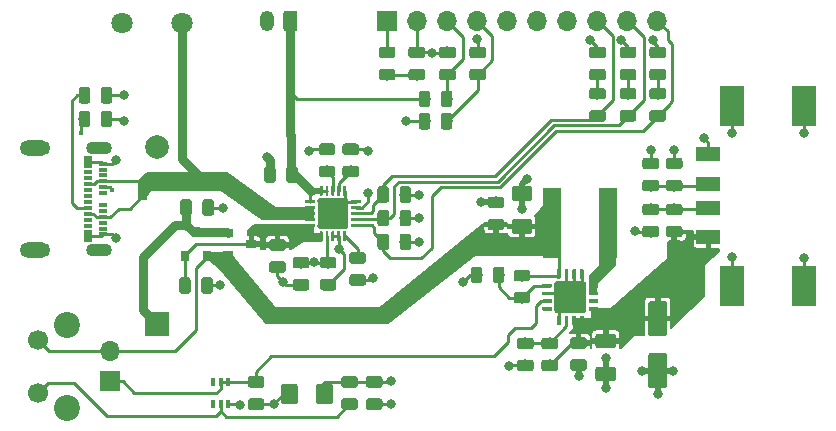
<source format=gbr>
G04 #@! TF.GenerationSoftware,KiCad,Pcbnew,(5.1.4-0-10_14)*
G04 #@! TF.CreationDate,2021-01-21T01:13:21-07:00*
G04 #@! TF.ProjectId,power-switching,706f7765-722d-4737-9769-746368696e67,rev?*
G04 #@! TF.SameCoordinates,Original*
G04 #@! TF.FileFunction,Copper,L1,Top*
G04 #@! TF.FilePolarity,Positive*
%FSLAX46Y46*%
G04 Gerber Fmt 4.6, Leading zero omitted, Abs format (unit mm)*
G04 Created by KiCad (PCBNEW (5.1.4-0-10_14)) date 2021-01-21 01:13:21*
%MOMM*%
%LPD*%
G04 APERTURE LIST*
%ADD10C,1.803400*%
%ADD11O,1.200000X1.750000*%
%ADD12C,0.100000*%
%ADD13C,1.200000*%
%ADD14C,1.425000*%
%ADD15C,0.975000*%
%ADD16R,0.800000X0.900000*%
%ADD17R,0.900000X0.800000*%
%ADD18C,1.700000*%
%ADD19C,2.200000*%
%ADD20C,1.600000*%
%ADD21C,1.250000*%
%ADD22O,1.700000X1.700000*%
%ADD23R,1.700000X1.700000*%
%ADD24R,2.000000X1.250000*%
%ADD25R,2.000000X3.500000*%
%ADD26R,1.600000X5.900000*%
%ADD27C,0.250000*%
%ADD28C,0.500000*%
%ADD29C,2.600000*%
%ADD30C,0.300000*%
%ADD31C,2.700000*%
%ADD32R,0.400000X0.650000*%
%ADD33C,2.000000*%
%ADD34R,2.000000X2.000000*%
%ADD35O,2.600000X1.300000*%
%ADD36O,2.200000X1.100000*%
%ADD37R,0.700000X1.000000*%
%ADD38R,0.700000X0.300000*%
%ADD39C,0.800000*%
%ADD40C,0.450000*%
%ADD41C,0.250000*%
%ADD42C,0.750000*%
%ADD43C,0.500000*%
%ADD44C,0.200000*%
G04 APERTURE END LIST*
D10*
X109120000Y-103000000D03*
X114200000Y-103000000D03*
D11*
X121400000Y-102800000D03*
D12*
G36*
X123774505Y-101926204D02*
G01*
X123798773Y-101929804D01*
X123822572Y-101935765D01*
X123845671Y-101944030D01*
X123867850Y-101954520D01*
X123888893Y-101967132D01*
X123908599Y-101981747D01*
X123926777Y-101998223D01*
X123943253Y-102016401D01*
X123957868Y-102036107D01*
X123970480Y-102057150D01*
X123980970Y-102079329D01*
X123989235Y-102102428D01*
X123995196Y-102126227D01*
X123998796Y-102150495D01*
X124000000Y-102174999D01*
X124000000Y-103425001D01*
X123998796Y-103449505D01*
X123995196Y-103473773D01*
X123989235Y-103497572D01*
X123980970Y-103520671D01*
X123970480Y-103542850D01*
X123957868Y-103563893D01*
X123943253Y-103583599D01*
X123926777Y-103601777D01*
X123908599Y-103618253D01*
X123888893Y-103632868D01*
X123867850Y-103645480D01*
X123845671Y-103655970D01*
X123822572Y-103664235D01*
X123798773Y-103670196D01*
X123774505Y-103673796D01*
X123750001Y-103675000D01*
X123049999Y-103675000D01*
X123025495Y-103673796D01*
X123001227Y-103670196D01*
X122977428Y-103664235D01*
X122954329Y-103655970D01*
X122932150Y-103645480D01*
X122911107Y-103632868D01*
X122891401Y-103618253D01*
X122873223Y-103601777D01*
X122856747Y-103583599D01*
X122842132Y-103563893D01*
X122829520Y-103542850D01*
X122819030Y-103520671D01*
X122810765Y-103497572D01*
X122804804Y-103473773D01*
X122801204Y-103449505D01*
X122800000Y-103425001D01*
X122800000Y-102174999D01*
X122801204Y-102150495D01*
X122804804Y-102126227D01*
X122810765Y-102102428D01*
X122819030Y-102079329D01*
X122829520Y-102057150D01*
X122842132Y-102036107D01*
X122856747Y-102016401D01*
X122873223Y-101998223D01*
X122891401Y-101981747D01*
X122911107Y-101967132D01*
X122932150Y-101954520D01*
X122954329Y-101944030D01*
X122977428Y-101935765D01*
X123001227Y-101929804D01*
X123025495Y-101926204D01*
X123049999Y-101925000D01*
X123750001Y-101925000D01*
X123774505Y-101926204D01*
X123774505Y-101926204D01*
G37*
D13*
X123400000Y-102800000D03*
D12*
G36*
X123799504Y-133526204D02*
G01*
X123823773Y-133529804D01*
X123847571Y-133535765D01*
X123870671Y-133544030D01*
X123892849Y-133554520D01*
X123913893Y-133567133D01*
X123933598Y-133581747D01*
X123951777Y-133598223D01*
X123968253Y-133616402D01*
X123982867Y-133636107D01*
X123995480Y-133657151D01*
X124005970Y-133679329D01*
X124014235Y-133702429D01*
X124020196Y-133726227D01*
X124023796Y-133750496D01*
X124025000Y-133775000D01*
X124025000Y-135025000D01*
X124023796Y-135049504D01*
X124020196Y-135073773D01*
X124014235Y-135097571D01*
X124005970Y-135120671D01*
X123995480Y-135142849D01*
X123982867Y-135163893D01*
X123968253Y-135183598D01*
X123951777Y-135201777D01*
X123933598Y-135218253D01*
X123913893Y-135232867D01*
X123892849Y-135245480D01*
X123870671Y-135255970D01*
X123847571Y-135264235D01*
X123823773Y-135270196D01*
X123799504Y-135273796D01*
X123775000Y-135275000D01*
X122850000Y-135275000D01*
X122825496Y-135273796D01*
X122801227Y-135270196D01*
X122777429Y-135264235D01*
X122754329Y-135255970D01*
X122732151Y-135245480D01*
X122711107Y-135232867D01*
X122691402Y-135218253D01*
X122673223Y-135201777D01*
X122656747Y-135183598D01*
X122642133Y-135163893D01*
X122629520Y-135142849D01*
X122619030Y-135120671D01*
X122610765Y-135097571D01*
X122604804Y-135073773D01*
X122601204Y-135049504D01*
X122600000Y-135025000D01*
X122600000Y-133775000D01*
X122601204Y-133750496D01*
X122604804Y-133726227D01*
X122610765Y-133702429D01*
X122619030Y-133679329D01*
X122629520Y-133657151D01*
X122642133Y-133636107D01*
X122656747Y-133616402D01*
X122673223Y-133598223D01*
X122691402Y-133581747D01*
X122711107Y-133567133D01*
X122732151Y-133554520D01*
X122754329Y-133544030D01*
X122777429Y-133535765D01*
X122801227Y-133529804D01*
X122825496Y-133526204D01*
X122850000Y-133525000D01*
X123775000Y-133525000D01*
X123799504Y-133526204D01*
X123799504Y-133526204D01*
G37*
D14*
X123312500Y-134400000D03*
D12*
G36*
X126774504Y-133526204D02*
G01*
X126798773Y-133529804D01*
X126822571Y-133535765D01*
X126845671Y-133544030D01*
X126867849Y-133554520D01*
X126888893Y-133567133D01*
X126908598Y-133581747D01*
X126926777Y-133598223D01*
X126943253Y-133616402D01*
X126957867Y-133636107D01*
X126970480Y-133657151D01*
X126980970Y-133679329D01*
X126989235Y-133702429D01*
X126995196Y-133726227D01*
X126998796Y-133750496D01*
X127000000Y-133775000D01*
X127000000Y-135025000D01*
X126998796Y-135049504D01*
X126995196Y-135073773D01*
X126989235Y-135097571D01*
X126980970Y-135120671D01*
X126970480Y-135142849D01*
X126957867Y-135163893D01*
X126943253Y-135183598D01*
X126926777Y-135201777D01*
X126908598Y-135218253D01*
X126888893Y-135232867D01*
X126867849Y-135245480D01*
X126845671Y-135255970D01*
X126822571Y-135264235D01*
X126798773Y-135270196D01*
X126774504Y-135273796D01*
X126750000Y-135275000D01*
X125825000Y-135275000D01*
X125800496Y-135273796D01*
X125776227Y-135270196D01*
X125752429Y-135264235D01*
X125729329Y-135255970D01*
X125707151Y-135245480D01*
X125686107Y-135232867D01*
X125666402Y-135218253D01*
X125648223Y-135201777D01*
X125631747Y-135183598D01*
X125617133Y-135163893D01*
X125604520Y-135142849D01*
X125594030Y-135120671D01*
X125585765Y-135097571D01*
X125579804Y-135073773D01*
X125576204Y-135049504D01*
X125575000Y-135025000D01*
X125575000Y-133775000D01*
X125576204Y-133750496D01*
X125579804Y-133726227D01*
X125585765Y-133702429D01*
X125594030Y-133679329D01*
X125604520Y-133657151D01*
X125617133Y-133636107D01*
X125631747Y-133616402D01*
X125648223Y-133598223D01*
X125666402Y-133581747D01*
X125686107Y-133567133D01*
X125707151Y-133554520D01*
X125729329Y-133544030D01*
X125752429Y-133535765D01*
X125776227Y-133529804D01*
X125800496Y-133526204D01*
X125825000Y-133525000D01*
X126750000Y-133525000D01*
X126774504Y-133526204D01*
X126774504Y-133526204D01*
G37*
D14*
X126287500Y-134400000D03*
D12*
G36*
X116605142Y-124501174D02*
G01*
X116628803Y-124504684D01*
X116652007Y-124510496D01*
X116674529Y-124518554D01*
X116696153Y-124528782D01*
X116716670Y-124541079D01*
X116735883Y-124555329D01*
X116753607Y-124571393D01*
X116769671Y-124589117D01*
X116783921Y-124608330D01*
X116796218Y-124628847D01*
X116806446Y-124650471D01*
X116814504Y-124672993D01*
X116820316Y-124696197D01*
X116823826Y-124719858D01*
X116825000Y-124743750D01*
X116825000Y-125656250D01*
X116823826Y-125680142D01*
X116820316Y-125703803D01*
X116814504Y-125727007D01*
X116806446Y-125749529D01*
X116796218Y-125771153D01*
X116783921Y-125791670D01*
X116769671Y-125810883D01*
X116753607Y-125828607D01*
X116735883Y-125844671D01*
X116716670Y-125858921D01*
X116696153Y-125871218D01*
X116674529Y-125881446D01*
X116652007Y-125889504D01*
X116628803Y-125895316D01*
X116605142Y-125898826D01*
X116581250Y-125900000D01*
X116093750Y-125900000D01*
X116069858Y-125898826D01*
X116046197Y-125895316D01*
X116022993Y-125889504D01*
X116000471Y-125881446D01*
X115978847Y-125871218D01*
X115958330Y-125858921D01*
X115939117Y-125844671D01*
X115921393Y-125828607D01*
X115905329Y-125810883D01*
X115891079Y-125791670D01*
X115878782Y-125771153D01*
X115868554Y-125749529D01*
X115860496Y-125727007D01*
X115854684Y-125703803D01*
X115851174Y-125680142D01*
X115850000Y-125656250D01*
X115850000Y-124743750D01*
X115851174Y-124719858D01*
X115854684Y-124696197D01*
X115860496Y-124672993D01*
X115868554Y-124650471D01*
X115878782Y-124628847D01*
X115891079Y-124608330D01*
X115905329Y-124589117D01*
X115921393Y-124571393D01*
X115939117Y-124555329D01*
X115958330Y-124541079D01*
X115978847Y-124528782D01*
X116000471Y-124518554D01*
X116022993Y-124510496D01*
X116046197Y-124504684D01*
X116069858Y-124501174D01*
X116093750Y-124500000D01*
X116581250Y-124500000D01*
X116605142Y-124501174D01*
X116605142Y-124501174D01*
G37*
D15*
X116337500Y-125200000D03*
D12*
G36*
X114730142Y-124501174D02*
G01*
X114753803Y-124504684D01*
X114777007Y-124510496D01*
X114799529Y-124518554D01*
X114821153Y-124528782D01*
X114841670Y-124541079D01*
X114860883Y-124555329D01*
X114878607Y-124571393D01*
X114894671Y-124589117D01*
X114908921Y-124608330D01*
X114921218Y-124628847D01*
X114931446Y-124650471D01*
X114939504Y-124672993D01*
X114945316Y-124696197D01*
X114948826Y-124719858D01*
X114950000Y-124743750D01*
X114950000Y-125656250D01*
X114948826Y-125680142D01*
X114945316Y-125703803D01*
X114939504Y-125727007D01*
X114931446Y-125749529D01*
X114921218Y-125771153D01*
X114908921Y-125791670D01*
X114894671Y-125810883D01*
X114878607Y-125828607D01*
X114860883Y-125844671D01*
X114841670Y-125858921D01*
X114821153Y-125871218D01*
X114799529Y-125881446D01*
X114777007Y-125889504D01*
X114753803Y-125895316D01*
X114730142Y-125898826D01*
X114706250Y-125900000D01*
X114218750Y-125900000D01*
X114194858Y-125898826D01*
X114171197Y-125895316D01*
X114147993Y-125889504D01*
X114125471Y-125881446D01*
X114103847Y-125871218D01*
X114083330Y-125858921D01*
X114064117Y-125844671D01*
X114046393Y-125828607D01*
X114030329Y-125810883D01*
X114016079Y-125791670D01*
X114003782Y-125771153D01*
X113993554Y-125749529D01*
X113985496Y-125727007D01*
X113979684Y-125703803D01*
X113976174Y-125680142D01*
X113975000Y-125656250D01*
X113975000Y-124743750D01*
X113976174Y-124719858D01*
X113979684Y-124696197D01*
X113985496Y-124672993D01*
X113993554Y-124650471D01*
X114003782Y-124628847D01*
X114016079Y-124608330D01*
X114030329Y-124589117D01*
X114046393Y-124571393D01*
X114064117Y-124555329D01*
X114083330Y-124541079D01*
X114103847Y-124528782D01*
X114125471Y-124518554D01*
X114147993Y-124510496D01*
X114171197Y-124504684D01*
X114194858Y-124501174D01*
X114218750Y-124500000D01*
X114706250Y-124500000D01*
X114730142Y-124501174D01*
X114730142Y-124501174D01*
G37*
D15*
X114462500Y-125200000D03*
D12*
G36*
X116705142Y-117901174D02*
G01*
X116728803Y-117904684D01*
X116752007Y-117910496D01*
X116774529Y-117918554D01*
X116796153Y-117928782D01*
X116816670Y-117941079D01*
X116835883Y-117955329D01*
X116853607Y-117971393D01*
X116869671Y-117989117D01*
X116883921Y-118008330D01*
X116896218Y-118028847D01*
X116906446Y-118050471D01*
X116914504Y-118072993D01*
X116920316Y-118096197D01*
X116923826Y-118119858D01*
X116925000Y-118143750D01*
X116925000Y-119056250D01*
X116923826Y-119080142D01*
X116920316Y-119103803D01*
X116914504Y-119127007D01*
X116906446Y-119149529D01*
X116896218Y-119171153D01*
X116883921Y-119191670D01*
X116869671Y-119210883D01*
X116853607Y-119228607D01*
X116835883Y-119244671D01*
X116816670Y-119258921D01*
X116796153Y-119271218D01*
X116774529Y-119281446D01*
X116752007Y-119289504D01*
X116728803Y-119295316D01*
X116705142Y-119298826D01*
X116681250Y-119300000D01*
X116193750Y-119300000D01*
X116169858Y-119298826D01*
X116146197Y-119295316D01*
X116122993Y-119289504D01*
X116100471Y-119281446D01*
X116078847Y-119271218D01*
X116058330Y-119258921D01*
X116039117Y-119244671D01*
X116021393Y-119228607D01*
X116005329Y-119210883D01*
X115991079Y-119191670D01*
X115978782Y-119171153D01*
X115968554Y-119149529D01*
X115960496Y-119127007D01*
X115954684Y-119103803D01*
X115951174Y-119080142D01*
X115950000Y-119056250D01*
X115950000Y-118143750D01*
X115951174Y-118119858D01*
X115954684Y-118096197D01*
X115960496Y-118072993D01*
X115968554Y-118050471D01*
X115978782Y-118028847D01*
X115991079Y-118008330D01*
X116005329Y-117989117D01*
X116021393Y-117971393D01*
X116039117Y-117955329D01*
X116058330Y-117941079D01*
X116078847Y-117928782D01*
X116100471Y-117918554D01*
X116122993Y-117910496D01*
X116146197Y-117904684D01*
X116169858Y-117901174D01*
X116193750Y-117900000D01*
X116681250Y-117900000D01*
X116705142Y-117901174D01*
X116705142Y-117901174D01*
G37*
D15*
X116437500Y-118600000D03*
D12*
G36*
X114830142Y-117901174D02*
G01*
X114853803Y-117904684D01*
X114877007Y-117910496D01*
X114899529Y-117918554D01*
X114921153Y-117928782D01*
X114941670Y-117941079D01*
X114960883Y-117955329D01*
X114978607Y-117971393D01*
X114994671Y-117989117D01*
X115008921Y-118008330D01*
X115021218Y-118028847D01*
X115031446Y-118050471D01*
X115039504Y-118072993D01*
X115045316Y-118096197D01*
X115048826Y-118119858D01*
X115050000Y-118143750D01*
X115050000Y-119056250D01*
X115048826Y-119080142D01*
X115045316Y-119103803D01*
X115039504Y-119127007D01*
X115031446Y-119149529D01*
X115021218Y-119171153D01*
X115008921Y-119191670D01*
X114994671Y-119210883D01*
X114978607Y-119228607D01*
X114960883Y-119244671D01*
X114941670Y-119258921D01*
X114921153Y-119271218D01*
X114899529Y-119281446D01*
X114877007Y-119289504D01*
X114853803Y-119295316D01*
X114830142Y-119298826D01*
X114806250Y-119300000D01*
X114318750Y-119300000D01*
X114294858Y-119298826D01*
X114271197Y-119295316D01*
X114247993Y-119289504D01*
X114225471Y-119281446D01*
X114203847Y-119271218D01*
X114183330Y-119258921D01*
X114164117Y-119244671D01*
X114146393Y-119228607D01*
X114130329Y-119210883D01*
X114116079Y-119191670D01*
X114103782Y-119171153D01*
X114093554Y-119149529D01*
X114085496Y-119127007D01*
X114079684Y-119103803D01*
X114076174Y-119080142D01*
X114075000Y-119056250D01*
X114075000Y-118143750D01*
X114076174Y-118119858D01*
X114079684Y-118096197D01*
X114085496Y-118072993D01*
X114093554Y-118050471D01*
X114103782Y-118028847D01*
X114116079Y-118008330D01*
X114130329Y-117989117D01*
X114146393Y-117971393D01*
X114164117Y-117955329D01*
X114183330Y-117941079D01*
X114203847Y-117928782D01*
X114225471Y-117918554D01*
X114247993Y-117910496D01*
X114271197Y-117904684D01*
X114294858Y-117901174D01*
X114318750Y-117900000D01*
X114806250Y-117900000D01*
X114830142Y-117901174D01*
X114830142Y-117901174D01*
G37*
D15*
X114562500Y-118600000D03*
D16*
X115400000Y-120700000D03*
X116350000Y-122700000D03*
X114450000Y-122700000D03*
D17*
X120100000Y-121700000D03*
X118100000Y-122650000D03*
X118100000Y-120750000D03*
D18*
X102000000Y-134300000D03*
X102000000Y-129800000D03*
D19*
X104500000Y-135550000D03*
X104500000Y-128550000D03*
D12*
G36*
X155074504Y-130901204D02*
G01*
X155098773Y-130904804D01*
X155122571Y-130910765D01*
X155145671Y-130919030D01*
X155167849Y-130929520D01*
X155188893Y-130942133D01*
X155208598Y-130956747D01*
X155226777Y-130973223D01*
X155243253Y-130991402D01*
X155257867Y-131011107D01*
X155270480Y-131032151D01*
X155280970Y-131054329D01*
X155289235Y-131077429D01*
X155295196Y-131101227D01*
X155298796Y-131125496D01*
X155300000Y-131150000D01*
X155300000Y-133650000D01*
X155298796Y-133674504D01*
X155295196Y-133698773D01*
X155289235Y-133722571D01*
X155280970Y-133745671D01*
X155270480Y-133767849D01*
X155257867Y-133788893D01*
X155243253Y-133808598D01*
X155226777Y-133826777D01*
X155208598Y-133843253D01*
X155188893Y-133857867D01*
X155167849Y-133870480D01*
X155145671Y-133880970D01*
X155122571Y-133889235D01*
X155098773Y-133895196D01*
X155074504Y-133898796D01*
X155050000Y-133900000D01*
X153950000Y-133900000D01*
X153925496Y-133898796D01*
X153901227Y-133895196D01*
X153877429Y-133889235D01*
X153854329Y-133880970D01*
X153832151Y-133870480D01*
X153811107Y-133857867D01*
X153791402Y-133843253D01*
X153773223Y-133826777D01*
X153756747Y-133808598D01*
X153742133Y-133788893D01*
X153729520Y-133767849D01*
X153719030Y-133745671D01*
X153710765Y-133722571D01*
X153704804Y-133698773D01*
X153701204Y-133674504D01*
X153700000Y-133650000D01*
X153700000Y-131150000D01*
X153701204Y-131125496D01*
X153704804Y-131101227D01*
X153710765Y-131077429D01*
X153719030Y-131054329D01*
X153729520Y-131032151D01*
X153742133Y-131011107D01*
X153756747Y-130991402D01*
X153773223Y-130973223D01*
X153791402Y-130956747D01*
X153811107Y-130942133D01*
X153832151Y-130929520D01*
X153854329Y-130919030D01*
X153877429Y-130910765D01*
X153901227Y-130904804D01*
X153925496Y-130901204D01*
X153950000Y-130900000D01*
X155050000Y-130900000D01*
X155074504Y-130901204D01*
X155074504Y-130901204D01*
G37*
D20*
X154500000Y-132400000D03*
D12*
G36*
X155074865Y-126501202D02*
G01*
X155099095Y-126504796D01*
X155122855Y-126510748D01*
X155145918Y-126519000D01*
X155168061Y-126529472D01*
X155189070Y-126542065D01*
X155208745Y-126556657D01*
X155226894Y-126573106D01*
X155243343Y-126591255D01*
X155257935Y-126610930D01*
X155270528Y-126631939D01*
X155281000Y-126654082D01*
X155289252Y-126677145D01*
X155295204Y-126700905D01*
X155298798Y-126725135D01*
X155300000Y-126749600D01*
X155300000Y-129250400D01*
X155298798Y-129274865D01*
X155295204Y-129299095D01*
X155289252Y-129322855D01*
X155281000Y-129345918D01*
X155270528Y-129368061D01*
X155257935Y-129389070D01*
X155243343Y-129408745D01*
X155226894Y-129426894D01*
X155208745Y-129443343D01*
X155189070Y-129457935D01*
X155168061Y-129470528D01*
X155145918Y-129481000D01*
X155122855Y-129489252D01*
X155099095Y-129495204D01*
X155074865Y-129498798D01*
X155050400Y-129500000D01*
X153949600Y-129500000D01*
X153925135Y-129498798D01*
X153900905Y-129495204D01*
X153877145Y-129489252D01*
X153854082Y-129481000D01*
X153831939Y-129470528D01*
X153810930Y-129457935D01*
X153791255Y-129443343D01*
X153773106Y-129426894D01*
X153756657Y-129408745D01*
X153742065Y-129389070D01*
X153729472Y-129368061D01*
X153719000Y-129345918D01*
X153710748Y-129322855D01*
X153704796Y-129299095D01*
X153701202Y-129274865D01*
X153700000Y-129250400D01*
X153700000Y-126749600D01*
X153701202Y-126725135D01*
X153704796Y-126700905D01*
X153710748Y-126677145D01*
X153719000Y-126654082D01*
X153729472Y-126631939D01*
X153742065Y-126610930D01*
X153756657Y-126591255D01*
X153773106Y-126573106D01*
X153791255Y-126556657D01*
X153810930Y-126542065D01*
X153831939Y-126529472D01*
X153854082Y-126519000D01*
X153877145Y-126510748D01*
X153900905Y-126504796D01*
X153925135Y-126501202D01*
X153949600Y-126500000D01*
X155050400Y-126500000D01*
X155074865Y-126501202D01*
X155074865Y-126501202D01*
G37*
D20*
X154500000Y-128000000D03*
D12*
G36*
X141280142Y-117676174D02*
G01*
X141303803Y-117679684D01*
X141327007Y-117685496D01*
X141349529Y-117693554D01*
X141371153Y-117703782D01*
X141391670Y-117716079D01*
X141410883Y-117730329D01*
X141428607Y-117746393D01*
X141444671Y-117764117D01*
X141458921Y-117783330D01*
X141471218Y-117803847D01*
X141481446Y-117825471D01*
X141489504Y-117847993D01*
X141495316Y-117871197D01*
X141498826Y-117894858D01*
X141500000Y-117918750D01*
X141500000Y-118406250D01*
X141498826Y-118430142D01*
X141495316Y-118453803D01*
X141489504Y-118477007D01*
X141481446Y-118499529D01*
X141471218Y-118521153D01*
X141458921Y-118541670D01*
X141444671Y-118560883D01*
X141428607Y-118578607D01*
X141410883Y-118594671D01*
X141391670Y-118608921D01*
X141371153Y-118621218D01*
X141349529Y-118631446D01*
X141327007Y-118639504D01*
X141303803Y-118645316D01*
X141280142Y-118648826D01*
X141256250Y-118650000D01*
X140343750Y-118650000D01*
X140319858Y-118648826D01*
X140296197Y-118645316D01*
X140272993Y-118639504D01*
X140250471Y-118631446D01*
X140228847Y-118621218D01*
X140208330Y-118608921D01*
X140189117Y-118594671D01*
X140171393Y-118578607D01*
X140155329Y-118560883D01*
X140141079Y-118541670D01*
X140128782Y-118521153D01*
X140118554Y-118499529D01*
X140110496Y-118477007D01*
X140104684Y-118453803D01*
X140101174Y-118430142D01*
X140100000Y-118406250D01*
X140100000Y-117918750D01*
X140101174Y-117894858D01*
X140104684Y-117871197D01*
X140110496Y-117847993D01*
X140118554Y-117825471D01*
X140128782Y-117803847D01*
X140141079Y-117783330D01*
X140155329Y-117764117D01*
X140171393Y-117746393D01*
X140189117Y-117730329D01*
X140208330Y-117716079D01*
X140228847Y-117703782D01*
X140250471Y-117693554D01*
X140272993Y-117685496D01*
X140296197Y-117679684D01*
X140319858Y-117676174D01*
X140343750Y-117675000D01*
X141256250Y-117675000D01*
X141280142Y-117676174D01*
X141280142Y-117676174D01*
G37*
D15*
X140800000Y-118162500D03*
D12*
G36*
X141280142Y-119551174D02*
G01*
X141303803Y-119554684D01*
X141327007Y-119560496D01*
X141349529Y-119568554D01*
X141371153Y-119578782D01*
X141391670Y-119591079D01*
X141410883Y-119605329D01*
X141428607Y-119621393D01*
X141444671Y-119639117D01*
X141458921Y-119658330D01*
X141471218Y-119678847D01*
X141481446Y-119700471D01*
X141489504Y-119722993D01*
X141495316Y-119746197D01*
X141498826Y-119769858D01*
X141500000Y-119793750D01*
X141500000Y-120281250D01*
X141498826Y-120305142D01*
X141495316Y-120328803D01*
X141489504Y-120352007D01*
X141481446Y-120374529D01*
X141471218Y-120396153D01*
X141458921Y-120416670D01*
X141444671Y-120435883D01*
X141428607Y-120453607D01*
X141410883Y-120469671D01*
X141391670Y-120483921D01*
X141371153Y-120496218D01*
X141349529Y-120506446D01*
X141327007Y-120514504D01*
X141303803Y-120520316D01*
X141280142Y-120523826D01*
X141256250Y-120525000D01*
X140343750Y-120525000D01*
X140319858Y-120523826D01*
X140296197Y-120520316D01*
X140272993Y-120514504D01*
X140250471Y-120506446D01*
X140228847Y-120496218D01*
X140208330Y-120483921D01*
X140189117Y-120469671D01*
X140171393Y-120453607D01*
X140155329Y-120435883D01*
X140141079Y-120416670D01*
X140128782Y-120396153D01*
X140118554Y-120374529D01*
X140110496Y-120352007D01*
X140104684Y-120328803D01*
X140101174Y-120305142D01*
X140100000Y-120281250D01*
X140100000Y-119793750D01*
X140101174Y-119769858D01*
X140104684Y-119746197D01*
X140110496Y-119722993D01*
X140118554Y-119700471D01*
X140128782Y-119678847D01*
X140141079Y-119658330D01*
X140155329Y-119639117D01*
X140171393Y-119621393D01*
X140189117Y-119605329D01*
X140208330Y-119591079D01*
X140228847Y-119578782D01*
X140250471Y-119568554D01*
X140272993Y-119560496D01*
X140296197Y-119554684D01*
X140319858Y-119551174D01*
X140343750Y-119550000D01*
X141256250Y-119550000D01*
X141280142Y-119551174D01*
X141280142Y-119551174D01*
G37*
D15*
X140800000Y-120037500D03*
D12*
G36*
X143649504Y-116776204D02*
G01*
X143673773Y-116779804D01*
X143697571Y-116785765D01*
X143720671Y-116794030D01*
X143742849Y-116804520D01*
X143763893Y-116817133D01*
X143783598Y-116831747D01*
X143801777Y-116848223D01*
X143818253Y-116866402D01*
X143832867Y-116886107D01*
X143845480Y-116907151D01*
X143855970Y-116929329D01*
X143864235Y-116952429D01*
X143870196Y-116976227D01*
X143873796Y-117000496D01*
X143875000Y-117025000D01*
X143875000Y-117775000D01*
X143873796Y-117799504D01*
X143870196Y-117823773D01*
X143864235Y-117847571D01*
X143855970Y-117870671D01*
X143845480Y-117892849D01*
X143832867Y-117913893D01*
X143818253Y-117933598D01*
X143801777Y-117951777D01*
X143783598Y-117968253D01*
X143763893Y-117982867D01*
X143742849Y-117995480D01*
X143720671Y-118005970D01*
X143697571Y-118014235D01*
X143673773Y-118020196D01*
X143649504Y-118023796D01*
X143625000Y-118025000D01*
X142375000Y-118025000D01*
X142350496Y-118023796D01*
X142326227Y-118020196D01*
X142302429Y-118014235D01*
X142279329Y-118005970D01*
X142257151Y-117995480D01*
X142236107Y-117982867D01*
X142216402Y-117968253D01*
X142198223Y-117951777D01*
X142181747Y-117933598D01*
X142167133Y-117913893D01*
X142154520Y-117892849D01*
X142144030Y-117870671D01*
X142135765Y-117847571D01*
X142129804Y-117823773D01*
X142126204Y-117799504D01*
X142125000Y-117775000D01*
X142125000Y-117025000D01*
X142126204Y-117000496D01*
X142129804Y-116976227D01*
X142135765Y-116952429D01*
X142144030Y-116929329D01*
X142154520Y-116907151D01*
X142167133Y-116886107D01*
X142181747Y-116866402D01*
X142198223Y-116848223D01*
X142216402Y-116831747D01*
X142236107Y-116817133D01*
X142257151Y-116804520D01*
X142279329Y-116794030D01*
X142302429Y-116785765D01*
X142326227Y-116779804D01*
X142350496Y-116776204D01*
X142375000Y-116775000D01*
X143625000Y-116775000D01*
X143649504Y-116776204D01*
X143649504Y-116776204D01*
G37*
D21*
X143000000Y-117400000D03*
D12*
G36*
X143649504Y-119576204D02*
G01*
X143673773Y-119579804D01*
X143697571Y-119585765D01*
X143720671Y-119594030D01*
X143742849Y-119604520D01*
X143763893Y-119617133D01*
X143783598Y-119631747D01*
X143801777Y-119648223D01*
X143818253Y-119666402D01*
X143832867Y-119686107D01*
X143845480Y-119707151D01*
X143855970Y-119729329D01*
X143864235Y-119752429D01*
X143870196Y-119776227D01*
X143873796Y-119800496D01*
X143875000Y-119825000D01*
X143875000Y-120575000D01*
X143873796Y-120599504D01*
X143870196Y-120623773D01*
X143864235Y-120647571D01*
X143855970Y-120670671D01*
X143845480Y-120692849D01*
X143832867Y-120713893D01*
X143818253Y-120733598D01*
X143801777Y-120751777D01*
X143783598Y-120768253D01*
X143763893Y-120782867D01*
X143742849Y-120795480D01*
X143720671Y-120805970D01*
X143697571Y-120814235D01*
X143673773Y-120820196D01*
X143649504Y-120823796D01*
X143625000Y-120825000D01*
X142375000Y-120825000D01*
X142350496Y-120823796D01*
X142326227Y-120820196D01*
X142302429Y-120814235D01*
X142279329Y-120805970D01*
X142257151Y-120795480D01*
X142236107Y-120782867D01*
X142216402Y-120768253D01*
X142198223Y-120751777D01*
X142181747Y-120733598D01*
X142167133Y-120713893D01*
X142154520Y-120692849D01*
X142144030Y-120670671D01*
X142135765Y-120647571D01*
X142129804Y-120623773D01*
X142126204Y-120599504D01*
X142125000Y-120575000D01*
X142125000Y-119825000D01*
X142126204Y-119800496D01*
X142129804Y-119776227D01*
X142135765Y-119752429D01*
X142144030Y-119729329D01*
X142154520Y-119707151D01*
X142167133Y-119686107D01*
X142181747Y-119666402D01*
X142198223Y-119648223D01*
X142216402Y-119631747D01*
X142236107Y-119617133D01*
X142257151Y-119604520D01*
X142279329Y-119594030D01*
X142302429Y-119585765D01*
X142326227Y-119579804D01*
X142350496Y-119576204D01*
X142375000Y-119575000D01*
X143625000Y-119575000D01*
X143649504Y-119576204D01*
X143649504Y-119576204D01*
G37*
D21*
X143000000Y-120200000D03*
D12*
G36*
X150749504Y-132076204D02*
G01*
X150773773Y-132079804D01*
X150797571Y-132085765D01*
X150820671Y-132094030D01*
X150842849Y-132104520D01*
X150863893Y-132117133D01*
X150883598Y-132131747D01*
X150901777Y-132148223D01*
X150918253Y-132166402D01*
X150932867Y-132186107D01*
X150945480Y-132207151D01*
X150955970Y-132229329D01*
X150964235Y-132252429D01*
X150970196Y-132276227D01*
X150973796Y-132300496D01*
X150975000Y-132325000D01*
X150975000Y-133075000D01*
X150973796Y-133099504D01*
X150970196Y-133123773D01*
X150964235Y-133147571D01*
X150955970Y-133170671D01*
X150945480Y-133192849D01*
X150932867Y-133213893D01*
X150918253Y-133233598D01*
X150901777Y-133251777D01*
X150883598Y-133268253D01*
X150863893Y-133282867D01*
X150842849Y-133295480D01*
X150820671Y-133305970D01*
X150797571Y-133314235D01*
X150773773Y-133320196D01*
X150749504Y-133323796D01*
X150725000Y-133325000D01*
X149475000Y-133325000D01*
X149450496Y-133323796D01*
X149426227Y-133320196D01*
X149402429Y-133314235D01*
X149379329Y-133305970D01*
X149357151Y-133295480D01*
X149336107Y-133282867D01*
X149316402Y-133268253D01*
X149298223Y-133251777D01*
X149281747Y-133233598D01*
X149267133Y-133213893D01*
X149254520Y-133192849D01*
X149244030Y-133170671D01*
X149235765Y-133147571D01*
X149229804Y-133123773D01*
X149226204Y-133099504D01*
X149225000Y-133075000D01*
X149225000Y-132325000D01*
X149226204Y-132300496D01*
X149229804Y-132276227D01*
X149235765Y-132252429D01*
X149244030Y-132229329D01*
X149254520Y-132207151D01*
X149267133Y-132186107D01*
X149281747Y-132166402D01*
X149298223Y-132148223D01*
X149316402Y-132131747D01*
X149336107Y-132117133D01*
X149357151Y-132104520D01*
X149379329Y-132094030D01*
X149402429Y-132085765D01*
X149426227Y-132079804D01*
X149450496Y-132076204D01*
X149475000Y-132075000D01*
X150725000Y-132075000D01*
X150749504Y-132076204D01*
X150749504Y-132076204D01*
G37*
D21*
X150100000Y-132700000D03*
D12*
G36*
X150749504Y-129276204D02*
G01*
X150773773Y-129279804D01*
X150797571Y-129285765D01*
X150820671Y-129294030D01*
X150842849Y-129304520D01*
X150863893Y-129317133D01*
X150883598Y-129331747D01*
X150901777Y-129348223D01*
X150918253Y-129366402D01*
X150932867Y-129386107D01*
X150945480Y-129407151D01*
X150955970Y-129429329D01*
X150964235Y-129452429D01*
X150970196Y-129476227D01*
X150973796Y-129500496D01*
X150975000Y-129525000D01*
X150975000Y-130275000D01*
X150973796Y-130299504D01*
X150970196Y-130323773D01*
X150964235Y-130347571D01*
X150955970Y-130370671D01*
X150945480Y-130392849D01*
X150932867Y-130413893D01*
X150918253Y-130433598D01*
X150901777Y-130451777D01*
X150883598Y-130468253D01*
X150863893Y-130482867D01*
X150842849Y-130495480D01*
X150820671Y-130505970D01*
X150797571Y-130514235D01*
X150773773Y-130520196D01*
X150749504Y-130523796D01*
X150725000Y-130525000D01*
X149475000Y-130525000D01*
X149450496Y-130523796D01*
X149426227Y-130520196D01*
X149402429Y-130514235D01*
X149379329Y-130505970D01*
X149357151Y-130495480D01*
X149336107Y-130482867D01*
X149316402Y-130468253D01*
X149298223Y-130451777D01*
X149281747Y-130433598D01*
X149267133Y-130413893D01*
X149254520Y-130392849D01*
X149244030Y-130370671D01*
X149235765Y-130347571D01*
X149229804Y-130323773D01*
X149226204Y-130299504D01*
X149225000Y-130275000D01*
X149225000Y-129525000D01*
X149226204Y-129500496D01*
X149229804Y-129476227D01*
X149235765Y-129452429D01*
X149244030Y-129429329D01*
X149254520Y-129407151D01*
X149267133Y-129386107D01*
X149281747Y-129366402D01*
X149298223Y-129348223D01*
X149316402Y-129331747D01*
X149336107Y-129317133D01*
X149357151Y-129304520D01*
X149379329Y-129294030D01*
X149402429Y-129285765D01*
X149426227Y-129279804D01*
X149450496Y-129276204D01*
X149475000Y-129275000D01*
X150725000Y-129275000D01*
X150749504Y-129276204D01*
X150749504Y-129276204D01*
G37*
D21*
X150100000Y-129900000D03*
D12*
G36*
X134580142Y-104976174D02*
G01*
X134603803Y-104979684D01*
X134627007Y-104985496D01*
X134649529Y-104993554D01*
X134671153Y-105003782D01*
X134691670Y-105016079D01*
X134710883Y-105030329D01*
X134728607Y-105046393D01*
X134744671Y-105064117D01*
X134758921Y-105083330D01*
X134771218Y-105103847D01*
X134781446Y-105125471D01*
X134789504Y-105147993D01*
X134795316Y-105171197D01*
X134798826Y-105194858D01*
X134800000Y-105218750D01*
X134800000Y-105706250D01*
X134798826Y-105730142D01*
X134795316Y-105753803D01*
X134789504Y-105777007D01*
X134781446Y-105799529D01*
X134771218Y-105821153D01*
X134758921Y-105841670D01*
X134744671Y-105860883D01*
X134728607Y-105878607D01*
X134710883Y-105894671D01*
X134691670Y-105908921D01*
X134671153Y-105921218D01*
X134649529Y-105931446D01*
X134627007Y-105939504D01*
X134603803Y-105945316D01*
X134580142Y-105948826D01*
X134556250Y-105950000D01*
X133643750Y-105950000D01*
X133619858Y-105948826D01*
X133596197Y-105945316D01*
X133572993Y-105939504D01*
X133550471Y-105931446D01*
X133528847Y-105921218D01*
X133508330Y-105908921D01*
X133489117Y-105894671D01*
X133471393Y-105878607D01*
X133455329Y-105860883D01*
X133441079Y-105841670D01*
X133428782Y-105821153D01*
X133418554Y-105799529D01*
X133410496Y-105777007D01*
X133404684Y-105753803D01*
X133401174Y-105730142D01*
X133400000Y-105706250D01*
X133400000Y-105218750D01*
X133401174Y-105194858D01*
X133404684Y-105171197D01*
X133410496Y-105147993D01*
X133418554Y-105125471D01*
X133428782Y-105103847D01*
X133441079Y-105083330D01*
X133455329Y-105064117D01*
X133471393Y-105046393D01*
X133489117Y-105030329D01*
X133508330Y-105016079D01*
X133528847Y-105003782D01*
X133550471Y-104993554D01*
X133572993Y-104985496D01*
X133596197Y-104979684D01*
X133619858Y-104976174D01*
X133643750Y-104975000D01*
X134556250Y-104975000D01*
X134580142Y-104976174D01*
X134580142Y-104976174D01*
G37*
D15*
X134100000Y-105462500D03*
D12*
G36*
X134580142Y-106851174D02*
G01*
X134603803Y-106854684D01*
X134627007Y-106860496D01*
X134649529Y-106868554D01*
X134671153Y-106878782D01*
X134691670Y-106891079D01*
X134710883Y-106905329D01*
X134728607Y-106921393D01*
X134744671Y-106939117D01*
X134758921Y-106958330D01*
X134771218Y-106978847D01*
X134781446Y-107000471D01*
X134789504Y-107022993D01*
X134795316Y-107046197D01*
X134798826Y-107069858D01*
X134800000Y-107093750D01*
X134800000Y-107581250D01*
X134798826Y-107605142D01*
X134795316Y-107628803D01*
X134789504Y-107652007D01*
X134781446Y-107674529D01*
X134771218Y-107696153D01*
X134758921Y-107716670D01*
X134744671Y-107735883D01*
X134728607Y-107753607D01*
X134710883Y-107769671D01*
X134691670Y-107783921D01*
X134671153Y-107796218D01*
X134649529Y-107806446D01*
X134627007Y-107814504D01*
X134603803Y-107820316D01*
X134580142Y-107823826D01*
X134556250Y-107825000D01*
X133643750Y-107825000D01*
X133619858Y-107823826D01*
X133596197Y-107820316D01*
X133572993Y-107814504D01*
X133550471Y-107806446D01*
X133528847Y-107796218D01*
X133508330Y-107783921D01*
X133489117Y-107769671D01*
X133471393Y-107753607D01*
X133455329Y-107735883D01*
X133441079Y-107716670D01*
X133428782Y-107696153D01*
X133418554Y-107674529D01*
X133410496Y-107652007D01*
X133404684Y-107628803D01*
X133401174Y-107605142D01*
X133400000Y-107581250D01*
X133400000Y-107093750D01*
X133401174Y-107069858D01*
X133404684Y-107046197D01*
X133410496Y-107022993D01*
X133418554Y-107000471D01*
X133428782Y-106978847D01*
X133441079Y-106958330D01*
X133455329Y-106939117D01*
X133471393Y-106921393D01*
X133489117Y-106905329D01*
X133508330Y-106891079D01*
X133528847Y-106878782D01*
X133550471Y-106868554D01*
X133572993Y-106860496D01*
X133596197Y-106854684D01*
X133619858Y-106851174D01*
X133643750Y-106850000D01*
X134556250Y-106850000D01*
X134580142Y-106851174D01*
X134580142Y-106851174D01*
G37*
D15*
X134100000Y-107337500D03*
D22*
X154460000Y-102800000D03*
X151920000Y-102800000D03*
X149380000Y-102800000D03*
X146840000Y-102800000D03*
X144300000Y-102800000D03*
X141760000Y-102800000D03*
X139220000Y-102800000D03*
X136680000Y-102800000D03*
X134140000Y-102800000D03*
D23*
X131600000Y-102800000D03*
D12*
G36*
X132080142Y-104976174D02*
G01*
X132103803Y-104979684D01*
X132127007Y-104985496D01*
X132149529Y-104993554D01*
X132171153Y-105003782D01*
X132191670Y-105016079D01*
X132210883Y-105030329D01*
X132228607Y-105046393D01*
X132244671Y-105064117D01*
X132258921Y-105083330D01*
X132271218Y-105103847D01*
X132281446Y-105125471D01*
X132289504Y-105147993D01*
X132295316Y-105171197D01*
X132298826Y-105194858D01*
X132300000Y-105218750D01*
X132300000Y-105706250D01*
X132298826Y-105730142D01*
X132295316Y-105753803D01*
X132289504Y-105777007D01*
X132281446Y-105799529D01*
X132271218Y-105821153D01*
X132258921Y-105841670D01*
X132244671Y-105860883D01*
X132228607Y-105878607D01*
X132210883Y-105894671D01*
X132191670Y-105908921D01*
X132171153Y-105921218D01*
X132149529Y-105931446D01*
X132127007Y-105939504D01*
X132103803Y-105945316D01*
X132080142Y-105948826D01*
X132056250Y-105950000D01*
X131143750Y-105950000D01*
X131119858Y-105948826D01*
X131096197Y-105945316D01*
X131072993Y-105939504D01*
X131050471Y-105931446D01*
X131028847Y-105921218D01*
X131008330Y-105908921D01*
X130989117Y-105894671D01*
X130971393Y-105878607D01*
X130955329Y-105860883D01*
X130941079Y-105841670D01*
X130928782Y-105821153D01*
X130918554Y-105799529D01*
X130910496Y-105777007D01*
X130904684Y-105753803D01*
X130901174Y-105730142D01*
X130900000Y-105706250D01*
X130900000Y-105218750D01*
X130901174Y-105194858D01*
X130904684Y-105171197D01*
X130910496Y-105147993D01*
X130918554Y-105125471D01*
X130928782Y-105103847D01*
X130941079Y-105083330D01*
X130955329Y-105064117D01*
X130971393Y-105046393D01*
X130989117Y-105030329D01*
X131008330Y-105016079D01*
X131028847Y-105003782D01*
X131050471Y-104993554D01*
X131072993Y-104985496D01*
X131096197Y-104979684D01*
X131119858Y-104976174D01*
X131143750Y-104975000D01*
X132056250Y-104975000D01*
X132080142Y-104976174D01*
X132080142Y-104976174D01*
G37*
D15*
X131600000Y-105462500D03*
D12*
G36*
X132080142Y-106851174D02*
G01*
X132103803Y-106854684D01*
X132127007Y-106860496D01*
X132149529Y-106868554D01*
X132171153Y-106878782D01*
X132191670Y-106891079D01*
X132210883Y-106905329D01*
X132228607Y-106921393D01*
X132244671Y-106939117D01*
X132258921Y-106958330D01*
X132271218Y-106978847D01*
X132281446Y-107000471D01*
X132289504Y-107022993D01*
X132295316Y-107046197D01*
X132298826Y-107069858D01*
X132300000Y-107093750D01*
X132300000Y-107581250D01*
X132298826Y-107605142D01*
X132295316Y-107628803D01*
X132289504Y-107652007D01*
X132281446Y-107674529D01*
X132271218Y-107696153D01*
X132258921Y-107716670D01*
X132244671Y-107735883D01*
X132228607Y-107753607D01*
X132210883Y-107769671D01*
X132191670Y-107783921D01*
X132171153Y-107796218D01*
X132149529Y-107806446D01*
X132127007Y-107814504D01*
X132103803Y-107820316D01*
X132080142Y-107823826D01*
X132056250Y-107825000D01*
X131143750Y-107825000D01*
X131119858Y-107823826D01*
X131096197Y-107820316D01*
X131072993Y-107814504D01*
X131050471Y-107806446D01*
X131028847Y-107796218D01*
X131008330Y-107783921D01*
X130989117Y-107769671D01*
X130971393Y-107753607D01*
X130955329Y-107735883D01*
X130941079Y-107716670D01*
X130928782Y-107696153D01*
X130918554Y-107674529D01*
X130910496Y-107652007D01*
X130904684Y-107628803D01*
X130901174Y-107605142D01*
X130900000Y-107581250D01*
X130900000Y-107093750D01*
X130901174Y-107069858D01*
X130904684Y-107046197D01*
X130910496Y-107022993D01*
X130918554Y-107000471D01*
X130928782Y-106978847D01*
X130941079Y-106958330D01*
X130955329Y-106939117D01*
X130971393Y-106921393D01*
X130989117Y-106905329D01*
X131008330Y-106891079D01*
X131028847Y-106878782D01*
X131050471Y-106868554D01*
X131072993Y-106860496D01*
X131096197Y-106854684D01*
X131119858Y-106851174D01*
X131143750Y-106850000D01*
X132056250Y-106850000D01*
X132080142Y-106851174D01*
X132080142Y-106851174D01*
G37*
D15*
X131600000Y-107337500D03*
D12*
G36*
X156380142Y-116251174D02*
G01*
X156403803Y-116254684D01*
X156427007Y-116260496D01*
X156449529Y-116268554D01*
X156471153Y-116278782D01*
X156491670Y-116291079D01*
X156510883Y-116305329D01*
X156528607Y-116321393D01*
X156544671Y-116339117D01*
X156558921Y-116358330D01*
X156571218Y-116378847D01*
X156581446Y-116400471D01*
X156589504Y-116422993D01*
X156595316Y-116446197D01*
X156598826Y-116469858D01*
X156600000Y-116493750D01*
X156600000Y-116981250D01*
X156598826Y-117005142D01*
X156595316Y-117028803D01*
X156589504Y-117052007D01*
X156581446Y-117074529D01*
X156571218Y-117096153D01*
X156558921Y-117116670D01*
X156544671Y-117135883D01*
X156528607Y-117153607D01*
X156510883Y-117169671D01*
X156491670Y-117183921D01*
X156471153Y-117196218D01*
X156449529Y-117206446D01*
X156427007Y-117214504D01*
X156403803Y-117220316D01*
X156380142Y-117223826D01*
X156356250Y-117225000D01*
X155443750Y-117225000D01*
X155419858Y-117223826D01*
X155396197Y-117220316D01*
X155372993Y-117214504D01*
X155350471Y-117206446D01*
X155328847Y-117196218D01*
X155308330Y-117183921D01*
X155289117Y-117169671D01*
X155271393Y-117153607D01*
X155255329Y-117135883D01*
X155241079Y-117116670D01*
X155228782Y-117096153D01*
X155218554Y-117074529D01*
X155210496Y-117052007D01*
X155204684Y-117028803D01*
X155201174Y-117005142D01*
X155200000Y-116981250D01*
X155200000Y-116493750D01*
X155201174Y-116469858D01*
X155204684Y-116446197D01*
X155210496Y-116422993D01*
X155218554Y-116400471D01*
X155228782Y-116378847D01*
X155241079Y-116358330D01*
X155255329Y-116339117D01*
X155271393Y-116321393D01*
X155289117Y-116305329D01*
X155308330Y-116291079D01*
X155328847Y-116278782D01*
X155350471Y-116268554D01*
X155372993Y-116260496D01*
X155396197Y-116254684D01*
X155419858Y-116251174D01*
X155443750Y-116250000D01*
X156356250Y-116250000D01*
X156380142Y-116251174D01*
X156380142Y-116251174D01*
G37*
D15*
X155900000Y-116737500D03*
D12*
G36*
X156380142Y-114376174D02*
G01*
X156403803Y-114379684D01*
X156427007Y-114385496D01*
X156449529Y-114393554D01*
X156471153Y-114403782D01*
X156491670Y-114416079D01*
X156510883Y-114430329D01*
X156528607Y-114446393D01*
X156544671Y-114464117D01*
X156558921Y-114483330D01*
X156571218Y-114503847D01*
X156581446Y-114525471D01*
X156589504Y-114547993D01*
X156595316Y-114571197D01*
X156598826Y-114594858D01*
X156600000Y-114618750D01*
X156600000Y-115106250D01*
X156598826Y-115130142D01*
X156595316Y-115153803D01*
X156589504Y-115177007D01*
X156581446Y-115199529D01*
X156571218Y-115221153D01*
X156558921Y-115241670D01*
X156544671Y-115260883D01*
X156528607Y-115278607D01*
X156510883Y-115294671D01*
X156491670Y-115308921D01*
X156471153Y-115321218D01*
X156449529Y-115331446D01*
X156427007Y-115339504D01*
X156403803Y-115345316D01*
X156380142Y-115348826D01*
X156356250Y-115350000D01*
X155443750Y-115350000D01*
X155419858Y-115348826D01*
X155396197Y-115345316D01*
X155372993Y-115339504D01*
X155350471Y-115331446D01*
X155328847Y-115321218D01*
X155308330Y-115308921D01*
X155289117Y-115294671D01*
X155271393Y-115278607D01*
X155255329Y-115260883D01*
X155241079Y-115241670D01*
X155228782Y-115221153D01*
X155218554Y-115199529D01*
X155210496Y-115177007D01*
X155204684Y-115153803D01*
X155201174Y-115130142D01*
X155200000Y-115106250D01*
X155200000Y-114618750D01*
X155201174Y-114594858D01*
X155204684Y-114571197D01*
X155210496Y-114547993D01*
X155218554Y-114525471D01*
X155228782Y-114503847D01*
X155241079Y-114483330D01*
X155255329Y-114464117D01*
X155271393Y-114446393D01*
X155289117Y-114430329D01*
X155308330Y-114416079D01*
X155328847Y-114403782D01*
X155350471Y-114393554D01*
X155372993Y-114385496D01*
X155396197Y-114379684D01*
X155419858Y-114376174D01*
X155443750Y-114375000D01*
X156356250Y-114375000D01*
X156380142Y-114376174D01*
X156380142Y-114376174D01*
G37*
D15*
X155900000Y-114862500D03*
D12*
G36*
X154380142Y-114376174D02*
G01*
X154403803Y-114379684D01*
X154427007Y-114385496D01*
X154449529Y-114393554D01*
X154471153Y-114403782D01*
X154491670Y-114416079D01*
X154510883Y-114430329D01*
X154528607Y-114446393D01*
X154544671Y-114464117D01*
X154558921Y-114483330D01*
X154571218Y-114503847D01*
X154581446Y-114525471D01*
X154589504Y-114547993D01*
X154595316Y-114571197D01*
X154598826Y-114594858D01*
X154600000Y-114618750D01*
X154600000Y-115106250D01*
X154598826Y-115130142D01*
X154595316Y-115153803D01*
X154589504Y-115177007D01*
X154581446Y-115199529D01*
X154571218Y-115221153D01*
X154558921Y-115241670D01*
X154544671Y-115260883D01*
X154528607Y-115278607D01*
X154510883Y-115294671D01*
X154491670Y-115308921D01*
X154471153Y-115321218D01*
X154449529Y-115331446D01*
X154427007Y-115339504D01*
X154403803Y-115345316D01*
X154380142Y-115348826D01*
X154356250Y-115350000D01*
X153443750Y-115350000D01*
X153419858Y-115348826D01*
X153396197Y-115345316D01*
X153372993Y-115339504D01*
X153350471Y-115331446D01*
X153328847Y-115321218D01*
X153308330Y-115308921D01*
X153289117Y-115294671D01*
X153271393Y-115278607D01*
X153255329Y-115260883D01*
X153241079Y-115241670D01*
X153228782Y-115221153D01*
X153218554Y-115199529D01*
X153210496Y-115177007D01*
X153204684Y-115153803D01*
X153201174Y-115130142D01*
X153200000Y-115106250D01*
X153200000Y-114618750D01*
X153201174Y-114594858D01*
X153204684Y-114571197D01*
X153210496Y-114547993D01*
X153218554Y-114525471D01*
X153228782Y-114503847D01*
X153241079Y-114483330D01*
X153255329Y-114464117D01*
X153271393Y-114446393D01*
X153289117Y-114430329D01*
X153308330Y-114416079D01*
X153328847Y-114403782D01*
X153350471Y-114393554D01*
X153372993Y-114385496D01*
X153396197Y-114379684D01*
X153419858Y-114376174D01*
X153443750Y-114375000D01*
X154356250Y-114375000D01*
X154380142Y-114376174D01*
X154380142Y-114376174D01*
G37*
D15*
X153900000Y-114862500D03*
D12*
G36*
X154380142Y-116251174D02*
G01*
X154403803Y-116254684D01*
X154427007Y-116260496D01*
X154449529Y-116268554D01*
X154471153Y-116278782D01*
X154491670Y-116291079D01*
X154510883Y-116305329D01*
X154528607Y-116321393D01*
X154544671Y-116339117D01*
X154558921Y-116358330D01*
X154571218Y-116378847D01*
X154581446Y-116400471D01*
X154589504Y-116422993D01*
X154595316Y-116446197D01*
X154598826Y-116469858D01*
X154600000Y-116493750D01*
X154600000Y-116981250D01*
X154598826Y-117005142D01*
X154595316Y-117028803D01*
X154589504Y-117052007D01*
X154581446Y-117074529D01*
X154571218Y-117096153D01*
X154558921Y-117116670D01*
X154544671Y-117135883D01*
X154528607Y-117153607D01*
X154510883Y-117169671D01*
X154491670Y-117183921D01*
X154471153Y-117196218D01*
X154449529Y-117206446D01*
X154427007Y-117214504D01*
X154403803Y-117220316D01*
X154380142Y-117223826D01*
X154356250Y-117225000D01*
X153443750Y-117225000D01*
X153419858Y-117223826D01*
X153396197Y-117220316D01*
X153372993Y-117214504D01*
X153350471Y-117206446D01*
X153328847Y-117196218D01*
X153308330Y-117183921D01*
X153289117Y-117169671D01*
X153271393Y-117153607D01*
X153255329Y-117135883D01*
X153241079Y-117116670D01*
X153228782Y-117096153D01*
X153218554Y-117074529D01*
X153210496Y-117052007D01*
X153204684Y-117028803D01*
X153201174Y-117005142D01*
X153200000Y-116981250D01*
X153200000Y-116493750D01*
X153201174Y-116469858D01*
X153204684Y-116446197D01*
X153210496Y-116422993D01*
X153218554Y-116400471D01*
X153228782Y-116378847D01*
X153241079Y-116358330D01*
X153255329Y-116339117D01*
X153271393Y-116321393D01*
X153289117Y-116305329D01*
X153308330Y-116291079D01*
X153328847Y-116278782D01*
X153350471Y-116268554D01*
X153372993Y-116260496D01*
X153396197Y-116254684D01*
X153419858Y-116251174D01*
X153443750Y-116250000D01*
X154356250Y-116250000D01*
X154380142Y-116251174D01*
X154380142Y-116251174D01*
G37*
D15*
X153900000Y-116737500D03*
D12*
G36*
X154380142Y-118276174D02*
G01*
X154403803Y-118279684D01*
X154427007Y-118285496D01*
X154449529Y-118293554D01*
X154471153Y-118303782D01*
X154491670Y-118316079D01*
X154510883Y-118330329D01*
X154528607Y-118346393D01*
X154544671Y-118364117D01*
X154558921Y-118383330D01*
X154571218Y-118403847D01*
X154581446Y-118425471D01*
X154589504Y-118447993D01*
X154595316Y-118471197D01*
X154598826Y-118494858D01*
X154600000Y-118518750D01*
X154600000Y-119006250D01*
X154598826Y-119030142D01*
X154595316Y-119053803D01*
X154589504Y-119077007D01*
X154581446Y-119099529D01*
X154571218Y-119121153D01*
X154558921Y-119141670D01*
X154544671Y-119160883D01*
X154528607Y-119178607D01*
X154510883Y-119194671D01*
X154491670Y-119208921D01*
X154471153Y-119221218D01*
X154449529Y-119231446D01*
X154427007Y-119239504D01*
X154403803Y-119245316D01*
X154380142Y-119248826D01*
X154356250Y-119250000D01*
X153443750Y-119250000D01*
X153419858Y-119248826D01*
X153396197Y-119245316D01*
X153372993Y-119239504D01*
X153350471Y-119231446D01*
X153328847Y-119221218D01*
X153308330Y-119208921D01*
X153289117Y-119194671D01*
X153271393Y-119178607D01*
X153255329Y-119160883D01*
X153241079Y-119141670D01*
X153228782Y-119121153D01*
X153218554Y-119099529D01*
X153210496Y-119077007D01*
X153204684Y-119053803D01*
X153201174Y-119030142D01*
X153200000Y-119006250D01*
X153200000Y-118518750D01*
X153201174Y-118494858D01*
X153204684Y-118471197D01*
X153210496Y-118447993D01*
X153218554Y-118425471D01*
X153228782Y-118403847D01*
X153241079Y-118383330D01*
X153255329Y-118364117D01*
X153271393Y-118346393D01*
X153289117Y-118330329D01*
X153308330Y-118316079D01*
X153328847Y-118303782D01*
X153350471Y-118293554D01*
X153372993Y-118285496D01*
X153396197Y-118279684D01*
X153419858Y-118276174D01*
X153443750Y-118275000D01*
X154356250Y-118275000D01*
X154380142Y-118276174D01*
X154380142Y-118276174D01*
G37*
D15*
X153900000Y-118762500D03*
D12*
G36*
X154380142Y-120151174D02*
G01*
X154403803Y-120154684D01*
X154427007Y-120160496D01*
X154449529Y-120168554D01*
X154471153Y-120178782D01*
X154491670Y-120191079D01*
X154510883Y-120205329D01*
X154528607Y-120221393D01*
X154544671Y-120239117D01*
X154558921Y-120258330D01*
X154571218Y-120278847D01*
X154581446Y-120300471D01*
X154589504Y-120322993D01*
X154595316Y-120346197D01*
X154598826Y-120369858D01*
X154600000Y-120393750D01*
X154600000Y-120881250D01*
X154598826Y-120905142D01*
X154595316Y-120928803D01*
X154589504Y-120952007D01*
X154581446Y-120974529D01*
X154571218Y-120996153D01*
X154558921Y-121016670D01*
X154544671Y-121035883D01*
X154528607Y-121053607D01*
X154510883Y-121069671D01*
X154491670Y-121083921D01*
X154471153Y-121096218D01*
X154449529Y-121106446D01*
X154427007Y-121114504D01*
X154403803Y-121120316D01*
X154380142Y-121123826D01*
X154356250Y-121125000D01*
X153443750Y-121125000D01*
X153419858Y-121123826D01*
X153396197Y-121120316D01*
X153372993Y-121114504D01*
X153350471Y-121106446D01*
X153328847Y-121096218D01*
X153308330Y-121083921D01*
X153289117Y-121069671D01*
X153271393Y-121053607D01*
X153255329Y-121035883D01*
X153241079Y-121016670D01*
X153228782Y-120996153D01*
X153218554Y-120974529D01*
X153210496Y-120952007D01*
X153204684Y-120928803D01*
X153201174Y-120905142D01*
X153200000Y-120881250D01*
X153200000Y-120393750D01*
X153201174Y-120369858D01*
X153204684Y-120346197D01*
X153210496Y-120322993D01*
X153218554Y-120300471D01*
X153228782Y-120278847D01*
X153241079Y-120258330D01*
X153255329Y-120239117D01*
X153271393Y-120221393D01*
X153289117Y-120205329D01*
X153308330Y-120191079D01*
X153328847Y-120178782D01*
X153350471Y-120168554D01*
X153372993Y-120160496D01*
X153396197Y-120154684D01*
X153419858Y-120151174D01*
X153443750Y-120150000D01*
X154356250Y-120150000D01*
X154380142Y-120151174D01*
X154380142Y-120151174D01*
G37*
D15*
X153900000Y-120637500D03*
D12*
G36*
X156380142Y-120151174D02*
G01*
X156403803Y-120154684D01*
X156427007Y-120160496D01*
X156449529Y-120168554D01*
X156471153Y-120178782D01*
X156491670Y-120191079D01*
X156510883Y-120205329D01*
X156528607Y-120221393D01*
X156544671Y-120239117D01*
X156558921Y-120258330D01*
X156571218Y-120278847D01*
X156581446Y-120300471D01*
X156589504Y-120322993D01*
X156595316Y-120346197D01*
X156598826Y-120369858D01*
X156600000Y-120393750D01*
X156600000Y-120881250D01*
X156598826Y-120905142D01*
X156595316Y-120928803D01*
X156589504Y-120952007D01*
X156581446Y-120974529D01*
X156571218Y-120996153D01*
X156558921Y-121016670D01*
X156544671Y-121035883D01*
X156528607Y-121053607D01*
X156510883Y-121069671D01*
X156491670Y-121083921D01*
X156471153Y-121096218D01*
X156449529Y-121106446D01*
X156427007Y-121114504D01*
X156403803Y-121120316D01*
X156380142Y-121123826D01*
X156356250Y-121125000D01*
X155443750Y-121125000D01*
X155419858Y-121123826D01*
X155396197Y-121120316D01*
X155372993Y-121114504D01*
X155350471Y-121106446D01*
X155328847Y-121096218D01*
X155308330Y-121083921D01*
X155289117Y-121069671D01*
X155271393Y-121053607D01*
X155255329Y-121035883D01*
X155241079Y-121016670D01*
X155228782Y-120996153D01*
X155218554Y-120974529D01*
X155210496Y-120952007D01*
X155204684Y-120928803D01*
X155201174Y-120905142D01*
X155200000Y-120881250D01*
X155200000Y-120393750D01*
X155201174Y-120369858D01*
X155204684Y-120346197D01*
X155210496Y-120322993D01*
X155218554Y-120300471D01*
X155228782Y-120278847D01*
X155241079Y-120258330D01*
X155255329Y-120239117D01*
X155271393Y-120221393D01*
X155289117Y-120205329D01*
X155308330Y-120191079D01*
X155328847Y-120178782D01*
X155350471Y-120168554D01*
X155372993Y-120160496D01*
X155396197Y-120154684D01*
X155419858Y-120151174D01*
X155443750Y-120150000D01*
X156356250Y-120150000D01*
X156380142Y-120151174D01*
X156380142Y-120151174D01*
G37*
D15*
X155900000Y-120637500D03*
D12*
G36*
X156380142Y-118276174D02*
G01*
X156403803Y-118279684D01*
X156427007Y-118285496D01*
X156449529Y-118293554D01*
X156471153Y-118303782D01*
X156491670Y-118316079D01*
X156510883Y-118330329D01*
X156528607Y-118346393D01*
X156544671Y-118364117D01*
X156558921Y-118383330D01*
X156571218Y-118403847D01*
X156581446Y-118425471D01*
X156589504Y-118447993D01*
X156595316Y-118471197D01*
X156598826Y-118494858D01*
X156600000Y-118518750D01*
X156600000Y-119006250D01*
X156598826Y-119030142D01*
X156595316Y-119053803D01*
X156589504Y-119077007D01*
X156581446Y-119099529D01*
X156571218Y-119121153D01*
X156558921Y-119141670D01*
X156544671Y-119160883D01*
X156528607Y-119178607D01*
X156510883Y-119194671D01*
X156491670Y-119208921D01*
X156471153Y-119221218D01*
X156449529Y-119231446D01*
X156427007Y-119239504D01*
X156403803Y-119245316D01*
X156380142Y-119248826D01*
X156356250Y-119250000D01*
X155443750Y-119250000D01*
X155419858Y-119248826D01*
X155396197Y-119245316D01*
X155372993Y-119239504D01*
X155350471Y-119231446D01*
X155328847Y-119221218D01*
X155308330Y-119208921D01*
X155289117Y-119194671D01*
X155271393Y-119178607D01*
X155255329Y-119160883D01*
X155241079Y-119141670D01*
X155228782Y-119121153D01*
X155218554Y-119099529D01*
X155210496Y-119077007D01*
X155204684Y-119053803D01*
X155201174Y-119030142D01*
X155200000Y-119006250D01*
X155200000Y-118518750D01*
X155201174Y-118494858D01*
X155204684Y-118471197D01*
X155210496Y-118447993D01*
X155218554Y-118425471D01*
X155228782Y-118403847D01*
X155241079Y-118383330D01*
X155255329Y-118364117D01*
X155271393Y-118346393D01*
X155289117Y-118330329D01*
X155308330Y-118316079D01*
X155328847Y-118303782D01*
X155350471Y-118293554D01*
X155372993Y-118285496D01*
X155396197Y-118279684D01*
X155419858Y-118276174D01*
X155443750Y-118275000D01*
X156356250Y-118275000D01*
X156380142Y-118276174D01*
X156380142Y-118276174D01*
G37*
D15*
X155900000Y-118762500D03*
D24*
X158800000Y-114100000D03*
X158800000Y-116600000D03*
X158800000Y-118600000D03*
D25*
X166900000Y-125225000D03*
X166900000Y-109975000D03*
X160800000Y-109975000D03*
X160800000Y-125225000D03*
D24*
X158800000Y-121100000D03*
D26*
X145550000Y-119900000D03*
X150250000Y-119900000D03*
D12*
G36*
X125443626Y-119975301D02*
G01*
X125449693Y-119976201D01*
X125455643Y-119977691D01*
X125461418Y-119979758D01*
X125466962Y-119982380D01*
X125472223Y-119985533D01*
X125477150Y-119989187D01*
X125481694Y-119993306D01*
X125485813Y-119997850D01*
X125489467Y-120002777D01*
X125492620Y-120008038D01*
X125495242Y-120013582D01*
X125497309Y-120019357D01*
X125498799Y-120025307D01*
X125499699Y-120031374D01*
X125500000Y-120037500D01*
X125500000Y-120162500D01*
X125499699Y-120168626D01*
X125498799Y-120174693D01*
X125497309Y-120180643D01*
X125495242Y-120186418D01*
X125492620Y-120191962D01*
X125489467Y-120197223D01*
X125485813Y-120202150D01*
X125481694Y-120206694D01*
X125477150Y-120210813D01*
X125472223Y-120214467D01*
X125466962Y-120217620D01*
X125461418Y-120220242D01*
X125455643Y-120222309D01*
X125449693Y-120223799D01*
X125443626Y-120224699D01*
X125437500Y-120225000D01*
X124712500Y-120225000D01*
X124706374Y-120224699D01*
X124700307Y-120223799D01*
X124694357Y-120222309D01*
X124688582Y-120220242D01*
X124683038Y-120217620D01*
X124677777Y-120214467D01*
X124672850Y-120210813D01*
X124668306Y-120206694D01*
X124664187Y-120202150D01*
X124660533Y-120197223D01*
X124657380Y-120191962D01*
X124654758Y-120186418D01*
X124652691Y-120180643D01*
X124651201Y-120174693D01*
X124650301Y-120168626D01*
X124650000Y-120162500D01*
X124650000Y-120037500D01*
X124650301Y-120031374D01*
X124651201Y-120025307D01*
X124652691Y-120019357D01*
X124654758Y-120013582D01*
X124657380Y-120008038D01*
X124660533Y-120002777D01*
X124664187Y-119997850D01*
X124668306Y-119993306D01*
X124672850Y-119989187D01*
X124677777Y-119985533D01*
X124683038Y-119982380D01*
X124688582Y-119979758D01*
X124694357Y-119977691D01*
X124700307Y-119976201D01*
X124706374Y-119975301D01*
X124712500Y-119975000D01*
X125437500Y-119975000D01*
X125443626Y-119975301D01*
X125443626Y-119975301D01*
G37*
D27*
X125075000Y-120100000D03*
D12*
G36*
X125443626Y-119475301D02*
G01*
X125449693Y-119476201D01*
X125455643Y-119477691D01*
X125461418Y-119479758D01*
X125466962Y-119482380D01*
X125472223Y-119485533D01*
X125477150Y-119489187D01*
X125481694Y-119493306D01*
X125485813Y-119497850D01*
X125489467Y-119502777D01*
X125492620Y-119508038D01*
X125495242Y-119513582D01*
X125497309Y-119519357D01*
X125498799Y-119525307D01*
X125499699Y-119531374D01*
X125500000Y-119537500D01*
X125500000Y-119662500D01*
X125499699Y-119668626D01*
X125498799Y-119674693D01*
X125497309Y-119680643D01*
X125495242Y-119686418D01*
X125492620Y-119691962D01*
X125489467Y-119697223D01*
X125485813Y-119702150D01*
X125481694Y-119706694D01*
X125477150Y-119710813D01*
X125472223Y-119714467D01*
X125466962Y-119717620D01*
X125461418Y-119720242D01*
X125455643Y-119722309D01*
X125449693Y-119723799D01*
X125443626Y-119724699D01*
X125437500Y-119725000D01*
X124712500Y-119725000D01*
X124706374Y-119724699D01*
X124700307Y-119723799D01*
X124694357Y-119722309D01*
X124688582Y-119720242D01*
X124683038Y-119717620D01*
X124677777Y-119714467D01*
X124672850Y-119710813D01*
X124668306Y-119706694D01*
X124664187Y-119702150D01*
X124660533Y-119697223D01*
X124657380Y-119691962D01*
X124654758Y-119686418D01*
X124652691Y-119680643D01*
X124651201Y-119674693D01*
X124650301Y-119668626D01*
X124650000Y-119662500D01*
X124650000Y-119537500D01*
X124650301Y-119531374D01*
X124651201Y-119525307D01*
X124652691Y-119519357D01*
X124654758Y-119513582D01*
X124657380Y-119508038D01*
X124660533Y-119502777D01*
X124664187Y-119497850D01*
X124668306Y-119493306D01*
X124672850Y-119489187D01*
X124677777Y-119485533D01*
X124683038Y-119482380D01*
X124688582Y-119479758D01*
X124694357Y-119477691D01*
X124700307Y-119476201D01*
X124706374Y-119475301D01*
X124712500Y-119475000D01*
X125437500Y-119475000D01*
X125443626Y-119475301D01*
X125443626Y-119475301D01*
G37*
D27*
X125075000Y-119600000D03*
D12*
G36*
X125443626Y-118975301D02*
G01*
X125449693Y-118976201D01*
X125455643Y-118977691D01*
X125461418Y-118979758D01*
X125466962Y-118982380D01*
X125472223Y-118985533D01*
X125477150Y-118989187D01*
X125481694Y-118993306D01*
X125485813Y-118997850D01*
X125489467Y-119002777D01*
X125492620Y-119008038D01*
X125495242Y-119013582D01*
X125497309Y-119019357D01*
X125498799Y-119025307D01*
X125499699Y-119031374D01*
X125500000Y-119037500D01*
X125500000Y-119162500D01*
X125499699Y-119168626D01*
X125498799Y-119174693D01*
X125497309Y-119180643D01*
X125495242Y-119186418D01*
X125492620Y-119191962D01*
X125489467Y-119197223D01*
X125485813Y-119202150D01*
X125481694Y-119206694D01*
X125477150Y-119210813D01*
X125472223Y-119214467D01*
X125466962Y-119217620D01*
X125461418Y-119220242D01*
X125455643Y-119222309D01*
X125449693Y-119223799D01*
X125443626Y-119224699D01*
X125437500Y-119225000D01*
X124712500Y-119225000D01*
X124706374Y-119224699D01*
X124700307Y-119223799D01*
X124694357Y-119222309D01*
X124688582Y-119220242D01*
X124683038Y-119217620D01*
X124677777Y-119214467D01*
X124672850Y-119210813D01*
X124668306Y-119206694D01*
X124664187Y-119202150D01*
X124660533Y-119197223D01*
X124657380Y-119191962D01*
X124654758Y-119186418D01*
X124652691Y-119180643D01*
X124651201Y-119174693D01*
X124650301Y-119168626D01*
X124650000Y-119162500D01*
X124650000Y-119037500D01*
X124650301Y-119031374D01*
X124651201Y-119025307D01*
X124652691Y-119019357D01*
X124654758Y-119013582D01*
X124657380Y-119008038D01*
X124660533Y-119002777D01*
X124664187Y-118997850D01*
X124668306Y-118993306D01*
X124672850Y-118989187D01*
X124677777Y-118985533D01*
X124683038Y-118982380D01*
X124688582Y-118979758D01*
X124694357Y-118977691D01*
X124700307Y-118976201D01*
X124706374Y-118975301D01*
X124712500Y-118975000D01*
X125437500Y-118975000D01*
X125443626Y-118975301D01*
X125443626Y-118975301D01*
G37*
D27*
X125075000Y-119100000D03*
D12*
G36*
X125443626Y-118475301D02*
G01*
X125449693Y-118476201D01*
X125455643Y-118477691D01*
X125461418Y-118479758D01*
X125466962Y-118482380D01*
X125472223Y-118485533D01*
X125477150Y-118489187D01*
X125481694Y-118493306D01*
X125485813Y-118497850D01*
X125489467Y-118502777D01*
X125492620Y-118508038D01*
X125495242Y-118513582D01*
X125497309Y-118519357D01*
X125498799Y-118525307D01*
X125499699Y-118531374D01*
X125500000Y-118537500D01*
X125500000Y-118662500D01*
X125499699Y-118668626D01*
X125498799Y-118674693D01*
X125497309Y-118680643D01*
X125495242Y-118686418D01*
X125492620Y-118691962D01*
X125489467Y-118697223D01*
X125485813Y-118702150D01*
X125481694Y-118706694D01*
X125477150Y-118710813D01*
X125472223Y-118714467D01*
X125466962Y-118717620D01*
X125461418Y-118720242D01*
X125455643Y-118722309D01*
X125449693Y-118723799D01*
X125443626Y-118724699D01*
X125437500Y-118725000D01*
X124712500Y-118725000D01*
X124706374Y-118724699D01*
X124700307Y-118723799D01*
X124694357Y-118722309D01*
X124688582Y-118720242D01*
X124683038Y-118717620D01*
X124677777Y-118714467D01*
X124672850Y-118710813D01*
X124668306Y-118706694D01*
X124664187Y-118702150D01*
X124660533Y-118697223D01*
X124657380Y-118691962D01*
X124654758Y-118686418D01*
X124652691Y-118680643D01*
X124651201Y-118674693D01*
X124650301Y-118668626D01*
X124650000Y-118662500D01*
X124650000Y-118537500D01*
X124650301Y-118531374D01*
X124651201Y-118525307D01*
X124652691Y-118519357D01*
X124654758Y-118513582D01*
X124657380Y-118508038D01*
X124660533Y-118502777D01*
X124664187Y-118497850D01*
X124668306Y-118493306D01*
X124672850Y-118489187D01*
X124677777Y-118485533D01*
X124683038Y-118482380D01*
X124688582Y-118479758D01*
X124694357Y-118477691D01*
X124700307Y-118476201D01*
X124706374Y-118475301D01*
X124712500Y-118475000D01*
X125437500Y-118475000D01*
X125443626Y-118475301D01*
X125443626Y-118475301D01*
G37*
D27*
X125075000Y-118600000D03*
D12*
G36*
X125443626Y-117975301D02*
G01*
X125449693Y-117976201D01*
X125455643Y-117977691D01*
X125461418Y-117979758D01*
X125466962Y-117982380D01*
X125472223Y-117985533D01*
X125477150Y-117989187D01*
X125481694Y-117993306D01*
X125485813Y-117997850D01*
X125489467Y-118002777D01*
X125492620Y-118008038D01*
X125495242Y-118013582D01*
X125497309Y-118019357D01*
X125498799Y-118025307D01*
X125499699Y-118031374D01*
X125500000Y-118037500D01*
X125500000Y-118162500D01*
X125499699Y-118168626D01*
X125498799Y-118174693D01*
X125497309Y-118180643D01*
X125495242Y-118186418D01*
X125492620Y-118191962D01*
X125489467Y-118197223D01*
X125485813Y-118202150D01*
X125481694Y-118206694D01*
X125477150Y-118210813D01*
X125472223Y-118214467D01*
X125466962Y-118217620D01*
X125461418Y-118220242D01*
X125455643Y-118222309D01*
X125449693Y-118223799D01*
X125443626Y-118224699D01*
X125437500Y-118225000D01*
X124712500Y-118225000D01*
X124706374Y-118224699D01*
X124700307Y-118223799D01*
X124694357Y-118222309D01*
X124688582Y-118220242D01*
X124683038Y-118217620D01*
X124677777Y-118214467D01*
X124672850Y-118210813D01*
X124668306Y-118206694D01*
X124664187Y-118202150D01*
X124660533Y-118197223D01*
X124657380Y-118191962D01*
X124654758Y-118186418D01*
X124652691Y-118180643D01*
X124651201Y-118174693D01*
X124650301Y-118168626D01*
X124650000Y-118162500D01*
X124650000Y-118037500D01*
X124650301Y-118031374D01*
X124651201Y-118025307D01*
X124652691Y-118019357D01*
X124654758Y-118013582D01*
X124657380Y-118008038D01*
X124660533Y-118002777D01*
X124664187Y-117997850D01*
X124668306Y-117993306D01*
X124672850Y-117989187D01*
X124677777Y-117985533D01*
X124683038Y-117982380D01*
X124688582Y-117979758D01*
X124694357Y-117977691D01*
X124700307Y-117976201D01*
X124706374Y-117975301D01*
X124712500Y-117975000D01*
X125437500Y-117975000D01*
X125443626Y-117975301D01*
X125443626Y-117975301D01*
G37*
D27*
X125075000Y-118100000D03*
D12*
G36*
X126068626Y-116750301D02*
G01*
X126074693Y-116751201D01*
X126080643Y-116752691D01*
X126086418Y-116754758D01*
X126091962Y-116757380D01*
X126097223Y-116760533D01*
X126102150Y-116764187D01*
X126106694Y-116768306D01*
X126110813Y-116772850D01*
X126114467Y-116777777D01*
X126117620Y-116783038D01*
X126120242Y-116788582D01*
X126122309Y-116794357D01*
X126123799Y-116800307D01*
X126124699Y-116806374D01*
X126125000Y-116812500D01*
X126125000Y-117537500D01*
X126124699Y-117543626D01*
X126123799Y-117549693D01*
X126122309Y-117555643D01*
X126120242Y-117561418D01*
X126117620Y-117566962D01*
X126114467Y-117572223D01*
X126110813Y-117577150D01*
X126106694Y-117581694D01*
X126102150Y-117585813D01*
X126097223Y-117589467D01*
X126091962Y-117592620D01*
X126086418Y-117595242D01*
X126080643Y-117597309D01*
X126074693Y-117598799D01*
X126068626Y-117599699D01*
X126062500Y-117600000D01*
X125937500Y-117600000D01*
X125931374Y-117599699D01*
X125925307Y-117598799D01*
X125919357Y-117597309D01*
X125913582Y-117595242D01*
X125908038Y-117592620D01*
X125902777Y-117589467D01*
X125897850Y-117585813D01*
X125893306Y-117581694D01*
X125889187Y-117577150D01*
X125885533Y-117572223D01*
X125882380Y-117566962D01*
X125879758Y-117561418D01*
X125877691Y-117555643D01*
X125876201Y-117549693D01*
X125875301Y-117543626D01*
X125875000Y-117537500D01*
X125875000Y-116812500D01*
X125875301Y-116806374D01*
X125876201Y-116800307D01*
X125877691Y-116794357D01*
X125879758Y-116788582D01*
X125882380Y-116783038D01*
X125885533Y-116777777D01*
X125889187Y-116772850D01*
X125893306Y-116768306D01*
X125897850Y-116764187D01*
X125902777Y-116760533D01*
X125908038Y-116757380D01*
X125913582Y-116754758D01*
X125919357Y-116752691D01*
X125925307Y-116751201D01*
X125931374Y-116750301D01*
X125937500Y-116750000D01*
X126062500Y-116750000D01*
X126068626Y-116750301D01*
X126068626Y-116750301D01*
G37*
D27*
X126000000Y-117175000D03*
D12*
G36*
X126568626Y-116750301D02*
G01*
X126574693Y-116751201D01*
X126580643Y-116752691D01*
X126586418Y-116754758D01*
X126591962Y-116757380D01*
X126597223Y-116760533D01*
X126602150Y-116764187D01*
X126606694Y-116768306D01*
X126610813Y-116772850D01*
X126614467Y-116777777D01*
X126617620Y-116783038D01*
X126620242Y-116788582D01*
X126622309Y-116794357D01*
X126623799Y-116800307D01*
X126624699Y-116806374D01*
X126625000Y-116812500D01*
X126625000Y-117537500D01*
X126624699Y-117543626D01*
X126623799Y-117549693D01*
X126622309Y-117555643D01*
X126620242Y-117561418D01*
X126617620Y-117566962D01*
X126614467Y-117572223D01*
X126610813Y-117577150D01*
X126606694Y-117581694D01*
X126602150Y-117585813D01*
X126597223Y-117589467D01*
X126591962Y-117592620D01*
X126586418Y-117595242D01*
X126580643Y-117597309D01*
X126574693Y-117598799D01*
X126568626Y-117599699D01*
X126562500Y-117600000D01*
X126437500Y-117600000D01*
X126431374Y-117599699D01*
X126425307Y-117598799D01*
X126419357Y-117597309D01*
X126413582Y-117595242D01*
X126408038Y-117592620D01*
X126402777Y-117589467D01*
X126397850Y-117585813D01*
X126393306Y-117581694D01*
X126389187Y-117577150D01*
X126385533Y-117572223D01*
X126382380Y-117566962D01*
X126379758Y-117561418D01*
X126377691Y-117555643D01*
X126376201Y-117549693D01*
X126375301Y-117543626D01*
X126375000Y-117537500D01*
X126375000Y-116812500D01*
X126375301Y-116806374D01*
X126376201Y-116800307D01*
X126377691Y-116794357D01*
X126379758Y-116788582D01*
X126382380Y-116783038D01*
X126385533Y-116777777D01*
X126389187Y-116772850D01*
X126393306Y-116768306D01*
X126397850Y-116764187D01*
X126402777Y-116760533D01*
X126408038Y-116757380D01*
X126413582Y-116754758D01*
X126419357Y-116752691D01*
X126425307Y-116751201D01*
X126431374Y-116750301D01*
X126437500Y-116750000D01*
X126562500Y-116750000D01*
X126568626Y-116750301D01*
X126568626Y-116750301D01*
G37*
D27*
X126500000Y-117175000D03*
D12*
G36*
X127068626Y-116750301D02*
G01*
X127074693Y-116751201D01*
X127080643Y-116752691D01*
X127086418Y-116754758D01*
X127091962Y-116757380D01*
X127097223Y-116760533D01*
X127102150Y-116764187D01*
X127106694Y-116768306D01*
X127110813Y-116772850D01*
X127114467Y-116777777D01*
X127117620Y-116783038D01*
X127120242Y-116788582D01*
X127122309Y-116794357D01*
X127123799Y-116800307D01*
X127124699Y-116806374D01*
X127125000Y-116812500D01*
X127125000Y-117537500D01*
X127124699Y-117543626D01*
X127123799Y-117549693D01*
X127122309Y-117555643D01*
X127120242Y-117561418D01*
X127117620Y-117566962D01*
X127114467Y-117572223D01*
X127110813Y-117577150D01*
X127106694Y-117581694D01*
X127102150Y-117585813D01*
X127097223Y-117589467D01*
X127091962Y-117592620D01*
X127086418Y-117595242D01*
X127080643Y-117597309D01*
X127074693Y-117598799D01*
X127068626Y-117599699D01*
X127062500Y-117600000D01*
X126937500Y-117600000D01*
X126931374Y-117599699D01*
X126925307Y-117598799D01*
X126919357Y-117597309D01*
X126913582Y-117595242D01*
X126908038Y-117592620D01*
X126902777Y-117589467D01*
X126897850Y-117585813D01*
X126893306Y-117581694D01*
X126889187Y-117577150D01*
X126885533Y-117572223D01*
X126882380Y-117566962D01*
X126879758Y-117561418D01*
X126877691Y-117555643D01*
X126876201Y-117549693D01*
X126875301Y-117543626D01*
X126875000Y-117537500D01*
X126875000Y-116812500D01*
X126875301Y-116806374D01*
X126876201Y-116800307D01*
X126877691Y-116794357D01*
X126879758Y-116788582D01*
X126882380Y-116783038D01*
X126885533Y-116777777D01*
X126889187Y-116772850D01*
X126893306Y-116768306D01*
X126897850Y-116764187D01*
X126902777Y-116760533D01*
X126908038Y-116757380D01*
X126913582Y-116754758D01*
X126919357Y-116752691D01*
X126925307Y-116751201D01*
X126931374Y-116750301D01*
X126937500Y-116750000D01*
X127062500Y-116750000D01*
X127068626Y-116750301D01*
X127068626Y-116750301D01*
G37*
D27*
X127000000Y-117175000D03*
D12*
G36*
X127568626Y-116750301D02*
G01*
X127574693Y-116751201D01*
X127580643Y-116752691D01*
X127586418Y-116754758D01*
X127591962Y-116757380D01*
X127597223Y-116760533D01*
X127602150Y-116764187D01*
X127606694Y-116768306D01*
X127610813Y-116772850D01*
X127614467Y-116777777D01*
X127617620Y-116783038D01*
X127620242Y-116788582D01*
X127622309Y-116794357D01*
X127623799Y-116800307D01*
X127624699Y-116806374D01*
X127625000Y-116812500D01*
X127625000Y-117537500D01*
X127624699Y-117543626D01*
X127623799Y-117549693D01*
X127622309Y-117555643D01*
X127620242Y-117561418D01*
X127617620Y-117566962D01*
X127614467Y-117572223D01*
X127610813Y-117577150D01*
X127606694Y-117581694D01*
X127602150Y-117585813D01*
X127597223Y-117589467D01*
X127591962Y-117592620D01*
X127586418Y-117595242D01*
X127580643Y-117597309D01*
X127574693Y-117598799D01*
X127568626Y-117599699D01*
X127562500Y-117600000D01*
X127437500Y-117600000D01*
X127431374Y-117599699D01*
X127425307Y-117598799D01*
X127419357Y-117597309D01*
X127413582Y-117595242D01*
X127408038Y-117592620D01*
X127402777Y-117589467D01*
X127397850Y-117585813D01*
X127393306Y-117581694D01*
X127389187Y-117577150D01*
X127385533Y-117572223D01*
X127382380Y-117566962D01*
X127379758Y-117561418D01*
X127377691Y-117555643D01*
X127376201Y-117549693D01*
X127375301Y-117543626D01*
X127375000Y-117537500D01*
X127375000Y-116812500D01*
X127375301Y-116806374D01*
X127376201Y-116800307D01*
X127377691Y-116794357D01*
X127379758Y-116788582D01*
X127382380Y-116783038D01*
X127385533Y-116777777D01*
X127389187Y-116772850D01*
X127393306Y-116768306D01*
X127397850Y-116764187D01*
X127402777Y-116760533D01*
X127408038Y-116757380D01*
X127413582Y-116754758D01*
X127419357Y-116752691D01*
X127425307Y-116751201D01*
X127431374Y-116750301D01*
X127437500Y-116750000D01*
X127562500Y-116750000D01*
X127568626Y-116750301D01*
X127568626Y-116750301D01*
G37*
D27*
X127500000Y-117175000D03*
D12*
G36*
X128068626Y-116750301D02*
G01*
X128074693Y-116751201D01*
X128080643Y-116752691D01*
X128086418Y-116754758D01*
X128091962Y-116757380D01*
X128097223Y-116760533D01*
X128102150Y-116764187D01*
X128106694Y-116768306D01*
X128110813Y-116772850D01*
X128114467Y-116777777D01*
X128117620Y-116783038D01*
X128120242Y-116788582D01*
X128122309Y-116794357D01*
X128123799Y-116800307D01*
X128124699Y-116806374D01*
X128125000Y-116812500D01*
X128125000Y-117537500D01*
X128124699Y-117543626D01*
X128123799Y-117549693D01*
X128122309Y-117555643D01*
X128120242Y-117561418D01*
X128117620Y-117566962D01*
X128114467Y-117572223D01*
X128110813Y-117577150D01*
X128106694Y-117581694D01*
X128102150Y-117585813D01*
X128097223Y-117589467D01*
X128091962Y-117592620D01*
X128086418Y-117595242D01*
X128080643Y-117597309D01*
X128074693Y-117598799D01*
X128068626Y-117599699D01*
X128062500Y-117600000D01*
X127937500Y-117600000D01*
X127931374Y-117599699D01*
X127925307Y-117598799D01*
X127919357Y-117597309D01*
X127913582Y-117595242D01*
X127908038Y-117592620D01*
X127902777Y-117589467D01*
X127897850Y-117585813D01*
X127893306Y-117581694D01*
X127889187Y-117577150D01*
X127885533Y-117572223D01*
X127882380Y-117566962D01*
X127879758Y-117561418D01*
X127877691Y-117555643D01*
X127876201Y-117549693D01*
X127875301Y-117543626D01*
X127875000Y-117537500D01*
X127875000Y-116812500D01*
X127875301Y-116806374D01*
X127876201Y-116800307D01*
X127877691Y-116794357D01*
X127879758Y-116788582D01*
X127882380Y-116783038D01*
X127885533Y-116777777D01*
X127889187Y-116772850D01*
X127893306Y-116768306D01*
X127897850Y-116764187D01*
X127902777Y-116760533D01*
X127908038Y-116757380D01*
X127913582Y-116754758D01*
X127919357Y-116752691D01*
X127925307Y-116751201D01*
X127931374Y-116750301D01*
X127937500Y-116750000D01*
X128062500Y-116750000D01*
X128068626Y-116750301D01*
X128068626Y-116750301D01*
G37*
D27*
X128000000Y-117175000D03*
D12*
G36*
X129293626Y-117975301D02*
G01*
X129299693Y-117976201D01*
X129305643Y-117977691D01*
X129311418Y-117979758D01*
X129316962Y-117982380D01*
X129322223Y-117985533D01*
X129327150Y-117989187D01*
X129331694Y-117993306D01*
X129335813Y-117997850D01*
X129339467Y-118002777D01*
X129342620Y-118008038D01*
X129345242Y-118013582D01*
X129347309Y-118019357D01*
X129348799Y-118025307D01*
X129349699Y-118031374D01*
X129350000Y-118037500D01*
X129350000Y-118162500D01*
X129349699Y-118168626D01*
X129348799Y-118174693D01*
X129347309Y-118180643D01*
X129345242Y-118186418D01*
X129342620Y-118191962D01*
X129339467Y-118197223D01*
X129335813Y-118202150D01*
X129331694Y-118206694D01*
X129327150Y-118210813D01*
X129322223Y-118214467D01*
X129316962Y-118217620D01*
X129311418Y-118220242D01*
X129305643Y-118222309D01*
X129299693Y-118223799D01*
X129293626Y-118224699D01*
X129287500Y-118225000D01*
X128562500Y-118225000D01*
X128556374Y-118224699D01*
X128550307Y-118223799D01*
X128544357Y-118222309D01*
X128538582Y-118220242D01*
X128533038Y-118217620D01*
X128527777Y-118214467D01*
X128522850Y-118210813D01*
X128518306Y-118206694D01*
X128514187Y-118202150D01*
X128510533Y-118197223D01*
X128507380Y-118191962D01*
X128504758Y-118186418D01*
X128502691Y-118180643D01*
X128501201Y-118174693D01*
X128500301Y-118168626D01*
X128500000Y-118162500D01*
X128500000Y-118037500D01*
X128500301Y-118031374D01*
X128501201Y-118025307D01*
X128502691Y-118019357D01*
X128504758Y-118013582D01*
X128507380Y-118008038D01*
X128510533Y-118002777D01*
X128514187Y-117997850D01*
X128518306Y-117993306D01*
X128522850Y-117989187D01*
X128527777Y-117985533D01*
X128533038Y-117982380D01*
X128538582Y-117979758D01*
X128544357Y-117977691D01*
X128550307Y-117976201D01*
X128556374Y-117975301D01*
X128562500Y-117975000D01*
X129287500Y-117975000D01*
X129293626Y-117975301D01*
X129293626Y-117975301D01*
G37*
D27*
X128925000Y-118100000D03*
D12*
G36*
X129293626Y-118475301D02*
G01*
X129299693Y-118476201D01*
X129305643Y-118477691D01*
X129311418Y-118479758D01*
X129316962Y-118482380D01*
X129322223Y-118485533D01*
X129327150Y-118489187D01*
X129331694Y-118493306D01*
X129335813Y-118497850D01*
X129339467Y-118502777D01*
X129342620Y-118508038D01*
X129345242Y-118513582D01*
X129347309Y-118519357D01*
X129348799Y-118525307D01*
X129349699Y-118531374D01*
X129350000Y-118537500D01*
X129350000Y-118662500D01*
X129349699Y-118668626D01*
X129348799Y-118674693D01*
X129347309Y-118680643D01*
X129345242Y-118686418D01*
X129342620Y-118691962D01*
X129339467Y-118697223D01*
X129335813Y-118702150D01*
X129331694Y-118706694D01*
X129327150Y-118710813D01*
X129322223Y-118714467D01*
X129316962Y-118717620D01*
X129311418Y-118720242D01*
X129305643Y-118722309D01*
X129299693Y-118723799D01*
X129293626Y-118724699D01*
X129287500Y-118725000D01*
X128562500Y-118725000D01*
X128556374Y-118724699D01*
X128550307Y-118723799D01*
X128544357Y-118722309D01*
X128538582Y-118720242D01*
X128533038Y-118717620D01*
X128527777Y-118714467D01*
X128522850Y-118710813D01*
X128518306Y-118706694D01*
X128514187Y-118702150D01*
X128510533Y-118697223D01*
X128507380Y-118691962D01*
X128504758Y-118686418D01*
X128502691Y-118680643D01*
X128501201Y-118674693D01*
X128500301Y-118668626D01*
X128500000Y-118662500D01*
X128500000Y-118537500D01*
X128500301Y-118531374D01*
X128501201Y-118525307D01*
X128502691Y-118519357D01*
X128504758Y-118513582D01*
X128507380Y-118508038D01*
X128510533Y-118502777D01*
X128514187Y-118497850D01*
X128518306Y-118493306D01*
X128522850Y-118489187D01*
X128527777Y-118485533D01*
X128533038Y-118482380D01*
X128538582Y-118479758D01*
X128544357Y-118477691D01*
X128550307Y-118476201D01*
X128556374Y-118475301D01*
X128562500Y-118475000D01*
X129287500Y-118475000D01*
X129293626Y-118475301D01*
X129293626Y-118475301D01*
G37*
D27*
X128925000Y-118600000D03*
D12*
G36*
X129293626Y-118975301D02*
G01*
X129299693Y-118976201D01*
X129305643Y-118977691D01*
X129311418Y-118979758D01*
X129316962Y-118982380D01*
X129322223Y-118985533D01*
X129327150Y-118989187D01*
X129331694Y-118993306D01*
X129335813Y-118997850D01*
X129339467Y-119002777D01*
X129342620Y-119008038D01*
X129345242Y-119013582D01*
X129347309Y-119019357D01*
X129348799Y-119025307D01*
X129349699Y-119031374D01*
X129350000Y-119037500D01*
X129350000Y-119162500D01*
X129349699Y-119168626D01*
X129348799Y-119174693D01*
X129347309Y-119180643D01*
X129345242Y-119186418D01*
X129342620Y-119191962D01*
X129339467Y-119197223D01*
X129335813Y-119202150D01*
X129331694Y-119206694D01*
X129327150Y-119210813D01*
X129322223Y-119214467D01*
X129316962Y-119217620D01*
X129311418Y-119220242D01*
X129305643Y-119222309D01*
X129299693Y-119223799D01*
X129293626Y-119224699D01*
X129287500Y-119225000D01*
X128562500Y-119225000D01*
X128556374Y-119224699D01*
X128550307Y-119223799D01*
X128544357Y-119222309D01*
X128538582Y-119220242D01*
X128533038Y-119217620D01*
X128527777Y-119214467D01*
X128522850Y-119210813D01*
X128518306Y-119206694D01*
X128514187Y-119202150D01*
X128510533Y-119197223D01*
X128507380Y-119191962D01*
X128504758Y-119186418D01*
X128502691Y-119180643D01*
X128501201Y-119174693D01*
X128500301Y-119168626D01*
X128500000Y-119162500D01*
X128500000Y-119037500D01*
X128500301Y-119031374D01*
X128501201Y-119025307D01*
X128502691Y-119019357D01*
X128504758Y-119013582D01*
X128507380Y-119008038D01*
X128510533Y-119002777D01*
X128514187Y-118997850D01*
X128518306Y-118993306D01*
X128522850Y-118989187D01*
X128527777Y-118985533D01*
X128533038Y-118982380D01*
X128538582Y-118979758D01*
X128544357Y-118977691D01*
X128550307Y-118976201D01*
X128556374Y-118975301D01*
X128562500Y-118975000D01*
X129287500Y-118975000D01*
X129293626Y-118975301D01*
X129293626Y-118975301D01*
G37*
D27*
X128925000Y-119100000D03*
D12*
G36*
X129293626Y-119475301D02*
G01*
X129299693Y-119476201D01*
X129305643Y-119477691D01*
X129311418Y-119479758D01*
X129316962Y-119482380D01*
X129322223Y-119485533D01*
X129327150Y-119489187D01*
X129331694Y-119493306D01*
X129335813Y-119497850D01*
X129339467Y-119502777D01*
X129342620Y-119508038D01*
X129345242Y-119513582D01*
X129347309Y-119519357D01*
X129348799Y-119525307D01*
X129349699Y-119531374D01*
X129350000Y-119537500D01*
X129350000Y-119662500D01*
X129349699Y-119668626D01*
X129348799Y-119674693D01*
X129347309Y-119680643D01*
X129345242Y-119686418D01*
X129342620Y-119691962D01*
X129339467Y-119697223D01*
X129335813Y-119702150D01*
X129331694Y-119706694D01*
X129327150Y-119710813D01*
X129322223Y-119714467D01*
X129316962Y-119717620D01*
X129311418Y-119720242D01*
X129305643Y-119722309D01*
X129299693Y-119723799D01*
X129293626Y-119724699D01*
X129287500Y-119725000D01*
X128562500Y-119725000D01*
X128556374Y-119724699D01*
X128550307Y-119723799D01*
X128544357Y-119722309D01*
X128538582Y-119720242D01*
X128533038Y-119717620D01*
X128527777Y-119714467D01*
X128522850Y-119710813D01*
X128518306Y-119706694D01*
X128514187Y-119702150D01*
X128510533Y-119697223D01*
X128507380Y-119691962D01*
X128504758Y-119686418D01*
X128502691Y-119680643D01*
X128501201Y-119674693D01*
X128500301Y-119668626D01*
X128500000Y-119662500D01*
X128500000Y-119537500D01*
X128500301Y-119531374D01*
X128501201Y-119525307D01*
X128502691Y-119519357D01*
X128504758Y-119513582D01*
X128507380Y-119508038D01*
X128510533Y-119502777D01*
X128514187Y-119497850D01*
X128518306Y-119493306D01*
X128522850Y-119489187D01*
X128527777Y-119485533D01*
X128533038Y-119482380D01*
X128538582Y-119479758D01*
X128544357Y-119477691D01*
X128550307Y-119476201D01*
X128556374Y-119475301D01*
X128562500Y-119475000D01*
X129287500Y-119475000D01*
X129293626Y-119475301D01*
X129293626Y-119475301D01*
G37*
D27*
X128925000Y-119600000D03*
D12*
G36*
X129293626Y-119975301D02*
G01*
X129299693Y-119976201D01*
X129305643Y-119977691D01*
X129311418Y-119979758D01*
X129316962Y-119982380D01*
X129322223Y-119985533D01*
X129327150Y-119989187D01*
X129331694Y-119993306D01*
X129335813Y-119997850D01*
X129339467Y-120002777D01*
X129342620Y-120008038D01*
X129345242Y-120013582D01*
X129347309Y-120019357D01*
X129348799Y-120025307D01*
X129349699Y-120031374D01*
X129350000Y-120037500D01*
X129350000Y-120162500D01*
X129349699Y-120168626D01*
X129348799Y-120174693D01*
X129347309Y-120180643D01*
X129345242Y-120186418D01*
X129342620Y-120191962D01*
X129339467Y-120197223D01*
X129335813Y-120202150D01*
X129331694Y-120206694D01*
X129327150Y-120210813D01*
X129322223Y-120214467D01*
X129316962Y-120217620D01*
X129311418Y-120220242D01*
X129305643Y-120222309D01*
X129299693Y-120223799D01*
X129293626Y-120224699D01*
X129287500Y-120225000D01*
X128562500Y-120225000D01*
X128556374Y-120224699D01*
X128550307Y-120223799D01*
X128544357Y-120222309D01*
X128538582Y-120220242D01*
X128533038Y-120217620D01*
X128527777Y-120214467D01*
X128522850Y-120210813D01*
X128518306Y-120206694D01*
X128514187Y-120202150D01*
X128510533Y-120197223D01*
X128507380Y-120191962D01*
X128504758Y-120186418D01*
X128502691Y-120180643D01*
X128501201Y-120174693D01*
X128500301Y-120168626D01*
X128500000Y-120162500D01*
X128500000Y-120037500D01*
X128500301Y-120031374D01*
X128501201Y-120025307D01*
X128502691Y-120019357D01*
X128504758Y-120013582D01*
X128507380Y-120008038D01*
X128510533Y-120002777D01*
X128514187Y-119997850D01*
X128518306Y-119993306D01*
X128522850Y-119989187D01*
X128527777Y-119985533D01*
X128533038Y-119982380D01*
X128538582Y-119979758D01*
X128544357Y-119977691D01*
X128550307Y-119976201D01*
X128556374Y-119975301D01*
X128562500Y-119975000D01*
X129287500Y-119975000D01*
X129293626Y-119975301D01*
X129293626Y-119975301D01*
G37*
D27*
X128925000Y-120100000D03*
D12*
G36*
X128068626Y-120600301D02*
G01*
X128074693Y-120601201D01*
X128080643Y-120602691D01*
X128086418Y-120604758D01*
X128091962Y-120607380D01*
X128097223Y-120610533D01*
X128102150Y-120614187D01*
X128106694Y-120618306D01*
X128110813Y-120622850D01*
X128114467Y-120627777D01*
X128117620Y-120633038D01*
X128120242Y-120638582D01*
X128122309Y-120644357D01*
X128123799Y-120650307D01*
X128124699Y-120656374D01*
X128125000Y-120662500D01*
X128125000Y-121387500D01*
X128124699Y-121393626D01*
X128123799Y-121399693D01*
X128122309Y-121405643D01*
X128120242Y-121411418D01*
X128117620Y-121416962D01*
X128114467Y-121422223D01*
X128110813Y-121427150D01*
X128106694Y-121431694D01*
X128102150Y-121435813D01*
X128097223Y-121439467D01*
X128091962Y-121442620D01*
X128086418Y-121445242D01*
X128080643Y-121447309D01*
X128074693Y-121448799D01*
X128068626Y-121449699D01*
X128062500Y-121450000D01*
X127937500Y-121450000D01*
X127931374Y-121449699D01*
X127925307Y-121448799D01*
X127919357Y-121447309D01*
X127913582Y-121445242D01*
X127908038Y-121442620D01*
X127902777Y-121439467D01*
X127897850Y-121435813D01*
X127893306Y-121431694D01*
X127889187Y-121427150D01*
X127885533Y-121422223D01*
X127882380Y-121416962D01*
X127879758Y-121411418D01*
X127877691Y-121405643D01*
X127876201Y-121399693D01*
X127875301Y-121393626D01*
X127875000Y-121387500D01*
X127875000Y-120662500D01*
X127875301Y-120656374D01*
X127876201Y-120650307D01*
X127877691Y-120644357D01*
X127879758Y-120638582D01*
X127882380Y-120633038D01*
X127885533Y-120627777D01*
X127889187Y-120622850D01*
X127893306Y-120618306D01*
X127897850Y-120614187D01*
X127902777Y-120610533D01*
X127908038Y-120607380D01*
X127913582Y-120604758D01*
X127919357Y-120602691D01*
X127925307Y-120601201D01*
X127931374Y-120600301D01*
X127937500Y-120600000D01*
X128062500Y-120600000D01*
X128068626Y-120600301D01*
X128068626Y-120600301D01*
G37*
D27*
X128000000Y-121025000D03*
D12*
G36*
X127568626Y-120600301D02*
G01*
X127574693Y-120601201D01*
X127580643Y-120602691D01*
X127586418Y-120604758D01*
X127591962Y-120607380D01*
X127597223Y-120610533D01*
X127602150Y-120614187D01*
X127606694Y-120618306D01*
X127610813Y-120622850D01*
X127614467Y-120627777D01*
X127617620Y-120633038D01*
X127620242Y-120638582D01*
X127622309Y-120644357D01*
X127623799Y-120650307D01*
X127624699Y-120656374D01*
X127625000Y-120662500D01*
X127625000Y-121387500D01*
X127624699Y-121393626D01*
X127623799Y-121399693D01*
X127622309Y-121405643D01*
X127620242Y-121411418D01*
X127617620Y-121416962D01*
X127614467Y-121422223D01*
X127610813Y-121427150D01*
X127606694Y-121431694D01*
X127602150Y-121435813D01*
X127597223Y-121439467D01*
X127591962Y-121442620D01*
X127586418Y-121445242D01*
X127580643Y-121447309D01*
X127574693Y-121448799D01*
X127568626Y-121449699D01*
X127562500Y-121450000D01*
X127437500Y-121450000D01*
X127431374Y-121449699D01*
X127425307Y-121448799D01*
X127419357Y-121447309D01*
X127413582Y-121445242D01*
X127408038Y-121442620D01*
X127402777Y-121439467D01*
X127397850Y-121435813D01*
X127393306Y-121431694D01*
X127389187Y-121427150D01*
X127385533Y-121422223D01*
X127382380Y-121416962D01*
X127379758Y-121411418D01*
X127377691Y-121405643D01*
X127376201Y-121399693D01*
X127375301Y-121393626D01*
X127375000Y-121387500D01*
X127375000Y-120662500D01*
X127375301Y-120656374D01*
X127376201Y-120650307D01*
X127377691Y-120644357D01*
X127379758Y-120638582D01*
X127382380Y-120633038D01*
X127385533Y-120627777D01*
X127389187Y-120622850D01*
X127393306Y-120618306D01*
X127397850Y-120614187D01*
X127402777Y-120610533D01*
X127408038Y-120607380D01*
X127413582Y-120604758D01*
X127419357Y-120602691D01*
X127425307Y-120601201D01*
X127431374Y-120600301D01*
X127437500Y-120600000D01*
X127562500Y-120600000D01*
X127568626Y-120600301D01*
X127568626Y-120600301D01*
G37*
D27*
X127500000Y-121025000D03*
D12*
G36*
X127068626Y-120600301D02*
G01*
X127074693Y-120601201D01*
X127080643Y-120602691D01*
X127086418Y-120604758D01*
X127091962Y-120607380D01*
X127097223Y-120610533D01*
X127102150Y-120614187D01*
X127106694Y-120618306D01*
X127110813Y-120622850D01*
X127114467Y-120627777D01*
X127117620Y-120633038D01*
X127120242Y-120638582D01*
X127122309Y-120644357D01*
X127123799Y-120650307D01*
X127124699Y-120656374D01*
X127125000Y-120662500D01*
X127125000Y-121387500D01*
X127124699Y-121393626D01*
X127123799Y-121399693D01*
X127122309Y-121405643D01*
X127120242Y-121411418D01*
X127117620Y-121416962D01*
X127114467Y-121422223D01*
X127110813Y-121427150D01*
X127106694Y-121431694D01*
X127102150Y-121435813D01*
X127097223Y-121439467D01*
X127091962Y-121442620D01*
X127086418Y-121445242D01*
X127080643Y-121447309D01*
X127074693Y-121448799D01*
X127068626Y-121449699D01*
X127062500Y-121450000D01*
X126937500Y-121450000D01*
X126931374Y-121449699D01*
X126925307Y-121448799D01*
X126919357Y-121447309D01*
X126913582Y-121445242D01*
X126908038Y-121442620D01*
X126902777Y-121439467D01*
X126897850Y-121435813D01*
X126893306Y-121431694D01*
X126889187Y-121427150D01*
X126885533Y-121422223D01*
X126882380Y-121416962D01*
X126879758Y-121411418D01*
X126877691Y-121405643D01*
X126876201Y-121399693D01*
X126875301Y-121393626D01*
X126875000Y-121387500D01*
X126875000Y-120662500D01*
X126875301Y-120656374D01*
X126876201Y-120650307D01*
X126877691Y-120644357D01*
X126879758Y-120638582D01*
X126882380Y-120633038D01*
X126885533Y-120627777D01*
X126889187Y-120622850D01*
X126893306Y-120618306D01*
X126897850Y-120614187D01*
X126902777Y-120610533D01*
X126908038Y-120607380D01*
X126913582Y-120604758D01*
X126919357Y-120602691D01*
X126925307Y-120601201D01*
X126931374Y-120600301D01*
X126937500Y-120600000D01*
X127062500Y-120600000D01*
X127068626Y-120600301D01*
X127068626Y-120600301D01*
G37*
D27*
X127000000Y-121025000D03*
D12*
G36*
X126568626Y-120600301D02*
G01*
X126574693Y-120601201D01*
X126580643Y-120602691D01*
X126586418Y-120604758D01*
X126591962Y-120607380D01*
X126597223Y-120610533D01*
X126602150Y-120614187D01*
X126606694Y-120618306D01*
X126610813Y-120622850D01*
X126614467Y-120627777D01*
X126617620Y-120633038D01*
X126620242Y-120638582D01*
X126622309Y-120644357D01*
X126623799Y-120650307D01*
X126624699Y-120656374D01*
X126625000Y-120662500D01*
X126625000Y-121387500D01*
X126624699Y-121393626D01*
X126623799Y-121399693D01*
X126622309Y-121405643D01*
X126620242Y-121411418D01*
X126617620Y-121416962D01*
X126614467Y-121422223D01*
X126610813Y-121427150D01*
X126606694Y-121431694D01*
X126602150Y-121435813D01*
X126597223Y-121439467D01*
X126591962Y-121442620D01*
X126586418Y-121445242D01*
X126580643Y-121447309D01*
X126574693Y-121448799D01*
X126568626Y-121449699D01*
X126562500Y-121450000D01*
X126437500Y-121450000D01*
X126431374Y-121449699D01*
X126425307Y-121448799D01*
X126419357Y-121447309D01*
X126413582Y-121445242D01*
X126408038Y-121442620D01*
X126402777Y-121439467D01*
X126397850Y-121435813D01*
X126393306Y-121431694D01*
X126389187Y-121427150D01*
X126385533Y-121422223D01*
X126382380Y-121416962D01*
X126379758Y-121411418D01*
X126377691Y-121405643D01*
X126376201Y-121399693D01*
X126375301Y-121393626D01*
X126375000Y-121387500D01*
X126375000Y-120662500D01*
X126375301Y-120656374D01*
X126376201Y-120650307D01*
X126377691Y-120644357D01*
X126379758Y-120638582D01*
X126382380Y-120633038D01*
X126385533Y-120627777D01*
X126389187Y-120622850D01*
X126393306Y-120618306D01*
X126397850Y-120614187D01*
X126402777Y-120610533D01*
X126408038Y-120607380D01*
X126413582Y-120604758D01*
X126419357Y-120602691D01*
X126425307Y-120601201D01*
X126431374Y-120600301D01*
X126437500Y-120600000D01*
X126562500Y-120600000D01*
X126568626Y-120600301D01*
X126568626Y-120600301D01*
G37*
D27*
X126500000Y-121025000D03*
D12*
G36*
X126068626Y-120600301D02*
G01*
X126074693Y-120601201D01*
X126080643Y-120602691D01*
X126086418Y-120604758D01*
X126091962Y-120607380D01*
X126097223Y-120610533D01*
X126102150Y-120614187D01*
X126106694Y-120618306D01*
X126110813Y-120622850D01*
X126114467Y-120627777D01*
X126117620Y-120633038D01*
X126120242Y-120638582D01*
X126122309Y-120644357D01*
X126123799Y-120650307D01*
X126124699Y-120656374D01*
X126125000Y-120662500D01*
X126125000Y-121387500D01*
X126124699Y-121393626D01*
X126123799Y-121399693D01*
X126122309Y-121405643D01*
X126120242Y-121411418D01*
X126117620Y-121416962D01*
X126114467Y-121422223D01*
X126110813Y-121427150D01*
X126106694Y-121431694D01*
X126102150Y-121435813D01*
X126097223Y-121439467D01*
X126091962Y-121442620D01*
X126086418Y-121445242D01*
X126080643Y-121447309D01*
X126074693Y-121448799D01*
X126068626Y-121449699D01*
X126062500Y-121450000D01*
X125937500Y-121450000D01*
X125931374Y-121449699D01*
X125925307Y-121448799D01*
X125919357Y-121447309D01*
X125913582Y-121445242D01*
X125908038Y-121442620D01*
X125902777Y-121439467D01*
X125897850Y-121435813D01*
X125893306Y-121431694D01*
X125889187Y-121427150D01*
X125885533Y-121422223D01*
X125882380Y-121416962D01*
X125879758Y-121411418D01*
X125877691Y-121405643D01*
X125876201Y-121399693D01*
X125875301Y-121393626D01*
X125875000Y-121387500D01*
X125875000Y-120662500D01*
X125875301Y-120656374D01*
X125876201Y-120650307D01*
X125877691Y-120644357D01*
X125879758Y-120638582D01*
X125882380Y-120633038D01*
X125885533Y-120627777D01*
X125889187Y-120622850D01*
X125893306Y-120618306D01*
X125897850Y-120614187D01*
X125902777Y-120610533D01*
X125908038Y-120607380D01*
X125913582Y-120604758D01*
X125919357Y-120602691D01*
X125925307Y-120601201D01*
X125931374Y-120600301D01*
X125937500Y-120600000D01*
X126062500Y-120600000D01*
X126068626Y-120600301D01*
X126068626Y-120600301D01*
G37*
D27*
X126000000Y-121025000D03*
D28*
X128050000Y-118050000D03*
X128050000Y-120150000D03*
X125950000Y-118050000D03*
X125950000Y-120150000D03*
D12*
G36*
X128074504Y-117801204D02*
G01*
X128098773Y-117804804D01*
X128122571Y-117810765D01*
X128145671Y-117819030D01*
X128167849Y-117829520D01*
X128188893Y-117842133D01*
X128208598Y-117856747D01*
X128226777Y-117873223D01*
X128243253Y-117891402D01*
X128257867Y-117911107D01*
X128270480Y-117932151D01*
X128280970Y-117954329D01*
X128289235Y-117977429D01*
X128295196Y-118001227D01*
X128298796Y-118025496D01*
X128300000Y-118050000D01*
X128300000Y-120150000D01*
X128298796Y-120174504D01*
X128295196Y-120198773D01*
X128289235Y-120222571D01*
X128280970Y-120245671D01*
X128270480Y-120267849D01*
X128257867Y-120288893D01*
X128243253Y-120308598D01*
X128226777Y-120326777D01*
X128208598Y-120343253D01*
X128188893Y-120357867D01*
X128167849Y-120370480D01*
X128145671Y-120380970D01*
X128122571Y-120389235D01*
X128098773Y-120395196D01*
X128074504Y-120398796D01*
X128050000Y-120400000D01*
X125950000Y-120400000D01*
X125925496Y-120398796D01*
X125901227Y-120395196D01*
X125877429Y-120389235D01*
X125854329Y-120380970D01*
X125832151Y-120370480D01*
X125811107Y-120357867D01*
X125791402Y-120343253D01*
X125773223Y-120326777D01*
X125756747Y-120308598D01*
X125742133Y-120288893D01*
X125729520Y-120267849D01*
X125719030Y-120245671D01*
X125710765Y-120222571D01*
X125704804Y-120198773D01*
X125701204Y-120174504D01*
X125700000Y-120150000D01*
X125700000Y-118050000D01*
X125701204Y-118025496D01*
X125704804Y-118001227D01*
X125710765Y-117977429D01*
X125719030Y-117954329D01*
X125729520Y-117932151D01*
X125742133Y-117911107D01*
X125756747Y-117891402D01*
X125773223Y-117873223D01*
X125791402Y-117856747D01*
X125811107Y-117842133D01*
X125832151Y-117829520D01*
X125854329Y-117819030D01*
X125877429Y-117810765D01*
X125901227Y-117804804D01*
X125925496Y-117801204D01*
X125950000Y-117800000D01*
X128050000Y-117800000D01*
X128074504Y-117801204D01*
X128074504Y-117801204D01*
G37*
D29*
X127000000Y-119100000D03*
D12*
G36*
X148157351Y-127750361D02*
G01*
X148164632Y-127751441D01*
X148171771Y-127753229D01*
X148178701Y-127755709D01*
X148185355Y-127758856D01*
X148191668Y-127762640D01*
X148197579Y-127767024D01*
X148203033Y-127771967D01*
X148207976Y-127777421D01*
X148212360Y-127783332D01*
X148216144Y-127789645D01*
X148219291Y-127796299D01*
X148221771Y-127803229D01*
X148223559Y-127810368D01*
X148224639Y-127817649D01*
X148225000Y-127825000D01*
X148225000Y-128500000D01*
X148224639Y-128507351D01*
X148223559Y-128514632D01*
X148221771Y-128521771D01*
X148219291Y-128528701D01*
X148216144Y-128535355D01*
X148212360Y-128541668D01*
X148207976Y-128547579D01*
X148203033Y-128553033D01*
X148197579Y-128557976D01*
X148191668Y-128562360D01*
X148185355Y-128566144D01*
X148178701Y-128569291D01*
X148171771Y-128571771D01*
X148164632Y-128573559D01*
X148157351Y-128574639D01*
X148150000Y-128575000D01*
X148000000Y-128575000D01*
X147992649Y-128574639D01*
X147985368Y-128573559D01*
X147978229Y-128571771D01*
X147971299Y-128569291D01*
X147964645Y-128566144D01*
X147958332Y-128562360D01*
X147952421Y-128557976D01*
X147946967Y-128553033D01*
X147942024Y-128547579D01*
X147937640Y-128541668D01*
X147933856Y-128535355D01*
X147930709Y-128528701D01*
X147928229Y-128521771D01*
X147926441Y-128514632D01*
X147925361Y-128507351D01*
X147925000Y-128500000D01*
X147925000Y-127825000D01*
X147925361Y-127817649D01*
X147926441Y-127810368D01*
X147928229Y-127803229D01*
X147930709Y-127796299D01*
X147933856Y-127789645D01*
X147937640Y-127783332D01*
X147942024Y-127777421D01*
X147946967Y-127771967D01*
X147952421Y-127767024D01*
X147958332Y-127762640D01*
X147964645Y-127758856D01*
X147971299Y-127755709D01*
X147978229Y-127753229D01*
X147985368Y-127751441D01*
X147992649Y-127750361D01*
X148000000Y-127750000D01*
X148150000Y-127750000D01*
X148157351Y-127750361D01*
X148157351Y-127750361D01*
G37*
D30*
X148075000Y-128162500D03*
D12*
G36*
X147507351Y-127750361D02*
G01*
X147514632Y-127751441D01*
X147521771Y-127753229D01*
X147528701Y-127755709D01*
X147535355Y-127758856D01*
X147541668Y-127762640D01*
X147547579Y-127767024D01*
X147553033Y-127771967D01*
X147557976Y-127777421D01*
X147562360Y-127783332D01*
X147566144Y-127789645D01*
X147569291Y-127796299D01*
X147571771Y-127803229D01*
X147573559Y-127810368D01*
X147574639Y-127817649D01*
X147575000Y-127825000D01*
X147575000Y-128500000D01*
X147574639Y-128507351D01*
X147573559Y-128514632D01*
X147571771Y-128521771D01*
X147569291Y-128528701D01*
X147566144Y-128535355D01*
X147562360Y-128541668D01*
X147557976Y-128547579D01*
X147553033Y-128553033D01*
X147547579Y-128557976D01*
X147541668Y-128562360D01*
X147535355Y-128566144D01*
X147528701Y-128569291D01*
X147521771Y-128571771D01*
X147514632Y-128573559D01*
X147507351Y-128574639D01*
X147500000Y-128575000D01*
X147350000Y-128575000D01*
X147342649Y-128574639D01*
X147335368Y-128573559D01*
X147328229Y-128571771D01*
X147321299Y-128569291D01*
X147314645Y-128566144D01*
X147308332Y-128562360D01*
X147302421Y-128557976D01*
X147296967Y-128553033D01*
X147292024Y-128547579D01*
X147287640Y-128541668D01*
X147283856Y-128535355D01*
X147280709Y-128528701D01*
X147278229Y-128521771D01*
X147276441Y-128514632D01*
X147275361Y-128507351D01*
X147275000Y-128500000D01*
X147275000Y-127825000D01*
X147275361Y-127817649D01*
X147276441Y-127810368D01*
X147278229Y-127803229D01*
X147280709Y-127796299D01*
X147283856Y-127789645D01*
X147287640Y-127783332D01*
X147292024Y-127777421D01*
X147296967Y-127771967D01*
X147302421Y-127767024D01*
X147308332Y-127762640D01*
X147314645Y-127758856D01*
X147321299Y-127755709D01*
X147328229Y-127753229D01*
X147335368Y-127751441D01*
X147342649Y-127750361D01*
X147350000Y-127750000D01*
X147500000Y-127750000D01*
X147507351Y-127750361D01*
X147507351Y-127750361D01*
G37*
D30*
X147425000Y-128162500D03*
D12*
G36*
X146857351Y-127750361D02*
G01*
X146864632Y-127751441D01*
X146871771Y-127753229D01*
X146878701Y-127755709D01*
X146885355Y-127758856D01*
X146891668Y-127762640D01*
X146897579Y-127767024D01*
X146903033Y-127771967D01*
X146907976Y-127777421D01*
X146912360Y-127783332D01*
X146916144Y-127789645D01*
X146919291Y-127796299D01*
X146921771Y-127803229D01*
X146923559Y-127810368D01*
X146924639Y-127817649D01*
X146925000Y-127825000D01*
X146925000Y-128500000D01*
X146924639Y-128507351D01*
X146923559Y-128514632D01*
X146921771Y-128521771D01*
X146919291Y-128528701D01*
X146916144Y-128535355D01*
X146912360Y-128541668D01*
X146907976Y-128547579D01*
X146903033Y-128553033D01*
X146897579Y-128557976D01*
X146891668Y-128562360D01*
X146885355Y-128566144D01*
X146878701Y-128569291D01*
X146871771Y-128571771D01*
X146864632Y-128573559D01*
X146857351Y-128574639D01*
X146850000Y-128575000D01*
X146700000Y-128575000D01*
X146692649Y-128574639D01*
X146685368Y-128573559D01*
X146678229Y-128571771D01*
X146671299Y-128569291D01*
X146664645Y-128566144D01*
X146658332Y-128562360D01*
X146652421Y-128557976D01*
X146646967Y-128553033D01*
X146642024Y-128547579D01*
X146637640Y-128541668D01*
X146633856Y-128535355D01*
X146630709Y-128528701D01*
X146628229Y-128521771D01*
X146626441Y-128514632D01*
X146625361Y-128507351D01*
X146625000Y-128500000D01*
X146625000Y-127825000D01*
X146625361Y-127817649D01*
X146626441Y-127810368D01*
X146628229Y-127803229D01*
X146630709Y-127796299D01*
X146633856Y-127789645D01*
X146637640Y-127783332D01*
X146642024Y-127777421D01*
X146646967Y-127771967D01*
X146652421Y-127767024D01*
X146658332Y-127762640D01*
X146664645Y-127758856D01*
X146671299Y-127755709D01*
X146678229Y-127753229D01*
X146685368Y-127751441D01*
X146692649Y-127750361D01*
X146700000Y-127750000D01*
X146850000Y-127750000D01*
X146857351Y-127750361D01*
X146857351Y-127750361D01*
G37*
D30*
X146775000Y-128162500D03*
D12*
G36*
X146207351Y-127750361D02*
G01*
X146214632Y-127751441D01*
X146221771Y-127753229D01*
X146228701Y-127755709D01*
X146235355Y-127758856D01*
X146241668Y-127762640D01*
X146247579Y-127767024D01*
X146253033Y-127771967D01*
X146257976Y-127777421D01*
X146262360Y-127783332D01*
X146266144Y-127789645D01*
X146269291Y-127796299D01*
X146271771Y-127803229D01*
X146273559Y-127810368D01*
X146274639Y-127817649D01*
X146275000Y-127825000D01*
X146275000Y-128500000D01*
X146274639Y-128507351D01*
X146273559Y-128514632D01*
X146271771Y-128521771D01*
X146269291Y-128528701D01*
X146266144Y-128535355D01*
X146262360Y-128541668D01*
X146257976Y-128547579D01*
X146253033Y-128553033D01*
X146247579Y-128557976D01*
X146241668Y-128562360D01*
X146235355Y-128566144D01*
X146228701Y-128569291D01*
X146221771Y-128571771D01*
X146214632Y-128573559D01*
X146207351Y-128574639D01*
X146200000Y-128575000D01*
X146050000Y-128575000D01*
X146042649Y-128574639D01*
X146035368Y-128573559D01*
X146028229Y-128571771D01*
X146021299Y-128569291D01*
X146014645Y-128566144D01*
X146008332Y-128562360D01*
X146002421Y-128557976D01*
X145996967Y-128553033D01*
X145992024Y-128547579D01*
X145987640Y-128541668D01*
X145983856Y-128535355D01*
X145980709Y-128528701D01*
X145978229Y-128521771D01*
X145976441Y-128514632D01*
X145975361Y-128507351D01*
X145975000Y-128500000D01*
X145975000Y-127825000D01*
X145975361Y-127817649D01*
X145976441Y-127810368D01*
X145978229Y-127803229D01*
X145980709Y-127796299D01*
X145983856Y-127789645D01*
X145987640Y-127783332D01*
X145992024Y-127777421D01*
X145996967Y-127771967D01*
X146002421Y-127767024D01*
X146008332Y-127762640D01*
X146014645Y-127758856D01*
X146021299Y-127755709D01*
X146028229Y-127753229D01*
X146035368Y-127751441D01*
X146042649Y-127750361D01*
X146050000Y-127750000D01*
X146200000Y-127750000D01*
X146207351Y-127750361D01*
X146207351Y-127750361D01*
G37*
D30*
X146125000Y-128162500D03*
D12*
G36*
X145482351Y-127025361D02*
G01*
X145489632Y-127026441D01*
X145496771Y-127028229D01*
X145503701Y-127030709D01*
X145510355Y-127033856D01*
X145516668Y-127037640D01*
X145522579Y-127042024D01*
X145528033Y-127046967D01*
X145532976Y-127052421D01*
X145537360Y-127058332D01*
X145541144Y-127064645D01*
X145544291Y-127071299D01*
X145546771Y-127078229D01*
X145548559Y-127085368D01*
X145549639Y-127092649D01*
X145550000Y-127100000D01*
X145550000Y-127250000D01*
X145549639Y-127257351D01*
X145548559Y-127264632D01*
X145546771Y-127271771D01*
X145544291Y-127278701D01*
X145541144Y-127285355D01*
X145537360Y-127291668D01*
X145532976Y-127297579D01*
X145528033Y-127303033D01*
X145522579Y-127307976D01*
X145516668Y-127312360D01*
X145510355Y-127316144D01*
X145503701Y-127319291D01*
X145496771Y-127321771D01*
X145489632Y-127323559D01*
X145482351Y-127324639D01*
X145475000Y-127325000D01*
X144800000Y-127325000D01*
X144792649Y-127324639D01*
X144785368Y-127323559D01*
X144778229Y-127321771D01*
X144771299Y-127319291D01*
X144764645Y-127316144D01*
X144758332Y-127312360D01*
X144752421Y-127307976D01*
X144746967Y-127303033D01*
X144742024Y-127297579D01*
X144737640Y-127291668D01*
X144733856Y-127285355D01*
X144730709Y-127278701D01*
X144728229Y-127271771D01*
X144726441Y-127264632D01*
X144725361Y-127257351D01*
X144725000Y-127250000D01*
X144725000Y-127100000D01*
X144725361Y-127092649D01*
X144726441Y-127085368D01*
X144728229Y-127078229D01*
X144730709Y-127071299D01*
X144733856Y-127064645D01*
X144737640Y-127058332D01*
X144742024Y-127052421D01*
X144746967Y-127046967D01*
X144752421Y-127042024D01*
X144758332Y-127037640D01*
X144764645Y-127033856D01*
X144771299Y-127030709D01*
X144778229Y-127028229D01*
X144785368Y-127026441D01*
X144792649Y-127025361D01*
X144800000Y-127025000D01*
X145475000Y-127025000D01*
X145482351Y-127025361D01*
X145482351Y-127025361D01*
G37*
D30*
X145137500Y-127175000D03*
D12*
G36*
X145482351Y-126375361D02*
G01*
X145489632Y-126376441D01*
X145496771Y-126378229D01*
X145503701Y-126380709D01*
X145510355Y-126383856D01*
X145516668Y-126387640D01*
X145522579Y-126392024D01*
X145528033Y-126396967D01*
X145532976Y-126402421D01*
X145537360Y-126408332D01*
X145541144Y-126414645D01*
X145544291Y-126421299D01*
X145546771Y-126428229D01*
X145548559Y-126435368D01*
X145549639Y-126442649D01*
X145550000Y-126450000D01*
X145550000Y-126600000D01*
X145549639Y-126607351D01*
X145548559Y-126614632D01*
X145546771Y-126621771D01*
X145544291Y-126628701D01*
X145541144Y-126635355D01*
X145537360Y-126641668D01*
X145532976Y-126647579D01*
X145528033Y-126653033D01*
X145522579Y-126657976D01*
X145516668Y-126662360D01*
X145510355Y-126666144D01*
X145503701Y-126669291D01*
X145496771Y-126671771D01*
X145489632Y-126673559D01*
X145482351Y-126674639D01*
X145475000Y-126675000D01*
X144800000Y-126675000D01*
X144792649Y-126674639D01*
X144785368Y-126673559D01*
X144778229Y-126671771D01*
X144771299Y-126669291D01*
X144764645Y-126666144D01*
X144758332Y-126662360D01*
X144752421Y-126657976D01*
X144746967Y-126653033D01*
X144742024Y-126647579D01*
X144737640Y-126641668D01*
X144733856Y-126635355D01*
X144730709Y-126628701D01*
X144728229Y-126621771D01*
X144726441Y-126614632D01*
X144725361Y-126607351D01*
X144725000Y-126600000D01*
X144725000Y-126450000D01*
X144725361Y-126442649D01*
X144726441Y-126435368D01*
X144728229Y-126428229D01*
X144730709Y-126421299D01*
X144733856Y-126414645D01*
X144737640Y-126408332D01*
X144742024Y-126402421D01*
X144746967Y-126396967D01*
X144752421Y-126392024D01*
X144758332Y-126387640D01*
X144764645Y-126383856D01*
X144771299Y-126380709D01*
X144778229Y-126378229D01*
X144785368Y-126376441D01*
X144792649Y-126375361D01*
X144800000Y-126375000D01*
X145475000Y-126375000D01*
X145482351Y-126375361D01*
X145482351Y-126375361D01*
G37*
D30*
X145137500Y-126525000D03*
D12*
G36*
X145482351Y-125725361D02*
G01*
X145489632Y-125726441D01*
X145496771Y-125728229D01*
X145503701Y-125730709D01*
X145510355Y-125733856D01*
X145516668Y-125737640D01*
X145522579Y-125742024D01*
X145528033Y-125746967D01*
X145532976Y-125752421D01*
X145537360Y-125758332D01*
X145541144Y-125764645D01*
X145544291Y-125771299D01*
X145546771Y-125778229D01*
X145548559Y-125785368D01*
X145549639Y-125792649D01*
X145550000Y-125800000D01*
X145550000Y-125950000D01*
X145549639Y-125957351D01*
X145548559Y-125964632D01*
X145546771Y-125971771D01*
X145544291Y-125978701D01*
X145541144Y-125985355D01*
X145537360Y-125991668D01*
X145532976Y-125997579D01*
X145528033Y-126003033D01*
X145522579Y-126007976D01*
X145516668Y-126012360D01*
X145510355Y-126016144D01*
X145503701Y-126019291D01*
X145496771Y-126021771D01*
X145489632Y-126023559D01*
X145482351Y-126024639D01*
X145475000Y-126025000D01*
X144800000Y-126025000D01*
X144792649Y-126024639D01*
X144785368Y-126023559D01*
X144778229Y-126021771D01*
X144771299Y-126019291D01*
X144764645Y-126016144D01*
X144758332Y-126012360D01*
X144752421Y-126007976D01*
X144746967Y-126003033D01*
X144742024Y-125997579D01*
X144737640Y-125991668D01*
X144733856Y-125985355D01*
X144730709Y-125978701D01*
X144728229Y-125971771D01*
X144726441Y-125964632D01*
X144725361Y-125957351D01*
X144725000Y-125950000D01*
X144725000Y-125800000D01*
X144725361Y-125792649D01*
X144726441Y-125785368D01*
X144728229Y-125778229D01*
X144730709Y-125771299D01*
X144733856Y-125764645D01*
X144737640Y-125758332D01*
X144742024Y-125752421D01*
X144746967Y-125746967D01*
X144752421Y-125742024D01*
X144758332Y-125737640D01*
X144764645Y-125733856D01*
X144771299Y-125730709D01*
X144778229Y-125728229D01*
X144785368Y-125726441D01*
X144792649Y-125725361D01*
X144800000Y-125725000D01*
X145475000Y-125725000D01*
X145482351Y-125725361D01*
X145482351Y-125725361D01*
G37*
D30*
X145137500Y-125875000D03*
D12*
G36*
X145482351Y-125075361D02*
G01*
X145489632Y-125076441D01*
X145496771Y-125078229D01*
X145503701Y-125080709D01*
X145510355Y-125083856D01*
X145516668Y-125087640D01*
X145522579Y-125092024D01*
X145528033Y-125096967D01*
X145532976Y-125102421D01*
X145537360Y-125108332D01*
X145541144Y-125114645D01*
X145544291Y-125121299D01*
X145546771Y-125128229D01*
X145548559Y-125135368D01*
X145549639Y-125142649D01*
X145550000Y-125150000D01*
X145550000Y-125300000D01*
X145549639Y-125307351D01*
X145548559Y-125314632D01*
X145546771Y-125321771D01*
X145544291Y-125328701D01*
X145541144Y-125335355D01*
X145537360Y-125341668D01*
X145532976Y-125347579D01*
X145528033Y-125353033D01*
X145522579Y-125357976D01*
X145516668Y-125362360D01*
X145510355Y-125366144D01*
X145503701Y-125369291D01*
X145496771Y-125371771D01*
X145489632Y-125373559D01*
X145482351Y-125374639D01*
X145475000Y-125375000D01*
X144800000Y-125375000D01*
X144792649Y-125374639D01*
X144785368Y-125373559D01*
X144778229Y-125371771D01*
X144771299Y-125369291D01*
X144764645Y-125366144D01*
X144758332Y-125362360D01*
X144752421Y-125357976D01*
X144746967Y-125353033D01*
X144742024Y-125347579D01*
X144737640Y-125341668D01*
X144733856Y-125335355D01*
X144730709Y-125328701D01*
X144728229Y-125321771D01*
X144726441Y-125314632D01*
X144725361Y-125307351D01*
X144725000Y-125300000D01*
X144725000Y-125150000D01*
X144725361Y-125142649D01*
X144726441Y-125135368D01*
X144728229Y-125128229D01*
X144730709Y-125121299D01*
X144733856Y-125114645D01*
X144737640Y-125108332D01*
X144742024Y-125102421D01*
X144746967Y-125096967D01*
X144752421Y-125092024D01*
X144758332Y-125087640D01*
X144764645Y-125083856D01*
X144771299Y-125080709D01*
X144778229Y-125078229D01*
X144785368Y-125076441D01*
X144792649Y-125075361D01*
X144800000Y-125075000D01*
X145475000Y-125075000D01*
X145482351Y-125075361D01*
X145482351Y-125075361D01*
G37*
D30*
X145137500Y-125225000D03*
D12*
G36*
X146207351Y-123825361D02*
G01*
X146214632Y-123826441D01*
X146221771Y-123828229D01*
X146228701Y-123830709D01*
X146235355Y-123833856D01*
X146241668Y-123837640D01*
X146247579Y-123842024D01*
X146253033Y-123846967D01*
X146257976Y-123852421D01*
X146262360Y-123858332D01*
X146266144Y-123864645D01*
X146269291Y-123871299D01*
X146271771Y-123878229D01*
X146273559Y-123885368D01*
X146274639Y-123892649D01*
X146275000Y-123900000D01*
X146275000Y-124575000D01*
X146274639Y-124582351D01*
X146273559Y-124589632D01*
X146271771Y-124596771D01*
X146269291Y-124603701D01*
X146266144Y-124610355D01*
X146262360Y-124616668D01*
X146257976Y-124622579D01*
X146253033Y-124628033D01*
X146247579Y-124632976D01*
X146241668Y-124637360D01*
X146235355Y-124641144D01*
X146228701Y-124644291D01*
X146221771Y-124646771D01*
X146214632Y-124648559D01*
X146207351Y-124649639D01*
X146200000Y-124650000D01*
X146050000Y-124650000D01*
X146042649Y-124649639D01*
X146035368Y-124648559D01*
X146028229Y-124646771D01*
X146021299Y-124644291D01*
X146014645Y-124641144D01*
X146008332Y-124637360D01*
X146002421Y-124632976D01*
X145996967Y-124628033D01*
X145992024Y-124622579D01*
X145987640Y-124616668D01*
X145983856Y-124610355D01*
X145980709Y-124603701D01*
X145978229Y-124596771D01*
X145976441Y-124589632D01*
X145975361Y-124582351D01*
X145975000Y-124575000D01*
X145975000Y-123900000D01*
X145975361Y-123892649D01*
X145976441Y-123885368D01*
X145978229Y-123878229D01*
X145980709Y-123871299D01*
X145983856Y-123864645D01*
X145987640Y-123858332D01*
X145992024Y-123852421D01*
X145996967Y-123846967D01*
X146002421Y-123842024D01*
X146008332Y-123837640D01*
X146014645Y-123833856D01*
X146021299Y-123830709D01*
X146028229Y-123828229D01*
X146035368Y-123826441D01*
X146042649Y-123825361D01*
X146050000Y-123825000D01*
X146200000Y-123825000D01*
X146207351Y-123825361D01*
X146207351Y-123825361D01*
G37*
D30*
X146125000Y-124237500D03*
D12*
G36*
X146857351Y-123825361D02*
G01*
X146864632Y-123826441D01*
X146871771Y-123828229D01*
X146878701Y-123830709D01*
X146885355Y-123833856D01*
X146891668Y-123837640D01*
X146897579Y-123842024D01*
X146903033Y-123846967D01*
X146907976Y-123852421D01*
X146912360Y-123858332D01*
X146916144Y-123864645D01*
X146919291Y-123871299D01*
X146921771Y-123878229D01*
X146923559Y-123885368D01*
X146924639Y-123892649D01*
X146925000Y-123900000D01*
X146925000Y-124575000D01*
X146924639Y-124582351D01*
X146923559Y-124589632D01*
X146921771Y-124596771D01*
X146919291Y-124603701D01*
X146916144Y-124610355D01*
X146912360Y-124616668D01*
X146907976Y-124622579D01*
X146903033Y-124628033D01*
X146897579Y-124632976D01*
X146891668Y-124637360D01*
X146885355Y-124641144D01*
X146878701Y-124644291D01*
X146871771Y-124646771D01*
X146864632Y-124648559D01*
X146857351Y-124649639D01*
X146850000Y-124650000D01*
X146700000Y-124650000D01*
X146692649Y-124649639D01*
X146685368Y-124648559D01*
X146678229Y-124646771D01*
X146671299Y-124644291D01*
X146664645Y-124641144D01*
X146658332Y-124637360D01*
X146652421Y-124632976D01*
X146646967Y-124628033D01*
X146642024Y-124622579D01*
X146637640Y-124616668D01*
X146633856Y-124610355D01*
X146630709Y-124603701D01*
X146628229Y-124596771D01*
X146626441Y-124589632D01*
X146625361Y-124582351D01*
X146625000Y-124575000D01*
X146625000Y-123900000D01*
X146625361Y-123892649D01*
X146626441Y-123885368D01*
X146628229Y-123878229D01*
X146630709Y-123871299D01*
X146633856Y-123864645D01*
X146637640Y-123858332D01*
X146642024Y-123852421D01*
X146646967Y-123846967D01*
X146652421Y-123842024D01*
X146658332Y-123837640D01*
X146664645Y-123833856D01*
X146671299Y-123830709D01*
X146678229Y-123828229D01*
X146685368Y-123826441D01*
X146692649Y-123825361D01*
X146700000Y-123825000D01*
X146850000Y-123825000D01*
X146857351Y-123825361D01*
X146857351Y-123825361D01*
G37*
D30*
X146775000Y-124237500D03*
D12*
G36*
X147507351Y-123825361D02*
G01*
X147514632Y-123826441D01*
X147521771Y-123828229D01*
X147528701Y-123830709D01*
X147535355Y-123833856D01*
X147541668Y-123837640D01*
X147547579Y-123842024D01*
X147553033Y-123846967D01*
X147557976Y-123852421D01*
X147562360Y-123858332D01*
X147566144Y-123864645D01*
X147569291Y-123871299D01*
X147571771Y-123878229D01*
X147573559Y-123885368D01*
X147574639Y-123892649D01*
X147575000Y-123900000D01*
X147575000Y-124575000D01*
X147574639Y-124582351D01*
X147573559Y-124589632D01*
X147571771Y-124596771D01*
X147569291Y-124603701D01*
X147566144Y-124610355D01*
X147562360Y-124616668D01*
X147557976Y-124622579D01*
X147553033Y-124628033D01*
X147547579Y-124632976D01*
X147541668Y-124637360D01*
X147535355Y-124641144D01*
X147528701Y-124644291D01*
X147521771Y-124646771D01*
X147514632Y-124648559D01*
X147507351Y-124649639D01*
X147500000Y-124650000D01*
X147350000Y-124650000D01*
X147342649Y-124649639D01*
X147335368Y-124648559D01*
X147328229Y-124646771D01*
X147321299Y-124644291D01*
X147314645Y-124641144D01*
X147308332Y-124637360D01*
X147302421Y-124632976D01*
X147296967Y-124628033D01*
X147292024Y-124622579D01*
X147287640Y-124616668D01*
X147283856Y-124610355D01*
X147280709Y-124603701D01*
X147278229Y-124596771D01*
X147276441Y-124589632D01*
X147275361Y-124582351D01*
X147275000Y-124575000D01*
X147275000Y-123900000D01*
X147275361Y-123892649D01*
X147276441Y-123885368D01*
X147278229Y-123878229D01*
X147280709Y-123871299D01*
X147283856Y-123864645D01*
X147287640Y-123858332D01*
X147292024Y-123852421D01*
X147296967Y-123846967D01*
X147302421Y-123842024D01*
X147308332Y-123837640D01*
X147314645Y-123833856D01*
X147321299Y-123830709D01*
X147328229Y-123828229D01*
X147335368Y-123826441D01*
X147342649Y-123825361D01*
X147350000Y-123825000D01*
X147500000Y-123825000D01*
X147507351Y-123825361D01*
X147507351Y-123825361D01*
G37*
D30*
X147425000Y-124237500D03*
D12*
G36*
X148157351Y-123825361D02*
G01*
X148164632Y-123826441D01*
X148171771Y-123828229D01*
X148178701Y-123830709D01*
X148185355Y-123833856D01*
X148191668Y-123837640D01*
X148197579Y-123842024D01*
X148203033Y-123846967D01*
X148207976Y-123852421D01*
X148212360Y-123858332D01*
X148216144Y-123864645D01*
X148219291Y-123871299D01*
X148221771Y-123878229D01*
X148223559Y-123885368D01*
X148224639Y-123892649D01*
X148225000Y-123900000D01*
X148225000Y-124575000D01*
X148224639Y-124582351D01*
X148223559Y-124589632D01*
X148221771Y-124596771D01*
X148219291Y-124603701D01*
X148216144Y-124610355D01*
X148212360Y-124616668D01*
X148207976Y-124622579D01*
X148203033Y-124628033D01*
X148197579Y-124632976D01*
X148191668Y-124637360D01*
X148185355Y-124641144D01*
X148178701Y-124644291D01*
X148171771Y-124646771D01*
X148164632Y-124648559D01*
X148157351Y-124649639D01*
X148150000Y-124650000D01*
X148000000Y-124650000D01*
X147992649Y-124649639D01*
X147985368Y-124648559D01*
X147978229Y-124646771D01*
X147971299Y-124644291D01*
X147964645Y-124641144D01*
X147958332Y-124637360D01*
X147952421Y-124632976D01*
X147946967Y-124628033D01*
X147942024Y-124622579D01*
X147937640Y-124616668D01*
X147933856Y-124610355D01*
X147930709Y-124603701D01*
X147928229Y-124596771D01*
X147926441Y-124589632D01*
X147925361Y-124582351D01*
X147925000Y-124575000D01*
X147925000Y-123900000D01*
X147925361Y-123892649D01*
X147926441Y-123885368D01*
X147928229Y-123878229D01*
X147930709Y-123871299D01*
X147933856Y-123864645D01*
X147937640Y-123858332D01*
X147942024Y-123852421D01*
X147946967Y-123846967D01*
X147952421Y-123842024D01*
X147958332Y-123837640D01*
X147964645Y-123833856D01*
X147971299Y-123830709D01*
X147978229Y-123828229D01*
X147985368Y-123826441D01*
X147992649Y-123825361D01*
X148000000Y-123825000D01*
X148150000Y-123825000D01*
X148157351Y-123825361D01*
X148157351Y-123825361D01*
G37*
D30*
X148075000Y-124237500D03*
D12*
G36*
X149407351Y-125075361D02*
G01*
X149414632Y-125076441D01*
X149421771Y-125078229D01*
X149428701Y-125080709D01*
X149435355Y-125083856D01*
X149441668Y-125087640D01*
X149447579Y-125092024D01*
X149453033Y-125096967D01*
X149457976Y-125102421D01*
X149462360Y-125108332D01*
X149466144Y-125114645D01*
X149469291Y-125121299D01*
X149471771Y-125128229D01*
X149473559Y-125135368D01*
X149474639Y-125142649D01*
X149475000Y-125150000D01*
X149475000Y-125300000D01*
X149474639Y-125307351D01*
X149473559Y-125314632D01*
X149471771Y-125321771D01*
X149469291Y-125328701D01*
X149466144Y-125335355D01*
X149462360Y-125341668D01*
X149457976Y-125347579D01*
X149453033Y-125353033D01*
X149447579Y-125357976D01*
X149441668Y-125362360D01*
X149435355Y-125366144D01*
X149428701Y-125369291D01*
X149421771Y-125371771D01*
X149414632Y-125373559D01*
X149407351Y-125374639D01*
X149400000Y-125375000D01*
X148725000Y-125375000D01*
X148717649Y-125374639D01*
X148710368Y-125373559D01*
X148703229Y-125371771D01*
X148696299Y-125369291D01*
X148689645Y-125366144D01*
X148683332Y-125362360D01*
X148677421Y-125357976D01*
X148671967Y-125353033D01*
X148667024Y-125347579D01*
X148662640Y-125341668D01*
X148658856Y-125335355D01*
X148655709Y-125328701D01*
X148653229Y-125321771D01*
X148651441Y-125314632D01*
X148650361Y-125307351D01*
X148650000Y-125300000D01*
X148650000Y-125150000D01*
X148650361Y-125142649D01*
X148651441Y-125135368D01*
X148653229Y-125128229D01*
X148655709Y-125121299D01*
X148658856Y-125114645D01*
X148662640Y-125108332D01*
X148667024Y-125102421D01*
X148671967Y-125096967D01*
X148677421Y-125092024D01*
X148683332Y-125087640D01*
X148689645Y-125083856D01*
X148696299Y-125080709D01*
X148703229Y-125078229D01*
X148710368Y-125076441D01*
X148717649Y-125075361D01*
X148725000Y-125075000D01*
X149400000Y-125075000D01*
X149407351Y-125075361D01*
X149407351Y-125075361D01*
G37*
D30*
X149062500Y-125225000D03*
D12*
G36*
X149407351Y-125725361D02*
G01*
X149414632Y-125726441D01*
X149421771Y-125728229D01*
X149428701Y-125730709D01*
X149435355Y-125733856D01*
X149441668Y-125737640D01*
X149447579Y-125742024D01*
X149453033Y-125746967D01*
X149457976Y-125752421D01*
X149462360Y-125758332D01*
X149466144Y-125764645D01*
X149469291Y-125771299D01*
X149471771Y-125778229D01*
X149473559Y-125785368D01*
X149474639Y-125792649D01*
X149475000Y-125800000D01*
X149475000Y-125950000D01*
X149474639Y-125957351D01*
X149473559Y-125964632D01*
X149471771Y-125971771D01*
X149469291Y-125978701D01*
X149466144Y-125985355D01*
X149462360Y-125991668D01*
X149457976Y-125997579D01*
X149453033Y-126003033D01*
X149447579Y-126007976D01*
X149441668Y-126012360D01*
X149435355Y-126016144D01*
X149428701Y-126019291D01*
X149421771Y-126021771D01*
X149414632Y-126023559D01*
X149407351Y-126024639D01*
X149400000Y-126025000D01*
X148725000Y-126025000D01*
X148717649Y-126024639D01*
X148710368Y-126023559D01*
X148703229Y-126021771D01*
X148696299Y-126019291D01*
X148689645Y-126016144D01*
X148683332Y-126012360D01*
X148677421Y-126007976D01*
X148671967Y-126003033D01*
X148667024Y-125997579D01*
X148662640Y-125991668D01*
X148658856Y-125985355D01*
X148655709Y-125978701D01*
X148653229Y-125971771D01*
X148651441Y-125964632D01*
X148650361Y-125957351D01*
X148650000Y-125950000D01*
X148650000Y-125800000D01*
X148650361Y-125792649D01*
X148651441Y-125785368D01*
X148653229Y-125778229D01*
X148655709Y-125771299D01*
X148658856Y-125764645D01*
X148662640Y-125758332D01*
X148667024Y-125752421D01*
X148671967Y-125746967D01*
X148677421Y-125742024D01*
X148683332Y-125737640D01*
X148689645Y-125733856D01*
X148696299Y-125730709D01*
X148703229Y-125728229D01*
X148710368Y-125726441D01*
X148717649Y-125725361D01*
X148725000Y-125725000D01*
X149400000Y-125725000D01*
X149407351Y-125725361D01*
X149407351Y-125725361D01*
G37*
D30*
X149062500Y-125875000D03*
D12*
G36*
X149407351Y-126375361D02*
G01*
X149414632Y-126376441D01*
X149421771Y-126378229D01*
X149428701Y-126380709D01*
X149435355Y-126383856D01*
X149441668Y-126387640D01*
X149447579Y-126392024D01*
X149453033Y-126396967D01*
X149457976Y-126402421D01*
X149462360Y-126408332D01*
X149466144Y-126414645D01*
X149469291Y-126421299D01*
X149471771Y-126428229D01*
X149473559Y-126435368D01*
X149474639Y-126442649D01*
X149475000Y-126450000D01*
X149475000Y-126600000D01*
X149474639Y-126607351D01*
X149473559Y-126614632D01*
X149471771Y-126621771D01*
X149469291Y-126628701D01*
X149466144Y-126635355D01*
X149462360Y-126641668D01*
X149457976Y-126647579D01*
X149453033Y-126653033D01*
X149447579Y-126657976D01*
X149441668Y-126662360D01*
X149435355Y-126666144D01*
X149428701Y-126669291D01*
X149421771Y-126671771D01*
X149414632Y-126673559D01*
X149407351Y-126674639D01*
X149400000Y-126675000D01*
X148725000Y-126675000D01*
X148717649Y-126674639D01*
X148710368Y-126673559D01*
X148703229Y-126671771D01*
X148696299Y-126669291D01*
X148689645Y-126666144D01*
X148683332Y-126662360D01*
X148677421Y-126657976D01*
X148671967Y-126653033D01*
X148667024Y-126647579D01*
X148662640Y-126641668D01*
X148658856Y-126635355D01*
X148655709Y-126628701D01*
X148653229Y-126621771D01*
X148651441Y-126614632D01*
X148650361Y-126607351D01*
X148650000Y-126600000D01*
X148650000Y-126450000D01*
X148650361Y-126442649D01*
X148651441Y-126435368D01*
X148653229Y-126428229D01*
X148655709Y-126421299D01*
X148658856Y-126414645D01*
X148662640Y-126408332D01*
X148667024Y-126402421D01*
X148671967Y-126396967D01*
X148677421Y-126392024D01*
X148683332Y-126387640D01*
X148689645Y-126383856D01*
X148696299Y-126380709D01*
X148703229Y-126378229D01*
X148710368Y-126376441D01*
X148717649Y-126375361D01*
X148725000Y-126375000D01*
X149400000Y-126375000D01*
X149407351Y-126375361D01*
X149407351Y-126375361D01*
G37*
D30*
X149062500Y-126525000D03*
D12*
G36*
X149407351Y-127025361D02*
G01*
X149414632Y-127026441D01*
X149421771Y-127028229D01*
X149428701Y-127030709D01*
X149435355Y-127033856D01*
X149441668Y-127037640D01*
X149447579Y-127042024D01*
X149453033Y-127046967D01*
X149457976Y-127052421D01*
X149462360Y-127058332D01*
X149466144Y-127064645D01*
X149469291Y-127071299D01*
X149471771Y-127078229D01*
X149473559Y-127085368D01*
X149474639Y-127092649D01*
X149475000Y-127100000D01*
X149475000Y-127250000D01*
X149474639Y-127257351D01*
X149473559Y-127264632D01*
X149471771Y-127271771D01*
X149469291Y-127278701D01*
X149466144Y-127285355D01*
X149462360Y-127291668D01*
X149457976Y-127297579D01*
X149453033Y-127303033D01*
X149447579Y-127307976D01*
X149441668Y-127312360D01*
X149435355Y-127316144D01*
X149428701Y-127319291D01*
X149421771Y-127321771D01*
X149414632Y-127323559D01*
X149407351Y-127324639D01*
X149400000Y-127325000D01*
X148725000Y-127325000D01*
X148717649Y-127324639D01*
X148710368Y-127323559D01*
X148703229Y-127321771D01*
X148696299Y-127319291D01*
X148689645Y-127316144D01*
X148683332Y-127312360D01*
X148677421Y-127307976D01*
X148671967Y-127303033D01*
X148667024Y-127297579D01*
X148662640Y-127291668D01*
X148658856Y-127285355D01*
X148655709Y-127278701D01*
X148653229Y-127271771D01*
X148651441Y-127264632D01*
X148650361Y-127257351D01*
X148650000Y-127250000D01*
X148650000Y-127100000D01*
X148650361Y-127092649D01*
X148651441Y-127085368D01*
X148653229Y-127078229D01*
X148655709Y-127071299D01*
X148658856Y-127064645D01*
X148662640Y-127058332D01*
X148667024Y-127052421D01*
X148671967Y-127046967D01*
X148677421Y-127042024D01*
X148683332Y-127037640D01*
X148689645Y-127033856D01*
X148696299Y-127030709D01*
X148703229Y-127028229D01*
X148710368Y-127026441D01*
X148717649Y-127025361D01*
X148725000Y-127025000D01*
X149400000Y-127025000D01*
X149407351Y-127025361D01*
X149407351Y-127025361D01*
G37*
D30*
X149062500Y-127175000D03*
D28*
X146000000Y-125100000D03*
X147100000Y-125100000D03*
X148200000Y-125100000D03*
X146000000Y-126200000D03*
X147100000Y-126200000D03*
X148200000Y-126200000D03*
X146000000Y-127300000D03*
X147100000Y-127300000D03*
X148200000Y-127300000D03*
D12*
G36*
X148224503Y-124851204D02*
G01*
X148248772Y-124854804D01*
X148272570Y-124860765D01*
X148295670Y-124869030D01*
X148317849Y-124879520D01*
X148338892Y-124892133D01*
X148358598Y-124906748D01*
X148376776Y-124923224D01*
X148393252Y-124941402D01*
X148407867Y-124961108D01*
X148420480Y-124982151D01*
X148430970Y-125004330D01*
X148439235Y-125027430D01*
X148445196Y-125051228D01*
X148448796Y-125075497D01*
X148450000Y-125100001D01*
X148450000Y-127299999D01*
X148448796Y-127324503D01*
X148445196Y-127348772D01*
X148439235Y-127372570D01*
X148430970Y-127395670D01*
X148420480Y-127417849D01*
X148407867Y-127438892D01*
X148393252Y-127458598D01*
X148376776Y-127476776D01*
X148358598Y-127493252D01*
X148338892Y-127507867D01*
X148317849Y-127520480D01*
X148295670Y-127530970D01*
X148272570Y-127539235D01*
X148248772Y-127545196D01*
X148224503Y-127548796D01*
X148199999Y-127550000D01*
X146000001Y-127550000D01*
X145975497Y-127548796D01*
X145951228Y-127545196D01*
X145927430Y-127539235D01*
X145904330Y-127530970D01*
X145882151Y-127520480D01*
X145861108Y-127507867D01*
X145841402Y-127493252D01*
X145823224Y-127476776D01*
X145806748Y-127458598D01*
X145792133Y-127438892D01*
X145779520Y-127417849D01*
X145769030Y-127395670D01*
X145760765Y-127372570D01*
X145754804Y-127348772D01*
X145751204Y-127324503D01*
X145750000Y-127299999D01*
X145750000Y-125100001D01*
X145751204Y-125075497D01*
X145754804Y-125051228D01*
X145760765Y-125027430D01*
X145769030Y-125004330D01*
X145779520Y-124982151D01*
X145792133Y-124961108D01*
X145806748Y-124941402D01*
X145823224Y-124923224D01*
X145841402Y-124906748D01*
X145861108Y-124892133D01*
X145882151Y-124879520D01*
X145904330Y-124869030D01*
X145927430Y-124860765D01*
X145951228Y-124854804D01*
X145975497Y-124851204D01*
X146000001Y-124850000D01*
X148199999Y-124850000D01*
X148224503Y-124851204D01*
X148224503Y-124851204D01*
G37*
D31*
X147100000Y-126200000D03*
D12*
G36*
X152480142Y-104976174D02*
G01*
X152503803Y-104979684D01*
X152527007Y-104985496D01*
X152549529Y-104993554D01*
X152571153Y-105003782D01*
X152591670Y-105016079D01*
X152610883Y-105030329D01*
X152628607Y-105046393D01*
X152644671Y-105064117D01*
X152658921Y-105083330D01*
X152671218Y-105103847D01*
X152681446Y-105125471D01*
X152689504Y-105147993D01*
X152695316Y-105171197D01*
X152698826Y-105194858D01*
X152700000Y-105218750D01*
X152700000Y-105706250D01*
X152698826Y-105730142D01*
X152695316Y-105753803D01*
X152689504Y-105777007D01*
X152681446Y-105799529D01*
X152671218Y-105821153D01*
X152658921Y-105841670D01*
X152644671Y-105860883D01*
X152628607Y-105878607D01*
X152610883Y-105894671D01*
X152591670Y-105908921D01*
X152571153Y-105921218D01*
X152549529Y-105931446D01*
X152527007Y-105939504D01*
X152503803Y-105945316D01*
X152480142Y-105948826D01*
X152456250Y-105950000D01*
X151543750Y-105950000D01*
X151519858Y-105948826D01*
X151496197Y-105945316D01*
X151472993Y-105939504D01*
X151450471Y-105931446D01*
X151428847Y-105921218D01*
X151408330Y-105908921D01*
X151389117Y-105894671D01*
X151371393Y-105878607D01*
X151355329Y-105860883D01*
X151341079Y-105841670D01*
X151328782Y-105821153D01*
X151318554Y-105799529D01*
X151310496Y-105777007D01*
X151304684Y-105753803D01*
X151301174Y-105730142D01*
X151300000Y-105706250D01*
X151300000Y-105218750D01*
X151301174Y-105194858D01*
X151304684Y-105171197D01*
X151310496Y-105147993D01*
X151318554Y-105125471D01*
X151328782Y-105103847D01*
X151341079Y-105083330D01*
X151355329Y-105064117D01*
X151371393Y-105046393D01*
X151389117Y-105030329D01*
X151408330Y-105016079D01*
X151428847Y-105003782D01*
X151450471Y-104993554D01*
X151472993Y-104985496D01*
X151496197Y-104979684D01*
X151519858Y-104976174D01*
X151543750Y-104975000D01*
X152456250Y-104975000D01*
X152480142Y-104976174D01*
X152480142Y-104976174D01*
G37*
D15*
X152000000Y-105462500D03*
D12*
G36*
X152480142Y-106851174D02*
G01*
X152503803Y-106854684D01*
X152527007Y-106860496D01*
X152549529Y-106868554D01*
X152571153Y-106878782D01*
X152591670Y-106891079D01*
X152610883Y-106905329D01*
X152628607Y-106921393D01*
X152644671Y-106939117D01*
X152658921Y-106958330D01*
X152671218Y-106978847D01*
X152681446Y-107000471D01*
X152689504Y-107022993D01*
X152695316Y-107046197D01*
X152698826Y-107069858D01*
X152700000Y-107093750D01*
X152700000Y-107581250D01*
X152698826Y-107605142D01*
X152695316Y-107628803D01*
X152689504Y-107652007D01*
X152681446Y-107674529D01*
X152671218Y-107696153D01*
X152658921Y-107716670D01*
X152644671Y-107735883D01*
X152628607Y-107753607D01*
X152610883Y-107769671D01*
X152591670Y-107783921D01*
X152571153Y-107796218D01*
X152549529Y-107806446D01*
X152527007Y-107814504D01*
X152503803Y-107820316D01*
X152480142Y-107823826D01*
X152456250Y-107825000D01*
X151543750Y-107825000D01*
X151519858Y-107823826D01*
X151496197Y-107820316D01*
X151472993Y-107814504D01*
X151450471Y-107806446D01*
X151428847Y-107796218D01*
X151408330Y-107783921D01*
X151389117Y-107769671D01*
X151371393Y-107753607D01*
X151355329Y-107735883D01*
X151341079Y-107716670D01*
X151328782Y-107696153D01*
X151318554Y-107674529D01*
X151310496Y-107652007D01*
X151304684Y-107628803D01*
X151301174Y-107605142D01*
X151300000Y-107581250D01*
X151300000Y-107093750D01*
X151301174Y-107069858D01*
X151304684Y-107046197D01*
X151310496Y-107022993D01*
X151318554Y-107000471D01*
X151328782Y-106978847D01*
X151341079Y-106958330D01*
X151355329Y-106939117D01*
X151371393Y-106921393D01*
X151389117Y-106905329D01*
X151408330Y-106891079D01*
X151428847Y-106878782D01*
X151450471Y-106868554D01*
X151472993Y-106860496D01*
X151496197Y-106854684D01*
X151519858Y-106851174D01*
X151543750Y-106850000D01*
X152456250Y-106850000D01*
X152480142Y-106851174D01*
X152480142Y-106851174D01*
G37*
D15*
X152000000Y-107337500D03*
D12*
G36*
X149880142Y-104976174D02*
G01*
X149903803Y-104979684D01*
X149927007Y-104985496D01*
X149949529Y-104993554D01*
X149971153Y-105003782D01*
X149991670Y-105016079D01*
X150010883Y-105030329D01*
X150028607Y-105046393D01*
X150044671Y-105064117D01*
X150058921Y-105083330D01*
X150071218Y-105103847D01*
X150081446Y-105125471D01*
X150089504Y-105147993D01*
X150095316Y-105171197D01*
X150098826Y-105194858D01*
X150100000Y-105218750D01*
X150100000Y-105706250D01*
X150098826Y-105730142D01*
X150095316Y-105753803D01*
X150089504Y-105777007D01*
X150081446Y-105799529D01*
X150071218Y-105821153D01*
X150058921Y-105841670D01*
X150044671Y-105860883D01*
X150028607Y-105878607D01*
X150010883Y-105894671D01*
X149991670Y-105908921D01*
X149971153Y-105921218D01*
X149949529Y-105931446D01*
X149927007Y-105939504D01*
X149903803Y-105945316D01*
X149880142Y-105948826D01*
X149856250Y-105950000D01*
X148943750Y-105950000D01*
X148919858Y-105948826D01*
X148896197Y-105945316D01*
X148872993Y-105939504D01*
X148850471Y-105931446D01*
X148828847Y-105921218D01*
X148808330Y-105908921D01*
X148789117Y-105894671D01*
X148771393Y-105878607D01*
X148755329Y-105860883D01*
X148741079Y-105841670D01*
X148728782Y-105821153D01*
X148718554Y-105799529D01*
X148710496Y-105777007D01*
X148704684Y-105753803D01*
X148701174Y-105730142D01*
X148700000Y-105706250D01*
X148700000Y-105218750D01*
X148701174Y-105194858D01*
X148704684Y-105171197D01*
X148710496Y-105147993D01*
X148718554Y-105125471D01*
X148728782Y-105103847D01*
X148741079Y-105083330D01*
X148755329Y-105064117D01*
X148771393Y-105046393D01*
X148789117Y-105030329D01*
X148808330Y-105016079D01*
X148828847Y-105003782D01*
X148850471Y-104993554D01*
X148872993Y-104985496D01*
X148896197Y-104979684D01*
X148919858Y-104976174D01*
X148943750Y-104975000D01*
X149856250Y-104975000D01*
X149880142Y-104976174D01*
X149880142Y-104976174D01*
G37*
D15*
X149400000Y-105462500D03*
D12*
G36*
X149880142Y-106851174D02*
G01*
X149903803Y-106854684D01*
X149927007Y-106860496D01*
X149949529Y-106868554D01*
X149971153Y-106878782D01*
X149991670Y-106891079D01*
X150010883Y-106905329D01*
X150028607Y-106921393D01*
X150044671Y-106939117D01*
X150058921Y-106958330D01*
X150071218Y-106978847D01*
X150081446Y-107000471D01*
X150089504Y-107022993D01*
X150095316Y-107046197D01*
X150098826Y-107069858D01*
X150100000Y-107093750D01*
X150100000Y-107581250D01*
X150098826Y-107605142D01*
X150095316Y-107628803D01*
X150089504Y-107652007D01*
X150081446Y-107674529D01*
X150071218Y-107696153D01*
X150058921Y-107716670D01*
X150044671Y-107735883D01*
X150028607Y-107753607D01*
X150010883Y-107769671D01*
X149991670Y-107783921D01*
X149971153Y-107796218D01*
X149949529Y-107806446D01*
X149927007Y-107814504D01*
X149903803Y-107820316D01*
X149880142Y-107823826D01*
X149856250Y-107825000D01*
X148943750Y-107825000D01*
X148919858Y-107823826D01*
X148896197Y-107820316D01*
X148872993Y-107814504D01*
X148850471Y-107806446D01*
X148828847Y-107796218D01*
X148808330Y-107783921D01*
X148789117Y-107769671D01*
X148771393Y-107753607D01*
X148755329Y-107735883D01*
X148741079Y-107716670D01*
X148728782Y-107696153D01*
X148718554Y-107674529D01*
X148710496Y-107652007D01*
X148704684Y-107628803D01*
X148701174Y-107605142D01*
X148700000Y-107581250D01*
X148700000Y-107093750D01*
X148701174Y-107069858D01*
X148704684Y-107046197D01*
X148710496Y-107022993D01*
X148718554Y-107000471D01*
X148728782Y-106978847D01*
X148741079Y-106958330D01*
X148755329Y-106939117D01*
X148771393Y-106921393D01*
X148789117Y-106905329D01*
X148808330Y-106891079D01*
X148828847Y-106878782D01*
X148850471Y-106868554D01*
X148872993Y-106860496D01*
X148896197Y-106854684D01*
X148919858Y-106851174D01*
X148943750Y-106850000D01*
X149856250Y-106850000D01*
X149880142Y-106851174D01*
X149880142Y-106851174D01*
G37*
D15*
X149400000Y-107337500D03*
D12*
G36*
X154980142Y-104976174D02*
G01*
X155003803Y-104979684D01*
X155027007Y-104985496D01*
X155049529Y-104993554D01*
X155071153Y-105003782D01*
X155091670Y-105016079D01*
X155110883Y-105030329D01*
X155128607Y-105046393D01*
X155144671Y-105064117D01*
X155158921Y-105083330D01*
X155171218Y-105103847D01*
X155181446Y-105125471D01*
X155189504Y-105147993D01*
X155195316Y-105171197D01*
X155198826Y-105194858D01*
X155200000Y-105218750D01*
X155200000Y-105706250D01*
X155198826Y-105730142D01*
X155195316Y-105753803D01*
X155189504Y-105777007D01*
X155181446Y-105799529D01*
X155171218Y-105821153D01*
X155158921Y-105841670D01*
X155144671Y-105860883D01*
X155128607Y-105878607D01*
X155110883Y-105894671D01*
X155091670Y-105908921D01*
X155071153Y-105921218D01*
X155049529Y-105931446D01*
X155027007Y-105939504D01*
X155003803Y-105945316D01*
X154980142Y-105948826D01*
X154956250Y-105950000D01*
X154043750Y-105950000D01*
X154019858Y-105948826D01*
X153996197Y-105945316D01*
X153972993Y-105939504D01*
X153950471Y-105931446D01*
X153928847Y-105921218D01*
X153908330Y-105908921D01*
X153889117Y-105894671D01*
X153871393Y-105878607D01*
X153855329Y-105860883D01*
X153841079Y-105841670D01*
X153828782Y-105821153D01*
X153818554Y-105799529D01*
X153810496Y-105777007D01*
X153804684Y-105753803D01*
X153801174Y-105730142D01*
X153800000Y-105706250D01*
X153800000Y-105218750D01*
X153801174Y-105194858D01*
X153804684Y-105171197D01*
X153810496Y-105147993D01*
X153818554Y-105125471D01*
X153828782Y-105103847D01*
X153841079Y-105083330D01*
X153855329Y-105064117D01*
X153871393Y-105046393D01*
X153889117Y-105030329D01*
X153908330Y-105016079D01*
X153928847Y-105003782D01*
X153950471Y-104993554D01*
X153972993Y-104985496D01*
X153996197Y-104979684D01*
X154019858Y-104976174D01*
X154043750Y-104975000D01*
X154956250Y-104975000D01*
X154980142Y-104976174D01*
X154980142Y-104976174D01*
G37*
D15*
X154500000Y-105462500D03*
D12*
G36*
X154980142Y-106851174D02*
G01*
X155003803Y-106854684D01*
X155027007Y-106860496D01*
X155049529Y-106868554D01*
X155071153Y-106878782D01*
X155091670Y-106891079D01*
X155110883Y-106905329D01*
X155128607Y-106921393D01*
X155144671Y-106939117D01*
X155158921Y-106958330D01*
X155171218Y-106978847D01*
X155181446Y-107000471D01*
X155189504Y-107022993D01*
X155195316Y-107046197D01*
X155198826Y-107069858D01*
X155200000Y-107093750D01*
X155200000Y-107581250D01*
X155198826Y-107605142D01*
X155195316Y-107628803D01*
X155189504Y-107652007D01*
X155181446Y-107674529D01*
X155171218Y-107696153D01*
X155158921Y-107716670D01*
X155144671Y-107735883D01*
X155128607Y-107753607D01*
X155110883Y-107769671D01*
X155091670Y-107783921D01*
X155071153Y-107796218D01*
X155049529Y-107806446D01*
X155027007Y-107814504D01*
X155003803Y-107820316D01*
X154980142Y-107823826D01*
X154956250Y-107825000D01*
X154043750Y-107825000D01*
X154019858Y-107823826D01*
X153996197Y-107820316D01*
X153972993Y-107814504D01*
X153950471Y-107806446D01*
X153928847Y-107796218D01*
X153908330Y-107783921D01*
X153889117Y-107769671D01*
X153871393Y-107753607D01*
X153855329Y-107735883D01*
X153841079Y-107716670D01*
X153828782Y-107696153D01*
X153818554Y-107674529D01*
X153810496Y-107652007D01*
X153804684Y-107628803D01*
X153801174Y-107605142D01*
X153800000Y-107581250D01*
X153800000Y-107093750D01*
X153801174Y-107069858D01*
X153804684Y-107046197D01*
X153810496Y-107022993D01*
X153818554Y-107000471D01*
X153828782Y-106978847D01*
X153841079Y-106958330D01*
X153855329Y-106939117D01*
X153871393Y-106921393D01*
X153889117Y-106905329D01*
X153908330Y-106891079D01*
X153928847Y-106878782D01*
X153950471Y-106868554D01*
X153972993Y-106860496D01*
X153996197Y-106854684D01*
X154019858Y-106851174D01*
X154043750Y-106850000D01*
X154956250Y-106850000D01*
X154980142Y-106851174D01*
X154980142Y-106851174D01*
G37*
D15*
X154500000Y-107337500D03*
D12*
G36*
X121930142Y-115101174D02*
G01*
X121953803Y-115104684D01*
X121977007Y-115110496D01*
X121999529Y-115118554D01*
X122021153Y-115128782D01*
X122041670Y-115141079D01*
X122060883Y-115155329D01*
X122078607Y-115171393D01*
X122094671Y-115189117D01*
X122108921Y-115208330D01*
X122121218Y-115228847D01*
X122131446Y-115250471D01*
X122139504Y-115272993D01*
X122145316Y-115296197D01*
X122148826Y-115319858D01*
X122150000Y-115343750D01*
X122150000Y-116256250D01*
X122148826Y-116280142D01*
X122145316Y-116303803D01*
X122139504Y-116327007D01*
X122131446Y-116349529D01*
X122121218Y-116371153D01*
X122108921Y-116391670D01*
X122094671Y-116410883D01*
X122078607Y-116428607D01*
X122060883Y-116444671D01*
X122041670Y-116458921D01*
X122021153Y-116471218D01*
X121999529Y-116481446D01*
X121977007Y-116489504D01*
X121953803Y-116495316D01*
X121930142Y-116498826D01*
X121906250Y-116500000D01*
X121418750Y-116500000D01*
X121394858Y-116498826D01*
X121371197Y-116495316D01*
X121347993Y-116489504D01*
X121325471Y-116481446D01*
X121303847Y-116471218D01*
X121283330Y-116458921D01*
X121264117Y-116444671D01*
X121246393Y-116428607D01*
X121230329Y-116410883D01*
X121216079Y-116391670D01*
X121203782Y-116371153D01*
X121193554Y-116349529D01*
X121185496Y-116327007D01*
X121179684Y-116303803D01*
X121176174Y-116280142D01*
X121175000Y-116256250D01*
X121175000Y-115343750D01*
X121176174Y-115319858D01*
X121179684Y-115296197D01*
X121185496Y-115272993D01*
X121193554Y-115250471D01*
X121203782Y-115228847D01*
X121216079Y-115208330D01*
X121230329Y-115189117D01*
X121246393Y-115171393D01*
X121264117Y-115155329D01*
X121283330Y-115141079D01*
X121303847Y-115128782D01*
X121325471Y-115118554D01*
X121347993Y-115110496D01*
X121371197Y-115104684D01*
X121394858Y-115101174D01*
X121418750Y-115100000D01*
X121906250Y-115100000D01*
X121930142Y-115101174D01*
X121930142Y-115101174D01*
G37*
D15*
X121662500Y-115800000D03*
D12*
G36*
X123805142Y-115101174D02*
G01*
X123828803Y-115104684D01*
X123852007Y-115110496D01*
X123874529Y-115118554D01*
X123896153Y-115128782D01*
X123916670Y-115141079D01*
X123935883Y-115155329D01*
X123953607Y-115171393D01*
X123969671Y-115189117D01*
X123983921Y-115208330D01*
X123996218Y-115228847D01*
X124006446Y-115250471D01*
X124014504Y-115272993D01*
X124020316Y-115296197D01*
X124023826Y-115319858D01*
X124025000Y-115343750D01*
X124025000Y-116256250D01*
X124023826Y-116280142D01*
X124020316Y-116303803D01*
X124014504Y-116327007D01*
X124006446Y-116349529D01*
X123996218Y-116371153D01*
X123983921Y-116391670D01*
X123969671Y-116410883D01*
X123953607Y-116428607D01*
X123935883Y-116444671D01*
X123916670Y-116458921D01*
X123896153Y-116471218D01*
X123874529Y-116481446D01*
X123852007Y-116489504D01*
X123828803Y-116495316D01*
X123805142Y-116498826D01*
X123781250Y-116500000D01*
X123293750Y-116500000D01*
X123269858Y-116498826D01*
X123246197Y-116495316D01*
X123222993Y-116489504D01*
X123200471Y-116481446D01*
X123178847Y-116471218D01*
X123158330Y-116458921D01*
X123139117Y-116444671D01*
X123121393Y-116428607D01*
X123105329Y-116410883D01*
X123091079Y-116391670D01*
X123078782Y-116371153D01*
X123068554Y-116349529D01*
X123060496Y-116327007D01*
X123054684Y-116303803D01*
X123051174Y-116280142D01*
X123050000Y-116256250D01*
X123050000Y-115343750D01*
X123051174Y-115319858D01*
X123054684Y-115296197D01*
X123060496Y-115272993D01*
X123068554Y-115250471D01*
X123078782Y-115228847D01*
X123091079Y-115208330D01*
X123105329Y-115189117D01*
X123121393Y-115171393D01*
X123139117Y-115155329D01*
X123158330Y-115141079D01*
X123178847Y-115128782D01*
X123200471Y-115118554D01*
X123222993Y-115110496D01*
X123246197Y-115104684D01*
X123269858Y-115101174D01*
X123293750Y-115100000D01*
X123781250Y-115100000D01*
X123805142Y-115101174D01*
X123805142Y-115101174D01*
G37*
D15*
X123537500Y-115800000D03*
D12*
G36*
X122780142Y-123151174D02*
G01*
X122803803Y-123154684D01*
X122827007Y-123160496D01*
X122849529Y-123168554D01*
X122871153Y-123178782D01*
X122891670Y-123191079D01*
X122910883Y-123205329D01*
X122928607Y-123221393D01*
X122944671Y-123239117D01*
X122958921Y-123258330D01*
X122971218Y-123278847D01*
X122981446Y-123300471D01*
X122989504Y-123322993D01*
X122995316Y-123346197D01*
X122998826Y-123369858D01*
X123000000Y-123393750D01*
X123000000Y-123881250D01*
X122998826Y-123905142D01*
X122995316Y-123928803D01*
X122989504Y-123952007D01*
X122981446Y-123974529D01*
X122971218Y-123996153D01*
X122958921Y-124016670D01*
X122944671Y-124035883D01*
X122928607Y-124053607D01*
X122910883Y-124069671D01*
X122891670Y-124083921D01*
X122871153Y-124096218D01*
X122849529Y-124106446D01*
X122827007Y-124114504D01*
X122803803Y-124120316D01*
X122780142Y-124123826D01*
X122756250Y-124125000D01*
X121843750Y-124125000D01*
X121819858Y-124123826D01*
X121796197Y-124120316D01*
X121772993Y-124114504D01*
X121750471Y-124106446D01*
X121728847Y-124096218D01*
X121708330Y-124083921D01*
X121689117Y-124069671D01*
X121671393Y-124053607D01*
X121655329Y-124035883D01*
X121641079Y-124016670D01*
X121628782Y-123996153D01*
X121618554Y-123974529D01*
X121610496Y-123952007D01*
X121604684Y-123928803D01*
X121601174Y-123905142D01*
X121600000Y-123881250D01*
X121600000Y-123393750D01*
X121601174Y-123369858D01*
X121604684Y-123346197D01*
X121610496Y-123322993D01*
X121618554Y-123300471D01*
X121628782Y-123278847D01*
X121641079Y-123258330D01*
X121655329Y-123239117D01*
X121671393Y-123221393D01*
X121689117Y-123205329D01*
X121708330Y-123191079D01*
X121728847Y-123178782D01*
X121750471Y-123168554D01*
X121772993Y-123160496D01*
X121796197Y-123154684D01*
X121819858Y-123151174D01*
X121843750Y-123150000D01*
X122756250Y-123150000D01*
X122780142Y-123151174D01*
X122780142Y-123151174D01*
G37*
D15*
X122300000Y-123637500D03*
D12*
G36*
X122780142Y-121276174D02*
G01*
X122803803Y-121279684D01*
X122827007Y-121285496D01*
X122849529Y-121293554D01*
X122871153Y-121303782D01*
X122891670Y-121316079D01*
X122910883Y-121330329D01*
X122928607Y-121346393D01*
X122944671Y-121364117D01*
X122958921Y-121383330D01*
X122971218Y-121403847D01*
X122981446Y-121425471D01*
X122989504Y-121447993D01*
X122995316Y-121471197D01*
X122998826Y-121494858D01*
X123000000Y-121518750D01*
X123000000Y-122006250D01*
X122998826Y-122030142D01*
X122995316Y-122053803D01*
X122989504Y-122077007D01*
X122981446Y-122099529D01*
X122971218Y-122121153D01*
X122958921Y-122141670D01*
X122944671Y-122160883D01*
X122928607Y-122178607D01*
X122910883Y-122194671D01*
X122891670Y-122208921D01*
X122871153Y-122221218D01*
X122849529Y-122231446D01*
X122827007Y-122239504D01*
X122803803Y-122245316D01*
X122780142Y-122248826D01*
X122756250Y-122250000D01*
X121843750Y-122250000D01*
X121819858Y-122248826D01*
X121796197Y-122245316D01*
X121772993Y-122239504D01*
X121750471Y-122231446D01*
X121728847Y-122221218D01*
X121708330Y-122208921D01*
X121689117Y-122194671D01*
X121671393Y-122178607D01*
X121655329Y-122160883D01*
X121641079Y-122141670D01*
X121628782Y-122121153D01*
X121618554Y-122099529D01*
X121610496Y-122077007D01*
X121604684Y-122053803D01*
X121601174Y-122030142D01*
X121600000Y-122006250D01*
X121600000Y-121518750D01*
X121601174Y-121494858D01*
X121604684Y-121471197D01*
X121610496Y-121447993D01*
X121618554Y-121425471D01*
X121628782Y-121403847D01*
X121641079Y-121383330D01*
X121655329Y-121364117D01*
X121671393Y-121346393D01*
X121689117Y-121330329D01*
X121708330Y-121316079D01*
X121728847Y-121303782D01*
X121750471Y-121293554D01*
X121772993Y-121285496D01*
X121796197Y-121279684D01*
X121819858Y-121276174D01*
X121843750Y-121275000D01*
X122756250Y-121275000D01*
X122780142Y-121276174D01*
X122780142Y-121276174D01*
G37*
D15*
X122300000Y-121762500D03*
D12*
G36*
X130980142Y-134751174D02*
G01*
X131003803Y-134754684D01*
X131027007Y-134760496D01*
X131049529Y-134768554D01*
X131071153Y-134778782D01*
X131091670Y-134791079D01*
X131110883Y-134805329D01*
X131128607Y-134821393D01*
X131144671Y-134839117D01*
X131158921Y-134858330D01*
X131171218Y-134878847D01*
X131181446Y-134900471D01*
X131189504Y-134922993D01*
X131195316Y-134946197D01*
X131198826Y-134969858D01*
X131200000Y-134993750D01*
X131200000Y-135481250D01*
X131198826Y-135505142D01*
X131195316Y-135528803D01*
X131189504Y-135552007D01*
X131181446Y-135574529D01*
X131171218Y-135596153D01*
X131158921Y-135616670D01*
X131144671Y-135635883D01*
X131128607Y-135653607D01*
X131110883Y-135669671D01*
X131091670Y-135683921D01*
X131071153Y-135696218D01*
X131049529Y-135706446D01*
X131027007Y-135714504D01*
X131003803Y-135720316D01*
X130980142Y-135723826D01*
X130956250Y-135725000D01*
X130043750Y-135725000D01*
X130019858Y-135723826D01*
X129996197Y-135720316D01*
X129972993Y-135714504D01*
X129950471Y-135706446D01*
X129928847Y-135696218D01*
X129908330Y-135683921D01*
X129889117Y-135669671D01*
X129871393Y-135653607D01*
X129855329Y-135635883D01*
X129841079Y-135616670D01*
X129828782Y-135596153D01*
X129818554Y-135574529D01*
X129810496Y-135552007D01*
X129804684Y-135528803D01*
X129801174Y-135505142D01*
X129800000Y-135481250D01*
X129800000Y-134993750D01*
X129801174Y-134969858D01*
X129804684Y-134946197D01*
X129810496Y-134922993D01*
X129818554Y-134900471D01*
X129828782Y-134878847D01*
X129841079Y-134858330D01*
X129855329Y-134839117D01*
X129871393Y-134821393D01*
X129889117Y-134805329D01*
X129908330Y-134791079D01*
X129928847Y-134778782D01*
X129950471Y-134768554D01*
X129972993Y-134760496D01*
X129996197Y-134754684D01*
X130019858Y-134751174D01*
X130043750Y-134750000D01*
X130956250Y-134750000D01*
X130980142Y-134751174D01*
X130980142Y-134751174D01*
G37*
D15*
X130500000Y-135237500D03*
D12*
G36*
X130980142Y-132876174D02*
G01*
X131003803Y-132879684D01*
X131027007Y-132885496D01*
X131049529Y-132893554D01*
X131071153Y-132903782D01*
X131091670Y-132916079D01*
X131110883Y-132930329D01*
X131128607Y-132946393D01*
X131144671Y-132964117D01*
X131158921Y-132983330D01*
X131171218Y-133003847D01*
X131181446Y-133025471D01*
X131189504Y-133047993D01*
X131195316Y-133071197D01*
X131198826Y-133094858D01*
X131200000Y-133118750D01*
X131200000Y-133606250D01*
X131198826Y-133630142D01*
X131195316Y-133653803D01*
X131189504Y-133677007D01*
X131181446Y-133699529D01*
X131171218Y-133721153D01*
X131158921Y-133741670D01*
X131144671Y-133760883D01*
X131128607Y-133778607D01*
X131110883Y-133794671D01*
X131091670Y-133808921D01*
X131071153Y-133821218D01*
X131049529Y-133831446D01*
X131027007Y-133839504D01*
X131003803Y-133845316D01*
X130980142Y-133848826D01*
X130956250Y-133850000D01*
X130043750Y-133850000D01*
X130019858Y-133848826D01*
X129996197Y-133845316D01*
X129972993Y-133839504D01*
X129950471Y-133831446D01*
X129928847Y-133821218D01*
X129908330Y-133808921D01*
X129889117Y-133794671D01*
X129871393Y-133778607D01*
X129855329Y-133760883D01*
X129841079Y-133741670D01*
X129828782Y-133721153D01*
X129818554Y-133699529D01*
X129810496Y-133677007D01*
X129804684Y-133653803D01*
X129801174Y-133630142D01*
X129800000Y-133606250D01*
X129800000Y-133118750D01*
X129801174Y-133094858D01*
X129804684Y-133071197D01*
X129810496Y-133047993D01*
X129818554Y-133025471D01*
X129828782Y-133003847D01*
X129841079Y-132983330D01*
X129855329Y-132964117D01*
X129871393Y-132946393D01*
X129889117Y-132930329D01*
X129908330Y-132916079D01*
X129928847Y-132903782D01*
X129950471Y-132893554D01*
X129972993Y-132885496D01*
X129996197Y-132879684D01*
X130019858Y-132876174D01*
X130043750Y-132875000D01*
X130956250Y-132875000D01*
X130980142Y-132876174D01*
X130980142Y-132876174D01*
G37*
D15*
X130500000Y-133362500D03*
D12*
G36*
X148280142Y-131451174D02*
G01*
X148303803Y-131454684D01*
X148327007Y-131460496D01*
X148349529Y-131468554D01*
X148371153Y-131478782D01*
X148391670Y-131491079D01*
X148410883Y-131505329D01*
X148428607Y-131521393D01*
X148444671Y-131539117D01*
X148458921Y-131558330D01*
X148471218Y-131578847D01*
X148481446Y-131600471D01*
X148489504Y-131622993D01*
X148495316Y-131646197D01*
X148498826Y-131669858D01*
X148500000Y-131693750D01*
X148500000Y-132181250D01*
X148498826Y-132205142D01*
X148495316Y-132228803D01*
X148489504Y-132252007D01*
X148481446Y-132274529D01*
X148471218Y-132296153D01*
X148458921Y-132316670D01*
X148444671Y-132335883D01*
X148428607Y-132353607D01*
X148410883Y-132369671D01*
X148391670Y-132383921D01*
X148371153Y-132396218D01*
X148349529Y-132406446D01*
X148327007Y-132414504D01*
X148303803Y-132420316D01*
X148280142Y-132423826D01*
X148256250Y-132425000D01*
X147343750Y-132425000D01*
X147319858Y-132423826D01*
X147296197Y-132420316D01*
X147272993Y-132414504D01*
X147250471Y-132406446D01*
X147228847Y-132396218D01*
X147208330Y-132383921D01*
X147189117Y-132369671D01*
X147171393Y-132353607D01*
X147155329Y-132335883D01*
X147141079Y-132316670D01*
X147128782Y-132296153D01*
X147118554Y-132274529D01*
X147110496Y-132252007D01*
X147104684Y-132228803D01*
X147101174Y-132205142D01*
X147100000Y-132181250D01*
X147100000Y-131693750D01*
X147101174Y-131669858D01*
X147104684Y-131646197D01*
X147110496Y-131622993D01*
X147118554Y-131600471D01*
X147128782Y-131578847D01*
X147141079Y-131558330D01*
X147155329Y-131539117D01*
X147171393Y-131521393D01*
X147189117Y-131505329D01*
X147208330Y-131491079D01*
X147228847Y-131478782D01*
X147250471Y-131468554D01*
X147272993Y-131460496D01*
X147296197Y-131454684D01*
X147319858Y-131451174D01*
X147343750Y-131450000D01*
X148256250Y-131450000D01*
X148280142Y-131451174D01*
X148280142Y-131451174D01*
G37*
D15*
X147800000Y-131937500D03*
D12*
G36*
X148280142Y-129576174D02*
G01*
X148303803Y-129579684D01*
X148327007Y-129585496D01*
X148349529Y-129593554D01*
X148371153Y-129603782D01*
X148391670Y-129616079D01*
X148410883Y-129630329D01*
X148428607Y-129646393D01*
X148444671Y-129664117D01*
X148458921Y-129683330D01*
X148471218Y-129703847D01*
X148481446Y-129725471D01*
X148489504Y-129747993D01*
X148495316Y-129771197D01*
X148498826Y-129794858D01*
X148500000Y-129818750D01*
X148500000Y-130306250D01*
X148498826Y-130330142D01*
X148495316Y-130353803D01*
X148489504Y-130377007D01*
X148481446Y-130399529D01*
X148471218Y-130421153D01*
X148458921Y-130441670D01*
X148444671Y-130460883D01*
X148428607Y-130478607D01*
X148410883Y-130494671D01*
X148391670Y-130508921D01*
X148371153Y-130521218D01*
X148349529Y-130531446D01*
X148327007Y-130539504D01*
X148303803Y-130545316D01*
X148280142Y-130548826D01*
X148256250Y-130550000D01*
X147343750Y-130550000D01*
X147319858Y-130548826D01*
X147296197Y-130545316D01*
X147272993Y-130539504D01*
X147250471Y-130531446D01*
X147228847Y-130521218D01*
X147208330Y-130508921D01*
X147189117Y-130494671D01*
X147171393Y-130478607D01*
X147155329Y-130460883D01*
X147141079Y-130441670D01*
X147128782Y-130421153D01*
X147118554Y-130399529D01*
X147110496Y-130377007D01*
X147104684Y-130353803D01*
X147101174Y-130330142D01*
X147100000Y-130306250D01*
X147100000Y-129818750D01*
X147101174Y-129794858D01*
X147104684Y-129771197D01*
X147110496Y-129747993D01*
X147118554Y-129725471D01*
X147128782Y-129703847D01*
X147141079Y-129683330D01*
X147155329Y-129664117D01*
X147171393Y-129646393D01*
X147189117Y-129630329D01*
X147208330Y-129616079D01*
X147228847Y-129603782D01*
X147250471Y-129593554D01*
X147272993Y-129585496D01*
X147296197Y-129579684D01*
X147319858Y-129576174D01*
X147343750Y-129575000D01*
X148256250Y-129575000D01*
X148280142Y-129576174D01*
X148280142Y-129576174D01*
G37*
D15*
X147800000Y-130062500D03*
D12*
G36*
X139730142Y-104976174D02*
G01*
X139753803Y-104979684D01*
X139777007Y-104985496D01*
X139799529Y-104993554D01*
X139821153Y-105003782D01*
X139841670Y-105016079D01*
X139860883Y-105030329D01*
X139878607Y-105046393D01*
X139894671Y-105064117D01*
X139908921Y-105083330D01*
X139921218Y-105103847D01*
X139931446Y-105125471D01*
X139939504Y-105147993D01*
X139945316Y-105171197D01*
X139948826Y-105194858D01*
X139950000Y-105218750D01*
X139950000Y-105706250D01*
X139948826Y-105730142D01*
X139945316Y-105753803D01*
X139939504Y-105777007D01*
X139931446Y-105799529D01*
X139921218Y-105821153D01*
X139908921Y-105841670D01*
X139894671Y-105860883D01*
X139878607Y-105878607D01*
X139860883Y-105894671D01*
X139841670Y-105908921D01*
X139821153Y-105921218D01*
X139799529Y-105931446D01*
X139777007Y-105939504D01*
X139753803Y-105945316D01*
X139730142Y-105948826D01*
X139706250Y-105950000D01*
X138793750Y-105950000D01*
X138769858Y-105948826D01*
X138746197Y-105945316D01*
X138722993Y-105939504D01*
X138700471Y-105931446D01*
X138678847Y-105921218D01*
X138658330Y-105908921D01*
X138639117Y-105894671D01*
X138621393Y-105878607D01*
X138605329Y-105860883D01*
X138591079Y-105841670D01*
X138578782Y-105821153D01*
X138568554Y-105799529D01*
X138560496Y-105777007D01*
X138554684Y-105753803D01*
X138551174Y-105730142D01*
X138550000Y-105706250D01*
X138550000Y-105218750D01*
X138551174Y-105194858D01*
X138554684Y-105171197D01*
X138560496Y-105147993D01*
X138568554Y-105125471D01*
X138578782Y-105103847D01*
X138591079Y-105083330D01*
X138605329Y-105064117D01*
X138621393Y-105046393D01*
X138639117Y-105030329D01*
X138658330Y-105016079D01*
X138678847Y-105003782D01*
X138700471Y-104993554D01*
X138722993Y-104985496D01*
X138746197Y-104979684D01*
X138769858Y-104976174D01*
X138793750Y-104975000D01*
X139706250Y-104975000D01*
X139730142Y-104976174D01*
X139730142Y-104976174D01*
G37*
D15*
X139250000Y-105462500D03*
D12*
G36*
X139730142Y-106851174D02*
G01*
X139753803Y-106854684D01*
X139777007Y-106860496D01*
X139799529Y-106868554D01*
X139821153Y-106878782D01*
X139841670Y-106891079D01*
X139860883Y-106905329D01*
X139878607Y-106921393D01*
X139894671Y-106939117D01*
X139908921Y-106958330D01*
X139921218Y-106978847D01*
X139931446Y-107000471D01*
X139939504Y-107022993D01*
X139945316Y-107046197D01*
X139948826Y-107069858D01*
X139950000Y-107093750D01*
X139950000Y-107581250D01*
X139948826Y-107605142D01*
X139945316Y-107628803D01*
X139939504Y-107652007D01*
X139931446Y-107674529D01*
X139921218Y-107696153D01*
X139908921Y-107716670D01*
X139894671Y-107735883D01*
X139878607Y-107753607D01*
X139860883Y-107769671D01*
X139841670Y-107783921D01*
X139821153Y-107796218D01*
X139799529Y-107806446D01*
X139777007Y-107814504D01*
X139753803Y-107820316D01*
X139730142Y-107823826D01*
X139706250Y-107825000D01*
X138793750Y-107825000D01*
X138769858Y-107823826D01*
X138746197Y-107820316D01*
X138722993Y-107814504D01*
X138700471Y-107806446D01*
X138678847Y-107796218D01*
X138658330Y-107783921D01*
X138639117Y-107769671D01*
X138621393Y-107753607D01*
X138605329Y-107735883D01*
X138591079Y-107716670D01*
X138578782Y-107696153D01*
X138568554Y-107674529D01*
X138560496Y-107652007D01*
X138554684Y-107628803D01*
X138551174Y-107605142D01*
X138550000Y-107581250D01*
X138550000Y-107093750D01*
X138551174Y-107069858D01*
X138554684Y-107046197D01*
X138560496Y-107022993D01*
X138568554Y-107000471D01*
X138578782Y-106978847D01*
X138591079Y-106958330D01*
X138605329Y-106939117D01*
X138621393Y-106921393D01*
X138639117Y-106905329D01*
X138658330Y-106891079D01*
X138678847Y-106878782D01*
X138700471Y-106868554D01*
X138722993Y-106860496D01*
X138746197Y-106854684D01*
X138769858Y-106851174D01*
X138793750Y-106850000D01*
X139706250Y-106850000D01*
X139730142Y-106851174D01*
X139730142Y-106851174D01*
G37*
D15*
X139250000Y-107337500D03*
D12*
G36*
X137180142Y-104976174D02*
G01*
X137203803Y-104979684D01*
X137227007Y-104985496D01*
X137249529Y-104993554D01*
X137271153Y-105003782D01*
X137291670Y-105016079D01*
X137310883Y-105030329D01*
X137328607Y-105046393D01*
X137344671Y-105064117D01*
X137358921Y-105083330D01*
X137371218Y-105103847D01*
X137381446Y-105125471D01*
X137389504Y-105147993D01*
X137395316Y-105171197D01*
X137398826Y-105194858D01*
X137400000Y-105218750D01*
X137400000Y-105706250D01*
X137398826Y-105730142D01*
X137395316Y-105753803D01*
X137389504Y-105777007D01*
X137381446Y-105799529D01*
X137371218Y-105821153D01*
X137358921Y-105841670D01*
X137344671Y-105860883D01*
X137328607Y-105878607D01*
X137310883Y-105894671D01*
X137291670Y-105908921D01*
X137271153Y-105921218D01*
X137249529Y-105931446D01*
X137227007Y-105939504D01*
X137203803Y-105945316D01*
X137180142Y-105948826D01*
X137156250Y-105950000D01*
X136243750Y-105950000D01*
X136219858Y-105948826D01*
X136196197Y-105945316D01*
X136172993Y-105939504D01*
X136150471Y-105931446D01*
X136128847Y-105921218D01*
X136108330Y-105908921D01*
X136089117Y-105894671D01*
X136071393Y-105878607D01*
X136055329Y-105860883D01*
X136041079Y-105841670D01*
X136028782Y-105821153D01*
X136018554Y-105799529D01*
X136010496Y-105777007D01*
X136004684Y-105753803D01*
X136001174Y-105730142D01*
X136000000Y-105706250D01*
X136000000Y-105218750D01*
X136001174Y-105194858D01*
X136004684Y-105171197D01*
X136010496Y-105147993D01*
X136018554Y-105125471D01*
X136028782Y-105103847D01*
X136041079Y-105083330D01*
X136055329Y-105064117D01*
X136071393Y-105046393D01*
X136089117Y-105030329D01*
X136108330Y-105016079D01*
X136128847Y-105003782D01*
X136150471Y-104993554D01*
X136172993Y-104985496D01*
X136196197Y-104979684D01*
X136219858Y-104976174D01*
X136243750Y-104975000D01*
X137156250Y-104975000D01*
X137180142Y-104976174D01*
X137180142Y-104976174D01*
G37*
D15*
X136700000Y-105462500D03*
D12*
G36*
X137180142Y-106851174D02*
G01*
X137203803Y-106854684D01*
X137227007Y-106860496D01*
X137249529Y-106868554D01*
X137271153Y-106878782D01*
X137291670Y-106891079D01*
X137310883Y-106905329D01*
X137328607Y-106921393D01*
X137344671Y-106939117D01*
X137358921Y-106958330D01*
X137371218Y-106978847D01*
X137381446Y-107000471D01*
X137389504Y-107022993D01*
X137395316Y-107046197D01*
X137398826Y-107069858D01*
X137400000Y-107093750D01*
X137400000Y-107581250D01*
X137398826Y-107605142D01*
X137395316Y-107628803D01*
X137389504Y-107652007D01*
X137381446Y-107674529D01*
X137371218Y-107696153D01*
X137358921Y-107716670D01*
X137344671Y-107735883D01*
X137328607Y-107753607D01*
X137310883Y-107769671D01*
X137291670Y-107783921D01*
X137271153Y-107796218D01*
X137249529Y-107806446D01*
X137227007Y-107814504D01*
X137203803Y-107820316D01*
X137180142Y-107823826D01*
X137156250Y-107825000D01*
X136243750Y-107825000D01*
X136219858Y-107823826D01*
X136196197Y-107820316D01*
X136172993Y-107814504D01*
X136150471Y-107806446D01*
X136128847Y-107796218D01*
X136108330Y-107783921D01*
X136089117Y-107769671D01*
X136071393Y-107753607D01*
X136055329Y-107735883D01*
X136041079Y-107716670D01*
X136028782Y-107696153D01*
X136018554Y-107674529D01*
X136010496Y-107652007D01*
X136004684Y-107628803D01*
X136001174Y-107605142D01*
X136000000Y-107581250D01*
X136000000Y-107093750D01*
X136001174Y-107069858D01*
X136004684Y-107046197D01*
X136010496Y-107022993D01*
X136018554Y-107000471D01*
X136028782Y-106978847D01*
X136041079Y-106958330D01*
X136055329Y-106939117D01*
X136071393Y-106921393D01*
X136089117Y-106905329D01*
X136108330Y-106891079D01*
X136128847Y-106878782D01*
X136150471Y-106868554D01*
X136172993Y-106860496D01*
X136196197Y-106854684D01*
X136219858Y-106851174D01*
X136243750Y-106850000D01*
X137156250Y-106850000D01*
X137180142Y-106851174D01*
X137180142Y-106851174D01*
G37*
D15*
X136700000Y-107337500D03*
D12*
G36*
X136905142Y-110601174D02*
G01*
X136928803Y-110604684D01*
X136952007Y-110610496D01*
X136974529Y-110618554D01*
X136996153Y-110628782D01*
X137016670Y-110641079D01*
X137035883Y-110655329D01*
X137053607Y-110671393D01*
X137069671Y-110689117D01*
X137083921Y-110708330D01*
X137096218Y-110728847D01*
X137106446Y-110750471D01*
X137114504Y-110772993D01*
X137120316Y-110796197D01*
X137123826Y-110819858D01*
X137125000Y-110843750D01*
X137125000Y-111756250D01*
X137123826Y-111780142D01*
X137120316Y-111803803D01*
X137114504Y-111827007D01*
X137106446Y-111849529D01*
X137096218Y-111871153D01*
X137083921Y-111891670D01*
X137069671Y-111910883D01*
X137053607Y-111928607D01*
X137035883Y-111944671D01*
X137016670Y-111958921D01*
X136996153Y-111971218D01*
X136974529Y-111981446D01*
X136952007Y-111989504D01*
X136928803Y-111995316D01*
X136905142Y-111998826D01*
X136881250Y-112000000D01*
X136393750Y-112000000D01*
X136369858Y-111998826D01*
X136346197Y-111995316D01*
X136322993Y-111989504D01*
X136300471Y-111981446D01*
X136278847Y-111971218D01*
X136258330Y-111958921D01*
X136239117Y-111944671D01*
X136221393Y-111928607D01*
X136205329Y-111910883D01*
X136191079Y-111891670D01*
X136178782Y-111871153D01*
X136168554Y-111849529D01*
X136160496Y-111827007D01*
X136154684Y-111803803D01*
X136151174Y-111780142D01*
X136150000Y-111756250D01*
X136150000Y-110843750D01*
X136151174Y-110819858D01*
X136154684Y-110796197D01*
X136160496Y-110772993D01*
X136168554Y-110750471D01*
X136178782Y-110728847D01*
X136191079Y-110708330D01*
X136205329Y-110689117D01*
X136221393Y-110671393D01*
X136239117Y-110655329D01*
X136258330Y-110641079D01*
X136278847Y-110628782D01*
X136300471Y-110618554D01*
X136322993Y-110610496D01*
X136346197Y-110604684D01*
X136369858Y-110601174D01*
X136393750Y-110600000D01*
X136881250Y-110600000D01*
X136905142Y-110601174D01*
X136905142Y-110601174D01*
G37*
D15*
X136637500Y-111300000D03*
D12*
G36*
X135030142Y-110601174D02*
G01*
X135053803Y-110604684D01*
X135077007Y-110610496D01*
X135099529Y-110618554D01*
X135121153Y-110628782D01*
X135141670Y-110641079D01*
X135160883Y-110655329D01*
X135178607Y-110671393D01*
X135194671Y-110689117D01*
X135208921Y-110708330D01*
X135221218Y-110728847D01*
X135231446Y-110750471D01*
X135239504Y-110772993D01*
X135245316Y-110796197D01*
X135248826Y-110819858D01*
X135250000Y-110843750D01*
X135250000Y-111756250D01*
X135248826Y-111780142D01*
X135245316Y-111803803D01*
X135239504Y-111827007D01*
X135231446Y-111849529D01*
X135221218Y-111871153D01*
X135208921Y-111891670D01*
X135194671Y-111910883D01*
X135178607Y-111928607D01*
X135160883Y-111944671D01*
X135141670Y-111958921D01*
X135121153Y-111971218D01*
X135099529Y-111981446D01*
X135077007Y-111989504D01*
X135053803Y-111995316D01*
X135030142Y-111998826D01*
X135006250Y-112000000D01*
X134518750Y-112000000D01*
X134494858Y-111998826D01*
X134471197Y-111995316D01*
X134447993Y-111989504D01*
X134425471Y-111981446D01*
X134403847Y-111971218D01*
X134383330Y-111958921D01*
X134364117Y-111944671D01*
X134346393Y-111928607D01*
X134330329Y-111910883D01*
X134316079Y-111891670D01*
X134303782Y-111871153D01*
X134293554Y-111849529D01*
X134285496Y-111827007D01*
X134279684Y-111803803D01*
X134276174Y-111780142D01*
X134275000Y-111756250D01*
X134275000Y-110843750D01*
X134276174Y-110819858D01*
X134279684Y-110796197D01*
X134285496Y-110772993D01*
X134293554Y-110750471D01*
X134303782Y-110728847D01*
X134316079Y-110708330D01*
X134330329Y-110689117D01*
X134346393Y-110671393D01*
X134364117Y-110655329D01*
X134383330Y-110641079D01*
X134403847Y-110628782D01*
X134425471Y-110618554D01*
X134447993Y-110610496D01*
X134471197Y-110604684D01*
X134494858Y-110601174D01*
X134518750Y-110600000D01*
X135006250Y-110600000D01*
X135030142Y-110601174D01*
X135030142Y-110601174D01*
G37*
D15*
X134762500Y-111300000D03*
D12*
G36*
X136905142Y-108701174D02*
G01*
X136928803Y-108704684D01*
X136952007Y-108710496D01*
X136974529Y-108718554D01*
X136996153Y-108728782D01*
X137016670Y-108741079D01*
X137035883Y-108755329D01*
X137053607Y-108771393D01*
X137069671Y-108789117D01*
X137083921Y-108808330D01*
X137096218Y-108828847D01*
X137106446Y-108850471D01*
X137114504Y-108872993D01*
X137120316Y-108896197D01*
X137123826Y-108919858D01*
X137125000Y-108943750D01*
X137125000Y-109856250D01*
X137123826Y-109880142D01*
X137120316Y-109903803D01*
X137114504Y-109927007D01*
X137106446Y-109949529D01*
X137096218Y-109971153D01*
X137083921Y-109991670D01*
X137069671Y-110010883D01*
X137053607Y-110028607D01*
X137035883Y-110044671D01*
X137016670Y-110058921D01*
X136996153Y-110071218D01*
X136974529Y-110081446D01*
X136952007Y-110089504D01*
X136928803Y-110095316D01*
X136905142Y-110098826D01*
X136881250Y-110100000D01*
X136393750Y-110100000D01*
X136369858Y-110098826D01*
X136346197Y-110095316D01*
X136322993Y-110089504D01*
X136300471Y-110081446D01*
X136278847Y-110071218D01*
X136258330Y-110058921D01*
X136239117Y-110044671D01*
X136221393Y-110028607D01*
X136205329Y-110010883D01*
X136191079Y-109991670D01*
X136178782Y-109971153D01*
X136168554Y-109949529D01*
X136160496Y-109927007D01*
X136154684Y-109903803D01*
X136151174Y-109880142D01*
X136150000Y-109856250D01*
X136150000Y-108943750D01*
X136151174Y-108919858D01*
X136154684Y-108896197D01*
X136160496Y-108872993D01*
X136168554Y-108850471D01*
X136178782Y-108828847D01*
X136191079Y-108808330D01*
X136205329Y-108789117D01*
X136221393Y-108771393D01*
X136239117Y-108755329D01*
X136258330Y-108741079D01*
X136278847Y-108728782D01*
X136300471Y-108718554D01*
X136322993Y-108710496D01*
X136346197Y-108704684D01*
X136369858Y-108701174D01*
X136393750Y-108700000D01*
X136881250Y-108700000D01*
X136905142Y-108701174D01*
X136905142Y-108701174D01*
G37*
D15*
X136637500Y-109400000D03*
D12*
G36*
X135030142Y-108701174D02*
G01*
X135053803Y-108704684D01*
X135077007Y-108710496D01*
X135099529Y-108718554D01*
X135121153Y-108728782D01*
X135141670Y-108741079D01*
X135160883Y-108755329D01*
X135178607Y-108771393D01*
X135194671Y-108789117D01*
X135208921Y-108808330D01*
X135221218Y-108828847D01*
X135231446Y-108850471D01*
X135239504Y-108872993D01*
X135245316Y-108896197D01*
X135248826Y-108919858D01*
X135250000Y-108943750D01*
X135250000Y-109856250D01*
X135248826Y-109880142D01*
X135245316Y-109903803D01*
X135239504Y-109927007D01*
X135231446Y-109949529D01*
X135221218Y-109971153D01*
X135208921Y-109991670D01*
X135194671Y-110010883D01*
X135178607Y-110028607D01*
X135160883Y-110044671D01*
X135141670Y-110058921D01*
X135121153Y-110071218D01*
X135099529Y-110081446D01*
X135077007Y-110089504D01*
X135053803Y-110095316D01*
X135030142Y-110098826D01*
X135006250Y-110100000D01*
X134518750Y-110100000D01*
X134494858Y-110098826D01*
X134471197Y-110095316D01*
X134447993Y-110089504D01*
X134425471Y-110081446D01*
X134403847Y-110071218D01*
X134383330Y-110058921D01*
X134364117Y-110044671D01*
X134346393Y-110028607D01*
X134330329Y-110010883D01*
X134316079Y-109991670D01*
X134303782Y-109971153D01*
X134293554Y-109949529D01*
X134285496Y-109927007D01*
X134279684Y-109903803D01*
X134276174Y-109880142D01*
X134275000Y-109856250D01*
X134275000Y-108943750D01*
X134276174Y-108919858D01*
X134279684Y-108896197D01*
X134285496Y-108872993D01*
X134293554Y-108850471D01*
X134303782Y-108828847D01*
X134316079Y-108808330D01*
X134330329Y-108789117D01*
X134346393Y-108771393D01*
X134364117Y-108755329D01*
X134383330Y-108741079D01*
X134403847Y-108728782D01*
X134425471Y-108718554D01*
X134447993Y-108710496D01*
X134471197Y-108704684D01*
X134494858Y-108701174D01*
X134518750Y-108700000D01*
X135006250Y-108700000D01*
X135030142Y-108701174D01*
X135030142Y-108701174D01*
G37*
D15*
X134762500Y-109400000D03*
D12*
G36*
X129580142Y-124251174D02*
G01*
X129603803Y-124254684D01*
X129627007Y-124260496D01*
X129649529Y-124268554D01*
X129671153Y-124278782D01*
X129691670Y-124291079D01*
X129710883Y-124305329D01*
X129728607Y-124321393D01*
X129744671Y-124339117D01*
X129758921Y-124358330D01*
X129771218Y-124378847D01*
X129781446Y-124400471D01*
X129789504Y-124422993D01*
X129795316Y-124446197D01*
X129798826Y-124469858D01*
X129800000Y-124493750D01*
X129800000Y-124981250D01*
X129798826Y-125005142D01*
X129795316Y-125028803D01*
X129789504Y-125052007D01*
X129781446Y-125074529D01*
X129771218Y-125096153D01*
X129758921Y-125116670D01*
X129744671Y-125135883D01*
X129728607Y-125153607D01*
X129710883Y-125169671D01*
X129691670Y-125183921D01*
X129671153Y-125196218D01*
X129649529Y-125206446D01*
X129627007Y-125214504D01*
X129603803Y-125220316D01*
X129580142Y-125223826D01*
X129556250Y-125225000D01*
X128643750Y-125225000D01*
X128619858Y-125223826D01*
X128596197Y-125220316D01*
X128572993Y-125214504D01*
X128550471Y-125206446D01*
X128528847Y-125196218D01*
X128508330Y-125183921D01*
X128489117Y-125169671D01*
X128471393Y-125153607D01*
X128455329Y-125135883D01*
X128441079Y-125116670D01*
X128428782Y-125096153D01*
X128418554Y-125074529D01*
X128410496Y-125052007D01*
X128404684Y-125028803D01*
X128401174Y-125005142D01*
X128400000Y-124981250D01*
X128400000Y-124493750D01*
X128401174Y-124469858D01*
X128404684Y-124446197D01*
X128410496Y-124422993D01*
X128418554Y-124400471D01*
X128428782Y-124378847D01*
X128441079Y-124358330D01*
X128455329Y-124339117D01*
X128471393Y-124321393D01*
X128489117Y-124305329D01*
X128508330Y-124291079D01*
X128528847Y-124278782D01*
X128550471Y-124268554D01*
X128572993Y-124260496D01*
X128596197Y-124254684D01*
X128619858Y-124251174D01*
X128643750Y-124250000D01*
X129556250Y-124250000D01*
X129580142Y-124251174D01*
X129580142Y-124251174D01*
G37*
D15*
X129100000Y-124737500D03*
D12*
G36*
X129580142Y-122376174D02*
G01*
X129603803Y-122379684D01*
X129627007Y-122385496D01*
X129649529Y-122393554D01*
X129671153Y-122403782D01*
X129691670Y-122416079D01*
X129710883Y-122430329D01*
X129728607Y-122446393D01*
X129744671Y-122464117D01*
X129758921Y-122483330D01*
X129771218Y-122503847D01*
X129781446Y-122525471D01*
X129789504Y-122547993D01*
X129795316Y-122571197D01*
X129798826Y-122594858D01*
X129800000Y-122618750D01*
X129800000Y-123106250D01*
X129798826Y-123130142D01*
X129795316Y-123153803D01*
X129789504Y-123177007D01*
X129781446Y-123199529D01*
X129771218Y-123221153D01*
X129758921Y-123241670D01*
X129744671Y-123260883D01*
X129728607Y-123278607D01*
X129710883Y-123294671D01*
X129691670Y-123308921D01*
X129671153Y-123321218D01*
X129649529Y-123331446D01*
X129627007Y-123339504D01*
X129603803Y-123345316D01*
X129580142Y-123348826D01*
X129556250Y-123350000D01*
X128643750Y-123350000D01*
X128619858Y-123348826D01*
X128596197Y-123345316D01*
X128572993Y-123339504D01*
X128550471Y-123331446D01*
X128528847Y-123321218D01*
X128508330Y-123308921D01*
X128489117Y-123294671D01*
X128471393Y-123278607D01*
X128455329Y-123260883D01*
X128441079Y-123241670D01*
X128428782Y-123221153D01*
X128418554Y-123199529D01*
X128410496Y-123177007D01*
X128404684Y-123153803D01*
X128401174Y-123130142D01*
X128400000Y-123106250D01*
X128400000Y-122618750D01*
X128401174Y-122594858D01*
X128404684Y-122571197D01*
X128410496Y-122547993D01*
X128418554Y-122525471D01*
X128428782Y-122503847D01*
X128441079Y-122483330D01*
X128455329Y-122464117D01*
X128471393Y-122446393D01*
X128489117Y-122430329D01*
X128508330Y-122416079D01*
X128528847Y-122403782D01*
X128550471Y-122393554D01*
X128572993Y-122385496D01*
X128596197Y-122379684D01*
X128619858Y-122376174D01*
X128643750Y-122375000D01*
X129556250Y-122375000D01*
X129580142Y-122376174D01*
X129580142Y-122376174D01*
G37*
D15*
X129100000Y-122862500D03*
D12*
G36*
X152480142Y-110351174D02*
G01*
X152503803Y-110354684D01*
X152527007Y-110360496D01*
X152549529Y-110368554D01*
X152571153Y-110378782D01*
X152591670Y-110391079D01*
X152610883Y-110405329D01*
X152628607Y-110421393D01*
X152644671Y-110439117D01*
X152658921Y-110458330D01*
X152671218Y-110478847D01*
X152681446Y-110500471D01*
X152689504Y-110522993D01*
X152695316Y-110546197D01*
X152698826Y-110569858D01*
X152700000Y-110593750D01*
X152700000Y-111081250D01*
X152698826Y-111105142D01*
X152695316Y-111128803D01*
X152689504Y-111152007D01*
X152681446Y-111174529D01*
X152671218Y-111196153D01*
X152658921Y-111216670D01*
X152644671Y-111235883D01*
X152628607Y-111253607D01*
X152610883Y-111269671D01*
X152591670Y-111283921D01*
X152571153Y-111296218D01*
X152549529Y-111306446D01*
X152527007Y-111314504D01*
X152503803Y-111320316D01*
X152480142Y-111323826D01*
X152456250Y-111325000D01*
X151543750Y-111325000D01*
X151519858Y-111323826D01*
X151496197Y-111320316D01*
X151472993Y-111314504D01*
X151450471Y-111306446D01*
X151428847Y-111296218D01*
X151408330Y-111283921D01*
X151389117Y-111269671D01*
X151371393Y-111253607D01*
X151355329Y-111235883D01*
X151341079Y-111216670D01*
X151328782Y-111196153D01*
X151318554Y-111174529D01*
X151310496Y-111152007D01*
X151304684Y-111128803D01*
X151301174Y-111105142D01*
X151300000Y-111081250D01*
X151300000Y-110593750D01*
X151301174Y-110569858D01*
X151304684Y-110546197D01*
X151310496Y-110522993D01*
X151318554Y-110500471D01*
X151328782Y-110478847D01*
X151341079Y-110458330D01*
X151355329Y-110439117D01*
X151371393Y-110421393D01*
X151389117Y-110405329D01*
X151408330Y-110391079D01*
X151428847Y-110378782D01*
X151450471Y-110368554D01*
X151472993Y-110360496D01*
X151496197Y-110354684D01*
X151519858Y-110351174D01*
X151543750Y-110350000D01*
X152456250Y-110350000D01*
X152480142Y-110351174D01*
X152480142Y-110351174D01*
G37*
D15*
X152000000Y-110837500D03*
D12*
G36*
X152480142Y-108476174D02*
G01*
X152503803Y-108479684D01*
X152527007Y-108485496D01*
X152549529Y-108493554D01*
X152571153Y-108503782D01*
X152591670Y-108516079D01*
X152610883Y-108530329D01*
X152628607Y-108546393D01*
X152644671Y-108564117D01*
X152658921Y-108583330D01*
X152671218Y-108603847D01*
X152681446Y-108625471D01*
X152689504Y-108647993D01*
X152695316Y-108671197D01*
X152698826Y-108694858D01*
X152700000Y-108718750D01*
X152700000Y-109206250D01*
X152698826Y-109230142D01*
X152695316Y-109253803D01*
X152689504Y-109277007D01*
X152681446Y-109299529D01*
X152671218Y-109321153D01*
X152658921Y-109341670D01*
X152644671Y-109360883D01*
X152628607Y-109378607D01*
X152610883Y-109394671D01*
X152591670Y-109408921D01*
X152571153Y-109421218D01*
X152549529Y-109431446D01*
X152527007Y-109439504D01*
X152503803Y-109445316D01*
X152480142Y-109448826D01*
X152456250Y-109450000D01*
X151543750Y-109450000D01*
X151519858Y-109448826D01*
X151496197Y-109445316D01*
X151472993Y-109439504D01*
X151450471Y-109431446D01*
X151428847Y-109421218D01*
X151408330Y-109408921D01*
X151389117Y-109394671D01*
X151371393Y-109378607D01*
X151355329Y-109360883D01*
X151341079Y-109341670D01*
X151328782Y-109321153D01*
X151318554Y-109299529D01*
X151310496Y-109277007D01*
X151304684Y-109253803D01*
X151301174Y-109230142D01*
X151300000Y-109206250D01*
X151300000Y-108718750D01*
X151301174Y-108694858D01*
X151304684Y-108671197D01*
X151310496Y-108647993D01*
X151318554Y-108625471D01*
X151328782Y-108603847D01*
X151341079Y-108583330D01*
X151355329Y-108564117D01*
X151371393Y-108546393D01*
X151389117Y-108530329D01*
X151408330Y-108516079D01*
X151428847Y-108503782D01*
X151450471Y-108493554D01*
X151472993Y-108485496D01*
X151496197Y-108479684D01*
X151519858Y-108476174D01*
X151543750Y-108475000D01*
X152456250Y-108475000D01*
X152480142Y-108476174D01*
X152480142Y-108476174D01*
G37*
D15*
X152000000Y-108962500D03*
D12*
G36*
X149880142Y-110351174D02*
G01*
X149903803Y-110354684D01*
X149927007Y-110360496D01*
X149949529Y-110368554D01*
X149971153Y-110378782D01*
X149991670Y-110391079D01*
X150010883Y-110405329D01*
X150028607Y-110421393D01*
X150044671Y-110439117D01*
X150058921Y-110458330D01*
X150071218Y-110478847D01*
X150081446Y-110500471D01*
X150089504Y-110522993D01*
X150095316Y-110546197D01*
X150098826Y-110569858D01*
X150100000Y-110593750D01*
X150100000Y-111081250D01*
X150098826Y-111105142D01*
X150095316Y-111128803D01*
X150089504Y-111152007D01*
X150081446Y-111174529D01*
X150071218Y-111196153D01*
X150058921Y-111216670D01*
X150044671Y-111235883D01*
X150028607Y-111253607D01*
X150010883Y-111269671D01*
X149991670Y-111283921D01*
X149971153Y-111296218D01*
X149949529Y-111306446D01*
X149927007Y-111314504D01*
X149903803Y-111320316D01*
X149880142Y-111323826D01*
X149856250Y-111325000D01*
X148943750Y-111325000D01*
X148919858Y-111323826D01*
X148896197Y-111320316D01*
X148872993Y-111314504D01*
X148850471Y-111306446D01*
X148828847Y-111296218D01*
X148808330Y-111283921D01*
X148789117Y-111269671D01*
X148771393Y-111253607D01*
X148755329Y-111235883D01*
X148741079Y-111216670D01*
X148728782Y-111196153D01*
X148718554Y-111174529D01*
X148710496Y-111152007D01*
X148704684Y-111128803D01*
X148701174Y-111105142D01*
X148700000Y-111081250D01*
X148700000Y-110593750D01*
X148701174Y-110569858D01*
X148704684Y-110546197D01*
X148710496Y-110522993D01*
X148718554Y-110500471D01*
X148728782Y-110478847D01*
X148741079Y-110458330D01*
X148755329Y-110439117D01*
X148771393Y-110421393D01*
X148789117Y-110405329D01*
X148808330Y-110391079D01*
X148828847Y-110378782D01*
X148850471Y-110368554D01*
X148872993Y-110360496D01*
X148896197Y-110354684D01*
X148919858Y-110351174D01*
X148943750Y-110350000D01*
X149856250Y-110350000D01*
X149880142Y-110351174D01*
X149880142Y-110351174D01*
G37*
D15*
X149400000Y-110837500D03*
D12*
G36*
X149880142Y-108476174D02*
G01*
X149903803Y-108479684D01*
X149927007Y-108485496D01*
X149949529Y-108493554D01*
X149971153Y-108503782D01*
X149991670Y-108516079D01*
X150010883Y-108530329D01*
X150028607Y-108546393D01*
X150044671Y-108564117D01*
X150058921Y-108583330D01*
X150071218Y-108603847D01*
X150081446Y-108625471D01*
X150089504Y-108647993D01*
X150095316Y-108671197D01*
X150098826Y-108694858D01*
X150100000Y-108718750D01*
X150100000Y-109206250D01*
X150098826Y-109230142D01*
X150095316Y-109253803D01*
X150089504Y-109277007D01*
X150081446Y-109299529D01*
X150071218Y-109321153D01*
X150058921Y-109341670D01*
X150044671Y-109360883D01*
X150028607Y-109378607D01*
X150010883Y-109394671D01*
X149991670Y-109408921D01*
X149971153Y-109421218D01*
X149949529Y-109431446D01*
X149927007Y-109439504D01*
X149903803Y-109445316D01*
X149880142Y-109448826D01*
X149856250Y-109450000D01*
X148943750Y-109450000D01*
X148919858Y-109448826D01*
X148896197Y-109445316D01*
X148872993Y-109439504D01*
X148850471Y-109431446D01*
X148828847Y-109421218D01*
X148808330Y-109408921D01*
X148789117Y-109394671D01*
X148771393Y-109378607D01*
X148755329Y-109360883D01*
X148741079Y-109341670D01*
X148728782Y-109321153D01*
X148718554Y-109299529D01*
X148710496Y-109277007D01*
X148704684Y-109253803D01*
X148701174Y-109230142D01*
X148700000Y-109206250D01*
X148700000Y-108718750D01*
X148701174Y-108694858D01*
X148704684Y-108671197D01*
X148710496Y-108647993D01*
X148718554Y-108625471D01*
X148728782Y-108603847D01*
X148741079Y-108583330D01*
X148755329Y-108564117D01*
X148771393Y-108546393D01*
X148789117Y-108530329D01*
X148808330Y-108516079D01*
X148828847Y-108503782D01*
X148850471Y-108493554D01*
X148872993Y-108485496D01*
X148896197Y-108479684D01*
X148919858Y-108476174D01*
X148943750Y-108475000D01*
X149856250Y-108475000D01*
X149880142Y-108476174D01*
X149880142Y-108476174D01*
G37*
D15*
X149400000Y-108962500D03*
D12*
G36*
X154980142Y-110351174D02*
G01*
X155003803Y-110354684D01*
X155027007Y-110360496D01*
X155049529Y-110368554D01*
X155071153Y-110378782D01*
X155091670Y-110391079D01*
X155110883Y-110405329D01*
X155128607Y-110421393D01*
X155144671Y-110439117D01*
X155158921Y-110458330D01*
X155171218Y-110478847D01*
X155181446Y-110500471D01*
X155189504Y-110522993D01*
X155195316Y-110546197D01*
X155198826Y-110569858D01*
X155200000Y-110593750D01*
X155200000Y-111081250D01*
X155198826Y-111105142D01*
X155195316Y-111128803D01*
X155189504Y-111152007D01*
X155181446Y-111174529D01*
X155171218Y-111196153D01*
X155158921Y-111216670D01*
X155144671Y-111235883D01*
X155128607Y-111253607D01*
X155110883Y-111269671D01*
X155091670Y-111283921D01*
X155071153Y-111296218D01*
X155049529Y-111306446D01*
X155027007Y-111314504D01*
X155003803Y-111320316D01*
X154980142Y-111323826D01*
X154956250Y-111325000D01*
X154043750Y-111325000D01*
X154019858Y-111323826D01*
X153996197Y-111320316D01*
X153972993Y-111314504D01*
X153950471Y-111306446D01*
X153928847Y-111296218D01*
X153908330Y-111283921D01*
X153889117Y-111269671D01*
X153871393Y-111253607D01*
X153855329Y-111235883D01*
X153841079Y-111216670D01*
X153828782Y-111196153D01*
X153818554Y-111174529D01*
X153810496Y-111152007D01*
X153804684Y-111128803D01*
X153801174Y-111105142D01*
X153800000Y-111081250D01*
X153800000Y-110593750D01*
X153801174Y-110569858D01*
X153804684Y-110546197D01*
X153810496Y-110522993D01*
X153818554Y-110500471D01*
X153828782Y-110478847D01*
X153841079Y-110458330D01*
X153855329Y-110439117D01*
X153871393Y-110421393D01*
X153889117Y-110405329D01*
X153908330Y-110391079D01*
X153928847Y-110378782D01*
X153950471Y-110368554D01*
X153972993Y-110360496D01*
X153996197Y-110354684D01*
X154019858Y-110351174D01*
X154043750Y-110350000D01*
X154956250Y-110350000D01*
X154980142Y-110351174D01*
X154980142Y-110351174D01*
G37*
D15*
X154500000Y-110837500D03*
D12*
G36*
X154980142Y-108476174D02*
G01*
X155003803Y-108479684D01*
X155027007Y-108485496D01*
X155049529Y-108493554D01*
X155071153Y-108503782D01*
X155091670Y-108516079D01*
X155110883Y-108530329D01*
X155128607Y-108546393D01*
X155144671Y-108564117D01*
X155158921Y-108583330D01*
X155171218Y-108603847D01*
X155181446Y-108625471D01*
X155189504Y-108647993D01*
X155195316Y-108671197D01*
X155198826Y-108694858D01*
X155200000Y-108718750D01*
X155200000Y-109206250D01*
X155198826Y-109230142D01*
X155195316Y-109253803D01*
X155189504Y-109277007D01*
X155181446Y-109299529D01*
X155171218Y-109321153D01*
X155158921Y-109341670D01*
X155144671Y-109360883D01*
X155128607Y-109378607D01*
X155110883Y-109394671D01*
X155091670Y-109408921D01*
X155071153Y-109421218D01*
X155049529Y-109431446D01*
X155027007Y-109439504D01*
X155003803Y-109445316D01*
X154980142Y-109448826D01*
X154956250Y-109450000D01*
X154043750Y-109450000D01*
X154019858Y-109448826D01*
X153996197Y-109445316D01*
X153972993Y-109439504D01*
X153950471Y-109431446D01*
X153928847Y-109421218D01*
X153908330Y-109408921D01*
X153889117Y-109394671D01*
X153871393Y-109378607D01*
X153855329Y-109360883D01*
X153841079Y-109341670D01*
X153828782Y-109321153D01*
X153818554Y-109299529D01*
X153810496Y-109277007D01*
X153804684Y-109253803D01*
X153801174Y-109230142D01*
X153800000Y-109206250D01*
X153800000Y-108718750D01*
X153801174Y-108694858D01*
X153804684Y-108671197D01*
X153810496Y-108647993D01*
X153818554Y-108625471D01*
X153828782Y-108603847D01*
X153841079Y-108583330D01*
X153855329Y-108564117D01*
X153871393Y-108546393D01*
X153889117Y-108530329D01*
X153908330Y-108516079D01*
X153928847Y-108503782D01*
X153950471Y-108493554D01*
X153972993Y-108485496D01*
X153996197Y-108479684D01*
X154019858Y-108476174D01*
X154043750Y-108475000D01*
X154956250Y-108475000D01*
X154980142Y-108476174D01*
X154980142Y-108476174D01*
G37*
D15*
X154500000Y-108962500D03*
D12*
G36*
X131530142Y-118801174D02*
G01*
X131553803Y-118804684D01*
X131577007Y-118810496D01*
X131599529Y-118818554D01*
X131621153Y-118828782D01*
X131641670Y-118841079D01*
X131660883Y-118855329D01*
X131678607Y-118871393D01*
X131694671Y-118889117D01*
X131708921Y-118908330D01*
X131721218Y-118928847D01*
X131731446Y-118950471D01*
X131739504Y-118972993D01*
X131745316Y-118996197D01*
X131748826Y-119019858D01*
X131750000Y-119043750D01*
X131750000Y-119956250D01*
X131748826Y-119980142D01*
X131745316Y-120003803D01*
X131739504Y-120027007D01*
X131731446Y-120049529D01*
X131721218Y-120071153D01*
X131708921Y-120091670D01*
X131694671Y-120110883D01*
X131678607Y-120128607D01*
X131660883Y-120144671D01*
X131641670Y-120158921D01*
X131621153Y-120171218D01*
X131599529Y-120181446D01*
X131577007Y-120189504D01*
X131553803Y-120195316D01*
X131530142Y-120198826D01*
X131506250Y-120200000D01*
X131018750Y-120200000D01*
X130994858Y-120198826D01*
X130971197Y-120195316D01*
X130947993Y-120189504D01*
X130925471Y-120181446D01*
X130903847Y-120171218D01*
X130883330Y-120158921D01*
X130864117Y-120144671D01*
X130846393Y-120128607D01*
X130830329Y-120110883D01*
X130816079Y-120091670D01*
X130803782Y-120071153D01*
X130793554Y-120049529D01*
X130785496Y-120027007D01*
X130779684Y-120003803D01*
X130776174Y-119980142D01*
X130775000Y-119956250D01*
X130775000Y-119043750D01*
X130776174Y-119019858D01*
X130779684Y-118996197D01*
X130785496Y-118972993D01*
X130793554Y-118950471D01*
X130803782Y-118928847D01*
X130816079Y-118908330D01*
X130830329Y-118889117D01*
X130846393Y-118871393D01*
X130864117Y-118855329D01*
X130883330Y-118841079D01*
X130903847Y-118828782D01*
X130925471Y-118818554D01*
X130947993Y-118810496D01*
X130971197Y-118804684D01*
X130994858Y-118801174D01*
X131018750Y-118800000D01*
X131506250Y-118800000D01*
X131530142Y-118801174D01*
X131530142Y-118801174D01*
G37*
D15*
X131262500Y-119500000D03*
D12*
G36*
X133405142Y-118801174D02*
G01*
X133428803Y-118804684D01*
X133452007Y-118810496D01*
X133474529Y-118818554D01*
X133496153Y-118828782D01*
X133516670Y-118841079D01*
X133535883Y-118855329D01*
X133553607Y-118871393D01*
X133569671Y-118889117D01*
X133583921Y-118908330D01*
X133596218Y-118928847D01*
X133606446Y-118950471D01*
X133614504Y-118972993D01*
X133620316Y-118996197D01*
X133623826Y-119019858D01*
X133625000Y-119043750D01*
X133625000Y-119956250D01*
X133623826Y-119980142D01*
X133620316Y-120003803D01*
X133614504Y-120027007D01*
X133606446Y-120049529D01*
X133596218Y-120071153D01*
X133583921Y-120091670D01*
X133569671Y-120110883D01*
X133553607Y-120128607D01*
X133535883Y-120144671D01*
X133516670Y-120158921D01*
X133496153Y-120171218D01*
X133474529Y-120181446D01*
X133452007Y-120189504D01*
X133428803Y-120195316D01*
X133405142Y-120198826D01*
X133381250Y-120200000D01*
X132893750Y-120200000D01*
X132869858Y-120198826D01*
X132846197Y-120195316D01*
X132822993Y-120189504D01*
X132800471Y-120181446D01*
X132778847Y-120171218D01*
X132758330Y-120158921D01*
X132739117Y-120144671D01*
X132721393Y-120128607D01*
X132705329Y-120110883D01*
X132691079Y-120091670D01*
X132678782Y-120071153D01*
X132668554Y-120049529D01*
X132660496Y-120027007D01*
X132654684Y-120003803D01*
X132651174Y-119980142D01*
X132650000Y-119956250D01*
X132650000Y-119043750D01*
X132651174Y-119019858D01*
X132654684Y-118996197D01*
X132660496Y-118972993D01*
X132668554Y-118950471D01*
X132678782Y-118928847D01*
X132691079Y-118908330D01*
X132705329Y-118889117D01*
X132721393Y-118871393D01*
X132739117Y-118855329D01*
X132758330Y-118841079D01*
X132778847Y-118828782D01*
X132800471Y-118818554D01*
X132822993Y-118810496D01*
X132846197Y-118804684D01*
X132869858Y-118801174D01*
X132893750Y-118800000D01*
X133381250Y-118800000D01*
X133405142Y-118801174D01*
X133405142Y-118801174D01*
G37*
D15*
X133137500Y-119500000D03*
D12*
G36*
X131530142Y-116801174D02*
G01*
X131553803Y-116804684D01*
X131577007Y-116810496D01*
X131599529Y-116818554D01*
X131621153Y-116828782D01*
X131641670Y-116841079D01*
X131660883Y-116855329D01*
X131678607Y-116871393D01*
X131694671Y-116889117D01*
X131708921Y-116908330D01*
X131721218Y-116928847D01*
X131731446Y-116950471D01*
X131739504Y-116972993D01*
X131745316Y-116996197D01*
X131748826Y-117019858D01*
X131750000Y-117043750D01*
X131750000Y-117956250D01*
X131748826Y-117980142D01*
X131745316Y-118003803D01*
X131739504Y-118027007D01*
X131731446Y-118049529D01*
X131721218Y-118071153D01*
X131708921Y-118091670D01*
X131694671Y-118110883D01*
X131678607Y-118128607D01*
X131660883Y-118144671D01*
X131641670Y-118158921D01*
X131621153Y-118171218D01*
X131599529Y-118181446D01*
X131577007Y-118189504D01*
X131553803Y-118195316D01*
X131530142Y-118198826D01*
X131506250Y-118200000D01*
X131018750Y-118200000D01*
X130994858Y-118198826D01*
X130971197Y-118195316D01*
X130947993Y-118189504D01*
X130925471Y-118181446D01*
X130903847Y-118171218D01*
X130883330Y-118158921D01*
X130864117Y-118144671D01*
X130846393Y-118128607D01*
X130830329Y-118110883D01*
X130816079Y-118091670D01*
X130803782Y-118071153D01*
X130793554Y-118049529D01*
X130785496Y-118027007D01*
X130779684Y-118003803D01*
X130776174Y-117980142D01*
X130775000Y-117956250D01*
X130775000Y-117043750D01*
X130776174Y-117019858D01*
X130779684Y-116996197D01*
X130785496Y-116972993D01*
X130793554Y-116950471D01*
X130803782Y-116928847D01*
X130816079Y-116908330D01*
X130830329Y-116889117D01*
X130846393Y-116871393D01*
X130864117Y-116855329D01*
X130883330Y-116841079D01*
X130903847Y-116828782D01*
X130925471Y-116818554D01*
X130947993Y-116810496D01*
X130971197Y-116804684D01*
X130994858Y-116801174D01*
X131018750Y-116800000D01*
X131506250Y-116800000D01*
X131530142Y-116801174D01*
X131530142Y-116801174D01*
G37*
D15*
X131262500Y-117500000D03*
D12*
G36*
X133405142Y-116801174D02*
G01*
X133428803Y-116804684D01*
X133452007Y-116810496D01*
X133474529Y-116818554D01*
X133496153Y-116828782D01*
X133516670Y-116841079D01*
X133535883Y-116855329D01*
X133553607Y-116871393D01*
X133569671Y-116889117D01*
X133583921Y-116908330D01*
X133596218Y-116928847D01*
X133606446Y-116950471D01*
X133614504Y-116972993D01*
X133620316Y-116996197D01*
X133623826Y-117019858D01*
X133625000Y-117043750D01*
X133625000Y-117956250D01*
X133623826Y-117980142D01*
X133620316Y-118003803D01*
X133614504Y-118027007D01*
X133606446Y-118049529D01*
X133596218Y-118071153D01*
X133583921Y-118091670D01*
X133569671Y-118110883D01*
X133553607Y-118128607D01*
X133535883Y-118144671D01*
X133516670Y-118158921D01*
X133496153Y-118171218D01*
X133474529Y-118181446D01*
X133452007Y-118189504D01*
X133428803Y-118195316D01*
X133405142Y-118198826D01*
X133381250Y-118200000D01*
X132893750Y-118200000D01*
X132869858Y-118198826D01*
X132846197Y-118195316D01*
X132822993Y-118189504D01*
X132800471Y-118181446D01*
X132778847Y-118171218D01*
X132758330Y-118158921D01*
X132739117Y-118144671D01*
X132721393Y-118128607D01*
X132705329Y-118110883D01*
X132691079Y-118091670D01*
X132678782Y-118071153D01*
X132668554Y-118049529D01*
X132660496Y-118027007D01*
X132654684Y-118003803D01*
X132651174Y-117980142D01*
X132650000Y-117956250D01*
X132650000Y-117043750D01*
X132651174Y-117019858D01*
X132654684Y-116996197D01*
X132660496Y-116972993D01*
X132668554Y-116950471D01*
X132678782Y-116928847D01*
X132691079Y-116908330D01*
X132705329Y-116889117D01*
X132721393Y-116871393D01*
X132739117Y-116855329D01*
X132758330Y-116841079D01*
X132778847Y-116828782D01*
X132800471Y-116818554D01*
X132822993Y-116810496D01*
X132846197Y-116804684D01*
X132869858Y-116801174D01*
X132893750Y-116800000D01*
X133381250Y-116800000D01*
X133405142Y-116801174D01*
X133405142Y-116801174D01*
G37*
D15*
X133137500Y-117500000D03*
D12*
G36*
X131530142Y-120801174D02*
G01*
X131553803Y-120804684D01*
X131577007Y-120810496D01*
X131599529Y-120818554D01*
X131621153Y-120828782D01*
X131641670Y-120841079D01*
X131660883Y-120855329D01*
X131678607Y-120871393D01*
X131694671Y-120889117D01*
X131708921Y-120908330D01*
X131721218Y-120928847D01*
X131731446Y-120950471D01*
X131739504Y-120972993D01*
X131745316Y-120996197D01*
X131748826Y-121019858D01*
X131750000Y-121043750D01*
X131750000Y-121956250D01*
X131748826Y-121980142D01*
X131745316Y-122003803D01*
X131739504Y-122027007D01*
X131731446Y-122049529D01*
X131721218Y-122071153D01*
X131708921Y-122091670D01*
X131694671Y-122110883D01*
X131678607Y-122128607D01*
X131660883Y-122144671D01*
X131641670Y-122158921D01*
X131621153Y-122171218D01*
X131599529Y-122181446D01*
X131577007Y-122189504D01*
X131553803Y-122195316D01*
X131530142Y-122198826D01*
X131506250Y-122200000D01*
X131018750Y-122200000D01*
X130994858Y-122198826D01*
X130971197Y-122195316D01*
X130947993Y-122189504D01*
X130925471Y-122181446D01*
X130903847Y-122171218D01*
X130883330Y-122158921D01*
X130864117Y-122144671D01*
X130846393Y-122128607D01*
X130830329Y-122110883D01*
X130816079Y-122091670D01*
X130803782Y-122071153D01*
X130793554Y-122049529D01*
X130785496Y-122027007D01*
X130779684Y-122003803D01*
X130776174Y-121980142D01*
X130775000Y-121956250D01*
X130775000Y-121043750D01*
X130776174Y-121019858D01*
X130779684Y-120996197D01*
X130785496Y-120972993D01*
X130793554Y-120950471D01*
X130803782Y-120928847D01*
X130816079Y-120908330D01*
X130830329Y-120889117D01*
X130846393Y-120871393D01*
X130864117Y-120855329D01*
X130883330Y-120841079D01*
X130903847Y-120828782D01*
X130925471Y-120818554D01*
X130947993Y-120810496D01*
X130971197Y-120804684D01*
X130994858Y-120801174D01*
X131018750Y-120800000D01*
X131506250Y-120800000D01*
X131530142Y-120801174D01*
X131530142Y-120801174D01*
G37*
D15*
X131262500Y-121500000D03*
D12*
G36*
X133405142Y-120801174D02*
G01*
X133428803Y-120804684D01*
X133452007Y-120810496D01*
X133474529Y-120818554D01*
X133496153Y-120828782D01*
X133516670Y-120841079D01*
X133535883Y-120855329D01*
X133553607Y-120871393D01*
X133569671Y-120889117D01*
X133583921Y-120908330D01*
X133596218Y-120928847D01*
X133606446Y-120950471D01*
X133614504Y-120972993D01*
X133620316Y-120996197D01*
X133623826Y-121019858D01*
X133625000Y-121043750D01*
X133625000Y-121956250D01*
X133623826Y-121980142D01*
X133620316Y-122003803D01*
X133614504Y-122027007D01*
X133606446Y-122049529D01*
X133596218Y-122071153D01*
X133583921Y-122091670D01*
X133569671Y-122110883D01*
X133553607Y-122128607D01*
X133535883Y-122144671D01*
X133516670Y-122158921D01*
X133496153Y-122171218D01*
X133474529Y-122181446D01*
X133452007Y-122189504D01*
X133428803Y-122195316D01*
X133405142Y-122198826D01*
X133381250Y-122200000D01*
X132893750Y-122200000D01*
X132869858Y-122198826D01*
X132846197Y-122195316D01*
X132822993Y-122189504D01*
X132800471Y-122181446D01*
X132778847Y-122171218D01*
X132758330Y-122158921D01*
X132739117Y-122144671D01*
X132721393Y-122128607D01*
X132705329Y-122110883D01*
X132691079Y-122091670D01*
X132678782Y-122071153D01*
X132668554Y-122049529D01*
X132660496Y-122027007D01*
X132654684Y-122003803D01*
X132651174Y-121980142D01*
X132650000Y-121956250D01*
X132650000Y-121043750D01*
X132651174Y-121019858D01*
X132654684Y-120996197D01*
X132660496Y-120972993D01*
X132668554Y-120950471D01*
X132678782Y-120928847D01*
X132691079Y-120908330D01*
X132705329Y-120889117D01*
X132721393Y-120871393D01*
X132739117Y-120855329D01*
X132758330Y-120841079D01*
X132778847Y-120828782D01*
X132800471Y-120818554D01*
X132822993Y-120810496D01*
X132846197Y-120804684D01*
X132869858Y-120801174D01*
X132893750Y-120800000D01*
X133381250Y-120800000D01*
X133405142Y-120801174D01*
X133405142Y-120801174D01*
G37*
D15*
X133137500Y-121500000D03*
D12*
G36*
X128980142Y-113176174D02*
G01*
X129003803Y-113179684D01*
X129027007Y-113185496D01*
X129049529Y-113193554D01*
X129071153Y-113203782D01*
X129091670Y-113216079D01*
X129110883Y-113230329D01*
X129128607Y-113246393D01*
X129144671Y-113264117D01*
X129158921Y-113283330D01*
X129171218Y-113303847D01*
X129181446Y-113325471D01*
X129189504Y-113347993D01*
X129195316Y-113371197D01*
X129198826Y-113394858D01*
X129200000Y-113418750D01*
X129200000Y-113906250D01*
X129198826Y-113930142D01*
X129195316Y-113953803D01*
X129189504Y-113977007D01*
X129181446Y-113999529D01*
X129171218Y-114021153D01*
X129158921Y-114041670D01*
X129144671Y-114060883D01*
X129128607Y-114078607D01*
X129110883Y-114094671D01*
X129091670Y-114108921D01*
X129071153Y-114121218D01*
X129049529Y-114131446D01*
X129027007Y-114139504D01*
X129003803Y-114145316D01*
X128980142Y-114148826D01*
X128956250Y-114150000D01*
X128043750Y-114150000D01*
X128019858Y-114148826D01*
X127996197Y-114145316D01*
X127972993Y-114139504D01*
X127950471Y-114131446D01*
X127928847Y-114121218D01*
X127908330Y-114108921D01*
X127889117Y-114094671D01*
X127871393Y-114078607D01*
X127855329Y-114060883D01*
X127841079Y-114041670D01*
X127828782Y-114021153D01*
X127818554Y-113999529D01*
X127810496Y-113977007D01*
X127804684Y-113953803D01*
X127801174Y-113930142D01*
X127800000Y-113906250D01*
X127800000Y-113418750D01*
X127801174Y-113394858D01*
X127804684Y-113371197D01*
X127810496Y-113347993D01*
X127818554Y-113325471D01*
X127828782Y-113303847D01*
X127841079Y-113283330D01*
X127855329Y-113264117D01*
X127871393Y-113246393D01*
X127889117Y-113230329D01*
X127908330Y-113216079D01*
X127928847Y-113203782D01*
X127950471Y-113193554D01*
X127972993Y-113185496D01*
X127996197Y-113179684D01*
X128019858Y-113176174D01*
X128043750Y-113175000D01*
X128956250Y-113175000D01*
X128980142Y-113176174D01*
X128980142Y-113176174D01*
G37*
D15*
X128500000Y-113662500D03*
D12*
G36*
X128980142Y-115051174D02*
G01*
X129003803Y-115054684D01*
X129027007Y-115060496D01*
X129049529Y-115068554D01*
X129071153Y-115078782D01*
X129091670Y-115091079D01*
X129110883Y-115105329D01*
X129128607Y-115121393D01*
X129144671Y-115139117D01*
X129158921Y-115158330D01*
X129171218Y-115178847D01*
X129181446Y-115200471D01*
X129189504Y-115222993D01*
X129195316Y-115246197D01*
X129198826Y-115269858D01*
X129200000Y-115293750D01*
X129200000Y-115781250D01*
X129198826Y-115805142D01*
X129195316Y-115828803D01*
X129189504Y-115852007D01*
X129181446Y-115874529D01*
X129171218Y-115896153D01*
X129158921Y-115916670D01*
X129144671Y-115935883D01*
X129128607Y-115953607D01*
X129110883Y-115969671D01*
X129091670Y-115983921D01*
X129071153Y-115996218D01*
X129049529Y-116006446D01*
X129027007Y-116014504D01*
X129003803Y-116020316D01*
X128980142Y-116023826D01*
X128956250Y-116025000D01*
X128043750Y-116025000D01*
X128019858Y-116023826D01*
X127996197Y-116020316D01*
X127972993Y-116014504D01*
X127950471Y-116006446D01*
X127928847Y-115996218D01*
X127908330Y-115983921D01*
X127889117Y-115969671D01*
X127871393Y-115953607D01*
X127855329Y-115935883D01*
X127841079Y-115916670D01*
X127828782Y-115896153D01*
X127818554Y-115874529D01*
X127810496Y-115852007D01*
X127804684Y-115828803D01*
X127801174Y-115805142D01*
X127800000Y-115781250D01*
X127800000Y-115293750D01*
X127801174Y-115269858D01*
X127804684Y-115246197D01*
X127810496Y-115222993D01*
X127818554Y-115200471D01*
X127828782Y-115178847D01*
X127841079Y-115158330D01*
X127855329Y-115139117D01*
X127871393Y-115121393D01*
X127889117Y-115105329D01*
X127908330Y-115091079D01*
X127928847Y-115078782D01*
X127950471Y-115068554D01*
X127972993Y-115060496D01*
X127996197Y-115054684D01*
X128019858Y-115051174D01*
X128043750Y-115050000D01*
X128956250Y-115050000D01*
X128980142Y-115051174D01*
X128980142Y-115051174D01*
G37*
D15*
X128500000Y-115537500D03*
D12*
G36*
X126980142Y-113176174D02*
G01*
X127003803Y-113179684D01*
X127027007Y-113185496D01*
X127049529Y-113193554D01*
X127071153Y-113203782D01*
X127091670Y-113216079D01*
X127110883Y-113230329D01*
X127128607Y-113246393D01*
X127144671Y-113264117D01*
X127158921Y-113283330D01*
X127171218Y-113303847D01*
X127181446Y-113325471D01*
X127189504Y-113347993D01*
X127195316Y-113371197D01*
X127198826Y-113394858D01*
X127200000Y-113418750D01*
X127200000Y-113906250D01*
X127198826Y-113930142D01*
X127195316Y-113953803D01*
X127189504Y-113977007D01*
X127181446Y-113999529D01*
X127171218Y-114021153D01*
X127158921Y-114041670D01*
X127144671Y-114060883D01*
X127128607Y-114078607D01*
X127110883Y-114094671D01*
X127091670Y-114108921D01*
X127071153Y-114121218D01*
X127049529Y-114131446D01*
X127027007Y-114139504D01*
X127003803Y-114145316D01*
X126980142Y-114148826D01*
X126956250Y-114150000D01*
X126043750Y-114150000D01*
X126019858Y-114148826D01*
X125996197Y-114145316D01*
X125972993Y-114139504D01*
X125950471Y-114131446D01*
X125928847Y-114121218D01*
X125908330Y-114108921D01*
X125889117Y-114094671D01*
X125871393Y-114078607D01*
X125855329Y-114060883D01*
X125841079Y-114041670D01*
X125828782Y-114021153D01*
X125818554Y-113999529D01*
X125810496Y-113977007D01*
X125804684Y-113953803D01*
X125801174Y-113930142D01*
X125800000Y-113906250D01*
X125800000Y-113418750D01*
X125801174Y-113394858D01*
X125804684Y-113371197D01*
X125810496Y-113347993D01*
X125818554Y-113325471D01*
X125828782Y-113303847D01*
X125841079Y-113283330D01*
X125855329Y-113264117D01*
X125871393Y-113246393D01*
X125889117Y-113230329D01*
X125908330Y-113216079D01*
X125928847Y-113203782D01*
X125950471Y-113193554D01*
X125972993Y-113185496D01*
X125996197Y-113179684D01*
X126019858Y-113176174D01*
X126043750Y-113175000D01*
X126956250Y-113175000D01*
X126980142Y-113176174D01*
X126980142Y-113176174D01*
G37*
D15*
X126500000Y-113662500D03*
D12*
G36*
X126980142Y-115051174D02*
G01*
X127003803Y-115054684D01*
X127027007Y-115060496D01*
X127049529Y-115068554D01*
X127071153Y-115078782D01*
X127091670Y-115091079D01*
X127110883Y-115105329D01*
X127128607Y-115121393D01*
X127144671Y-115139117D01*
X127158921Y-115158330D01*
X127171218Y-115178847D01*
X127181446Y-115200471D01*
X127189504Y-115222993D01*
X127195316Y-115246197D01*
X127198826Y-115269858D01*
X127200000Y-115293750D01*
X127200000Y-115781250D01*
X127198826Y-115805142D01*
X127195316Y-115828803D01*
X127189504Y-115852007D01*
X127181446Y-115874529D01*
X127171218Y-115896153D01*
X127158921Y-115916670D01*
X127144671Y-115935883D01*
X127128607Y-115953607D01*
X127110883Y-115969671D01*
X127091670Y-115983921D01*
X127071153Y-115996218D01*
X127049529Y-116006446D01*
X127027007Y-116014504D01*
X127003803Y-116020316D01*
X126980142Y-116023826D01*
X126956250Y-116025000D01*
X126043750Y-116025000D01*
X126019858Y-116023826D01*
X125996197Y-116020316D01*
X125972993Y-116014504D01*
X125950471Y-116006446D01*
X125928847Y-115996218D01*
X125908330Y-115983921D01*
X125889117Y-115969671D01*
X125871393Y-115953607D01*
X125855329Y-115935883D01*
X125841079Y-115916670D01*
X125828782Y-115896153D01*
X125818554Y-115874529D01*
X125810496Y-115852007D01*
X125804684Y-115828803D01*
X125801174Y-115805142D01*
X125800000Y-115781250D01*
X125800000Y-115293750D01*
X125801174Y-115269858D01*
X125804684Y-115246197D01*
X125810496Y-115222993D01*
X125818554Y-115200471D01*
X125828782Y-115178847D01*
X125841079Y-115158330D01*
X125855329Y-115139117D01*
X125871393Y-115121393D01*
X125889117Y-115105329D01*
X125908330Y-115091079D01*
X125928847Y-115078782D01*
X125950471Y-115068554D01*
X125972993Y-115060496D01*
X125996197Y-115054684D01*
X126019858Y-115051174D01*
X126043750Y-115050000D01*
X126956250Y-115050000D01*
X126980142Y-115051174D01*
X126980142Y-115051174D01*
G37*
D15*
X126500000Y-115537500D03*
D12*
G36*
X124780142Y-124651174D02*
G01*
X124803803Y-124654684D01*
X124827007Y-124660496D01*
X124849529Y-124668554D01*
X124871153Y-124678782D01*
X124891670Y-124691079D01*
X124910883Y-124705329D01*
X124928607Y-124721393D01*
X124944671Y-124739117D01*
X124958921Y-124758330D01*
X124971218Y-124778847D01*
X124981446Y-124800471D01*
X124989504Y-124822993D01*
X124995316Y-124846197D01*
X124998826Y-124869858D01*
X125000000Y-124893750D01*
X125000000Y-125381250D01*
X124998826Y-125405142D01*
X124995316Y-125428803D01*
X124989504Y-125452007D01*
X124981446Y-125474529D01*
X124971218Y-125496153D01*
X124958921Y-125516670D01*
X124944671Y-125535883D01*
X124928607Y-125553607D01*
X124910883Y-125569671D01*
X124891670Y-125583921D01*
X124871153Y-125596218D01*
X124849529Y-125606446D01*
X124827007Y-125614504D01*
X124803803Y-125620316D01*
X124780142Y-125623826D01*
X124756250Y-125625000D01*
X123843750Y-125625000D01*
X123819858Y-125623826D01*
X123796197Y-125620316D01*
X123772993Y-125614504D01*
X12
... [77563 chars truncated]
</source>
